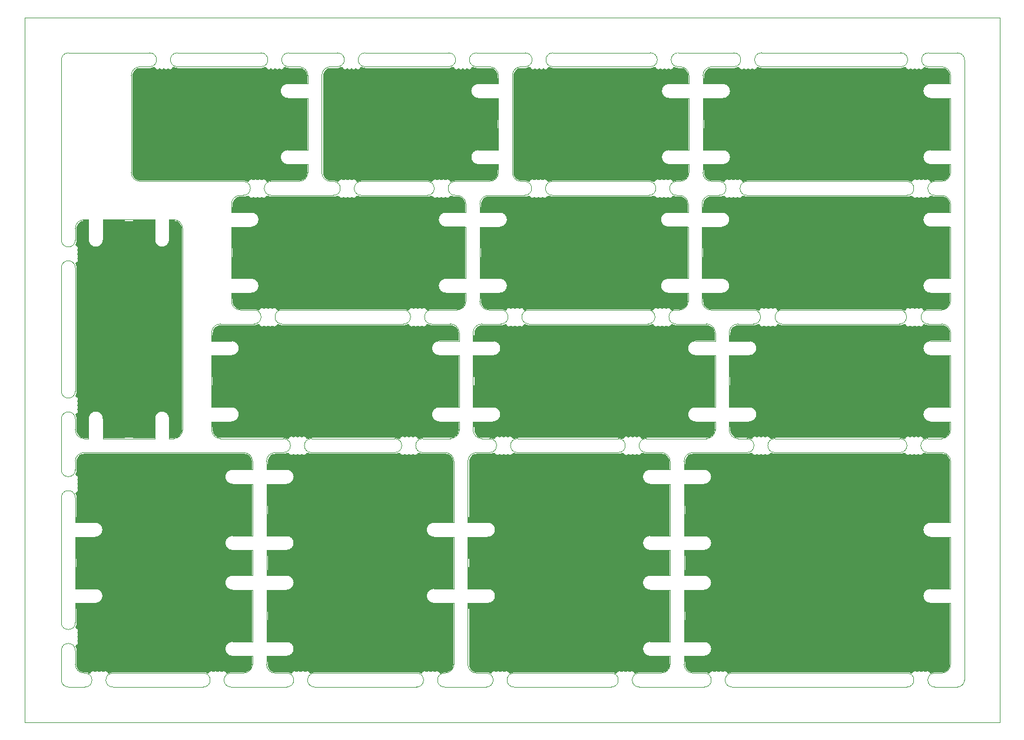
<source format=gbl>
G04 #@! TF.GenerationSoftware,KiCad,Pcbnew,(5.1.2)-2*
G04 #@! TF.CreationDate,2019-09-28T01:51:22-05:00*
G04 #@! TF.ProjectId,front_end,66726f6e-745f-4656-9e64-2e6b69636164,A*
G04 #@! TF.SameCoordinates,Original*
G04 #@! TF.FileFunction,Copper,L2,Bot*
G04 #@! TF.FilePolarity,Positive*
%FSLAX46Y46*%
G04 Gerber Fmt 4.6, Leading zero omitted, Abs format (unit mm)*
G04 Created by KiCad (PCBNEW (5.1.2)-2) date 2019-09-28 01:51:22*
%MOMM*%
%LPD*%
G04 APERTURE LIST*
%ADD10C,0.025400*%
%ADD11C,0.533400*%
%ADD12C,0.100000*%
%ADD13C,0.431800*%
%ADD14C,1.890000*%
%ADD15C,0.700000*%
%ADD16C,0.254000*%
G04 APERTURE END LIST*
D10*
X253967940Y-136955000D02*
X256648140Y-136955000D01*
X259614600Y-170705000D02*
G75*
G02X259614600Y-168705000I0J1000000D01*
G01*
X255614600Y-168705000D02*
G75*
G02X255614600Y-170705000I0J-1000000D01*
G01*
X252697940Y-154646100D02*
X252697940Y-151013900D01*
X252697940Y-138225000D02*
G75*
G02X253967940Y-136955000I1270000J0D01*
G01*
X253967940Y-168705000D02*
G75*
G02X252697940Y-167435000I0J1270000D01*
G01*
X252697940Y-166253900D02*
X252697940Y-167435000D01*
X252697940Y-139406100D02*
X252697940Y-138225000D01*
X253967940Y-168705000D02*
X255614600Y-168705000D01*
X165168100Y-104705420D02*
X165168100Y-106364200D01*
X163168100Y-106364200D02*
X163168100Y-80425000D01*
X165168100Y-132119300D02*
X165168100Y-133685000D01*
X163168100Y-132119300D02*
X163165380Y-139435000D01*
X165168100Y-106364200D02*
G75*
G02X163168100Y-106364200I-1000000J0D01*
G01*
X163168100Y-110364200D02*
G75*
G02X165168100Y-110364200I1000000J0D01*
G01*
X165168100Y-128119300D02*
G75*
G02X163168100Y-128119300I-1000000J0D01*
G01*
X163168100Y-132119300D02*
G75*
G02X165168100Y-132119300I1000000J0D01*
G01*
X164165380Y-170705000D02*
G75*
G02X163165380Y-169705000I0J1000000D01*
G01*
X293015720Y-169705000D02*
G75*
G02X292015720Y-170705000I-1000000J0D01*
G01*
X292015720Y-79425000D02*
G75*
G02X293015720Y-80425000I0J-1000000D01*
G01*
X163168100Y-80425000D02*
G75*
G02X164168100Y-79425000I1000000J0D01*
G01*
X178682000Y-103435420D02*
X179317000Y-103435420D01*
X179320000Y-134955000D02*
X178682000Y-134955000D01*
X179320000Y-103435420D02*
G75*
G02X180590000Y-104705420I0J-1270000D01*
G01*
X180590000Y-133685000D02*
G75*
G02X179320000Y-134955000I-1270000J0D01*
G01*
X180590000Y-133685000D02*
X180590000Y-104705420D01*
X166438100Y-134955000D02*
X167074200Y-134955000D01*
X165168100Y-128119300D02*
X165168100Y-110364200D01*
X167074200Y-103435420D02*
X166439200Y-103435420D01*
X165168100Y-104705420D02*
G75*
G02X166438100Y-103435420I1270000J0D01*
G01*
X166438100Y-134955000D02*
G75*
G02X165168100Y-133685000I0J1270000D01*
G01*
X284745720Y-97935000D02*
G75*
G02X284745720Y-99935000I0J-1000000D01*
G01*
X261745720Y-99935000D02*
G75*
G02X261745720Y-97935000I0J1000000D01*
G01*
X193340000Y-97935000D02*
X197340000Y-97935000D01*
X189340000Y-99935000D02*
X188880000Y-99935000D01*
X193340000Y-99935000D02*
G75*
G02X193340000Y-97935000I0J1000000D01*
G01*
X189340000Y-97935000D02*
G75*
G02X189340000Y-99935000I0J-1000000D01*
G01*
X166435380Y-168705000D02*
X166563320Y-168705000D01*
X165165380Y-165435000D02*
X165165380Y-167435000D01*
X165165380Y-138225000D02*
X165165380Y-139435000D01*
X288746040Y-170705000D02*
X292015720Y-170705000D01*
X288746040Y-168705000D02*
X289746040Y-168705000D01*
X249427600Y-168705000D02*
X246247180Y-168705000D01*
X246247180Y-170705000D02*
X255614600Y-170705000D01*
X228247180Y-170705000D02*
X242247180Y-170705000D01*
X218247180Y-168705000D02*
X218341140Y-168705000D01*
X222876980Y-168705000D02*
X224247180Y-168705000D01*
X218247180Y-170705000D02*
X224247180Y-170705000D01*
X199573320Y-170705000D02*
X214247180Y-170705000D01*
X193926660Y-168705000D02*
X195573320Y-168705000D01*
X187563320Y-168705000D02*
X189381740Y-168705000D01*
X187563320Y-170705000D02*
X195573320Y-170705000D01*
X170563320Y-170705000D02*
X183563320Y-170705000D01*
X164165380Y-170705000D02*
X166563320Y-170705000D01*
X163165380Y-165435000D02*
X163165380Y-169705000D01*
X163165380Y-143435000D02*
X163165380Y-161435000D01*
X165165380Y-139435000D02*
G75*
G02X163165380Y-139435000I-1000000J0D01*
G01*
X163165380Y-143435000D02*
G75*
G02X165165380Y-143435000I1000000J0D01*
G01*
X165165380Y-161435000D02*
G75*
G02X163165380Y-161435000I-1000000J0D01*
G01*
X163165380Y-165435000D02*
G75*
G02X165165380Y-165435000I1000000J0D01*
G01*
X166563320Y-168705000D02*
G75*
G02X166563320Y-170705000I0J-1000000D01*
G01*
X170563320Y-170705000D02*
G75*
G02X170563320Y-168705000I0J1000000D01*
G01*
X183563320Y-168705000D02*
G75*
G02X183563320Y-170705000I0J-1000000D01*
G01*
X187563320Y-170705000D02*
G75*
G02X187563320Y-168705000I0J1000000D01*
G01*
X195573320Y-168705000D02*
G75*
G02X195573320Y-170705000I0J-1000000D01*
G01*
X199573320Y-170705000D02*
G75*
G02X199573320Y-168705000I0J1000000D01*
G01*
X214247180Y-168705000D02*
G75*
G02X214247180Y-170705000I0J-1000000D01*
G01*
X218247180Y-170705000D02*
G75*
G02X218247180Y-168705000I0J1000000D01*
G01*
X224247180Y-168705000D02*
G75*
G02X224247180Y-170705000I0J-1000000D01*
G01*
X228247180Y-170705000D02*
G75*
G02X228247180Y-168705000I0J1000000D01*
G01*
X242247180Y-168705000D02*
G75*
G02X242247180Y-170705000I0J-1000000D01*
G01*
X246247180Y-170705000D02*
G75*
G02X246247180Y-168705000I0J1000000D01*
G01*
X284746040Y-168705000D02*
G75*
G02X284746040Y-170705000I0J-1000000D01*
G01*
X288746040Y-170705000D02*
G75*
G02X288746040Y-168705000I0J1000000D01*
G01*
X287848100Y-81425000D02*
X289745720Y-81425000D01*
X287848100Y-79425000D02*
X292015720Y-79425000D01*
X256680000Y-81425000D02*
X259848100Y-81425000D01*
X251848100Y-81425000D02*
X252140000Y-81425000D01*
X251848100Y-79425000D02*
X259848100Y-79425000D01*
X233848100Y-79425000D02*
X247848100Y-79425000D01*
X229280000Y-81425000D02*
X229848100Y-81425000D01*
X222848100Y-81425000D02*
X224740000Y-81425000D01*
X222848100Y-79425000D02*
X229848100Y-79425000D01*
X206848100Y-79425000D02*
X218848100Y-79425000D01*
X201880000Y-81425000D02*
X202848100Y-81425000D01*
X195848100Y-79425000D02*
X202848100Y-79425000D01*
X195848100Y-81425000D02*
X197340000Y-81425000D01*
X179848100Y-79425000D02*
X191848100Y-79425000D01*
X175848100Y-79425000D02*
X164168100Y-79425000D01*
X174480000Y-81425000D02*
X175848100Y-81425000D01*
X287848100Y-81425000D02*
G75*
G02X287848100Y-79425000I0J1000000D01*
G01*
X283848100Y-79425000D02*
G75*
G02X283848100Y-81425000I0J-1000000D01*
G01*
X263848100Y-81425000D02*
G75*
G02X263848100Y-79425000I0J1000000D01*
G01*
X259848100Y-79425000D02*
G75*
G02X259848100Y-81425000I0J-1000000D01*
G01*
X251848100Y-81425000D02*
G75*
G02X251848100Y-79425000I0J1000000D01*
G01*
X247848100Y-79425000D02*
G75*
G02X247848100Y-81425000I0J-1000000D01*
G01*
X233848100Y-81425000D02*
G75*
G02X233848100Y-79425000I0J1000000D01*
G01*
X229848100Y-79425000D02*
G75*
G02X229848100Y-81425000I0J-1000000D01*
G01*
X222848100Y-81425000D02*
G75*
G02X222848100Y-79425000I0J1000000D01*
G01*
X218848100Y-79425000D02*
G75*
G02X218848100Y-81425000I0J-1000000D01*
G01*
X206848100Y-81425000D02*
G75*
G02X206848100Y-79425000I0J1000000D01*
G01*
X202848100Y-79425000D02*
G75*
G02X202848100Y-81425000I0J-1000000D01*
G01*
X195848100Y-81425000D02*
G75*
G02X195848100Y-79425000I0J1000000D01*
G01*
X191848100Y-79425000D02*
G75*
G02X191848100Y-81425000I0J-1000000D01*
G01*
X179848100Y-81425000D02*
G75*
G02X179848100Y-79425000I0J1000000D01*
G01*
X175848100Y-79425000D02*
G75*
G02X175848100Y-81425000I0J-1000000D01*
G01*
X157863320Y-74345000D02*
X298095720Y-74345000D01*
X157863320Y-175785000D02*
X157863320Y-74345000D01*
X298095720Y-175785000D02*
X157863320Y-175785000D01*
X298095720Y-74345000D02*
X298095720Y-175785000D01*
X259614600Y-170705000D02*
X284746040Y-170705000D01*
X293015720Y-80425000D02*
X293015720Y-169705000D01*
X163168100Y-110364200D02*
X163168100Y-128119300D01*
X283848100Y-79425000D02*
X263848100Y-79425000D01*
X173210000Y-96665000D02*
X173210000Y-82695000D01*
X198610000Y-82695000D02*
X198610000Y-83876100D01*
X174480000Y-97935000D02*
G75*
G02X173210000Y-96665000I0J1270000D01*
G01*
X189340000Y-97935000D02*
X174480000Y-97935000D01*
X198610000Y-96665000D02*
G75*
G02X197340000Y-97935000I-1270000J0D01*
G01*
X173210000Y-82695000D02*
G75*
G02X174480000Y-81425000I1270000J0D01*
G01*
X179848100Y-81425000D02*
X191848100Y-81425000D01*
X198610000Y-95483900D02*
X198610000Y-96665000D01*
X197340000Y-81425000D02*
G75*
G02X198610000Y-82695000I0J-1270000D01*
G01*
X165165380Y-158633900D02*
X165165380Y-161435000D01*
X165165380Y-147026100D02*
X165165380Y-143435000D01*
X189381740Y-136955000D02*
G75*
G02X190651740Y-138225000I0J-1270000D01*
G01*
X166435380Y-168705000D02*
G75*
G02X165165380Y-167435000I0J1270000D01*
G01*
X183563320Y-168705000D02*
X170563320Y-168705000D01*
X190651740Y-167435000D02*
G75*
G02X189381740Y-168705000I-1270000J0D01*
G01*
X165165380Y-138225000D02*
G75*
G02X166435380Y-136955000I1270000J0D01*
G01*
X190651740Y-166253900D02*
X190651740Y-167435000D01*
X166435380Y-136955000D02*
X189381740Y-136955000D01*
X190651740Y-151013900D02*
X190651740Y-154646100D01*
X190651740Y-138225000D02*
X190651740Y-139406100D01*
X229280000Y-97935000D02*
X229780000Y-97935000D01*
X224603240Y-99935000D02*
X229780000Y-99935000D01*
X219780000Y-99935000D02*
X220063580Y-99935000D01*
X219780000Y-97935000D02*
X224740000Y-97935000D01*
X202280000Y-99935000D02*
X193340000Y-99935000D01*
X201880000Y-97935000D02*
X202280000Y-97935000D01*
X233780000Y-99935000D02*
G75*
G02X233780000Y-97935000I0J1000000D01*
G01*
X229780000Y-97935000D02*
G75*
G02X229780000Y-99935000I0J-1000000D01*
G01*
X219780000Y-99935000D02*
G75*
G02X219780000Y-97935000I0J1000000D01*
G01*
X215780000Y-97935000D02*
G75*
G02X215780000Y-99935000I0J-1000000D01*
G01*
X206280000Y-99935000D02*
G75*
G02X206280000Y-97935000I0J1000000D01*
G01*
X202280000Y-97935000D02*
G75*
G02X202280000Y-99935000I0J-1000000D01*
G01*
X226380000Y-118445000D02*
X223639140Y-118445000D01*
X224603240Y-116445000D02*
X226380000Y-116445000D01*
X186033900Y-118445000D02*
X190880000Y-118445000D01*
X188880000Y-116445000D02*
X190880000Y-116445000D01*
X219099620Y-118445000D02*
X216380000Y-118445000D01*
X216380000Y-116445000D02*
X220063580Y-116445000D01*
X230380000Y-118445000D02*
G75*
G02X230380000Y-116445000I0J1000000D01*
G01*
X226380000Y-116445000D02*
G75*
G02X226380000Y-118445000I0J-1000000D01*
G01*
X216380000Y-118445000D02*
G75*
G02X216380000Y-116445000I0J1000000D01*
G01*
X212380000Y-116445000D02*
G75*
G02X212380000Y-118445000I0J-1000000D01*
G01*
X194880000Y-118445000D02*
G75*
G02X194880000Y-116445000I0J1000000D01*
G01*
X190880000Y-116445000D02*
G75*
G02X190880000Y-118445000I0J-1000000D01*
G01*
X193926660Y-136955000D02*
X195105720Y-136955000D01*
X186033900Y-134955000D02*
X195105720Y-134955000D01*
X219099620Y-134955000D02*
X215105720Y-134955000D01*
X215105720Y-136955000D02*
X218341140Y-136955000D01*
X195105720Y-134955000D02*
G75*
G02X195105720Y-136955000I0J-1000000D01*
G01*
X199105720Y-136955000D02*
G75*
G02X199105720Y-134955000I0J1000000D01*
G01*
X211105720Y-134955000D02*
G75*
G02X211105720Y-136955000I0J-1000000D01*
G01*
X215105720Y-136955000D02*
G75*
G02X215105720Y-134955000I0J1000000D01*
G01*
X251520000Y-118445000D02*
X255920000Y-118445000D01*
X251520000Y-116445000D02*
X252020000Y-116445000D01*
X247520000Y-116445000D02*
G75*
G02X247520000Y-118445000I0J-1000000D01*
G01*
X251520000Y-118445000D02*
G75*
G02X251520000Y-116445000I0J1000000D01*
G01*
X251640000Y-99935000D02*
X252020000Y-99935000D01*
X251640000Y-97935000D02*
X252140000Y-97935000D01*
X247640000Y-97935000D02*
G75*
G02X247640000Y-99935000I0J-1000000D01*
G01*
X251640000Y-99935000D02*
G75*
G02X251640000Y-97935000I0J1000000D01*
G01*
X222879520Y-136955000D02*
X224746200Y-136955000D01*
X223623900Y-134955000D02*
X224746200Y-134955000D01*
X240246200Y-134955000D02*
X243246200Y-134955000D01*
X243246200Y-136955000D02*
X241747340Y-136955000D01*
X247246200Y-136955000D02*
X249427600Y-136955000D01*
X247246200Y-134955000D02*
X255920000Y-134955000D01*
X224746200Y-134955000D02*
G75*
G02X224746200Y-136955000I0J-1000000D01*
G01*
X228746200Y-136955000D02*
G75*
G02X228746200Y-134955000I0J1000000D01*
G01*
X243246200Y-134955000D02*
G75*
G02X243246200Y-136955000I0J-1000000D01*
G01*
X247246200Y-136955000D02*
G75*
G02X247246200Y-134955000I0J1000000D01*
G01*
X261746200Y-136955000D02*
X256648140Y-136955000D01*
X260460000Y-134955000D02*
X261746200Y-134955000D01*
X287746200Y-136955000D02*
X289746200Y-136955000D01*
X287746200Y-134955000D02*
X289746200Y-134955000D01*
X265746200Y-136955000D02*
G75*
G02X265746200Y-134955000I0J1000000D01*
G01*
X261746200Y-134955000D02*
G75*
G02X261746200Y-136955000I0J-1000000D01*
G01*
X283746200Y-134955000D02*
G75*
G02X283746200Y-136955000I0J-1000000D01*
G01*
X287746200Y-136955000D02*
G75*
G02X287746200Y-134955000I0J1000000D01*
G01*
X289745720Y-97935000D02*
X288746200Y-97935000D01*
X233848100Y-81425000D02*
X247848100Y-81425000D01*
X291016040Y-158633900D02*
X291016040Y-167435000D01*
X288746200Y-99935000D02*
G75*
G02X288746200Y-97935000I0J1000000D01*
G01*
X259190000Y-119715000D02*
G75*
G02X260460000Y-118445000I1270000J0D01*
G01*
X291016200Y-133685000D02*
G75*
G02X289746200Y-134955000I-1270000J0D01*
G01*
X257746200Y-97935000D02*
G75*
G02X257746200Y-99935000I0J-1000000D01*
G01*
X224603240Y-116445000D02*
G75*
G02X223333240Y-115175000I0J1270000D01*
G01*
X228010000Y-96665000D02*
X228010000Y-82695000D01*
X253290000Y-102386100D02*
X253290000Y-101205000D01*
X223333240Y-101205000D02*
G75*
G02X224603240Y-99935000I1270000J0D01*
G01*
X229280000Y-97935000D02*
G75*
G02X228010000Y-96665000I0J1270000D01*
G01*
X265746200Y-134955000D02*
X283746200Y-134955000D01*
X224740000Y-81425000D02*
G75*
G02X226010000Y-82695000I0J-1270000D01*
G01*
X247640000Y-97935000D02*
X233780000Y-97935000D01*
X259190000Y-132503900D02*
X259190000Y-133685000D01*
X289746200Y-118445000D02*
G75*
G02X291016200Y-119715000I0J-1270000D01*
G01*
X260460000Y-134955000D02*
G75*
G02X259190000Y-133685000I0J1270000D01*
G01*
X289746040Y-136955000D02*
G75*
G02X291016040Y-138225000I0J-1270000D01*
G01*
X265746200Y-136955000D02*
X283746200Y-136955000D01*
X288746200Y-99935000D02*
X289745720Y-99935000D01*
X256680000Y-97935000D02*
X257746200Y-97935000D01*
X184763900Y-119715000D02*
X184763900Y-120896100D01*
X253410000Y-96665000D02*
G75*
G02X252140000Y-97935000I-1270000J0D01*
G01*
X252140000Y-81425000D02*
G75*
G02X253410000Y-82695000I0J-1270000D01*
G01*
X253410000Y-83876100D02*
X253410000Y-82695000D01*
X200610000Y-82695000D02*
G75*
G02X201880000Y-81425000I1270000J0D01*
G01*
X253290000Y-115175000D02*
G75*
G02X252020000Y-116445000I-1270000J0D01*
G01*
X247640000Y-99935000D02*
X233780000Y-99935000D01*
X256560000Y-99935000D02*
X257746200Y-99935000D01*
X228010000Y-82695000D02*
G75*
G02X229280000Y-81425000I1270000J0D01*
G01*
X247520000Y-116445000D02*
X230380000Y-116445000D01*
X291016040Y-147026100D02*
X291016040Y-138225000D01*
X206848100Y-81425000D02*
X218848100Y-81425000D01*
X252020000Y-99935000D02*
G75*
G02X253290000Y-101205000I0J-1270000D01*
G01*
X259614600Y-168705000D02*
X284746040Y-168705000D01*
X257190000Y-133685000D02*
G75*
G02X255920000Y-134955000I-1270000J0D01*
G01*
X261745720Y-99935000D02*
X284745720Y-99935000D01*
X291011290Y-115175000D02*
G75*
G02X289741290Y-116445000I-1270000J0D01*
G01*
X256560000Y-116445000D02*
G75*
G02X255290000Y-115175000I0J1270000D01*
G01*
X283691290Y-116445000D02*
X266791290Y-116445000D01*
X256680000Y-97935000D02*
G75*
G02X255410000Y-96665000I0J1270000D01*
G01*
X289745720Y-81425000D02*
G75*
G02X291015720Y-82695000I0J-1270000D01*
G01*
X291015720Y-95476280D02*
X291015720Y-96665000D01*
X255410000Y-82695000D02*
G75*
G02X256680000Y-81425000I1270000J0D01*
G01*
X230380000Y-118445000D02*
X247520000Y-118445000D01*
X223623900Y-134955000D02*
G75*
G02X222369140Y-133700240I0J1254760D01*
G01*
X289741290Y-99935000D02*
G75*
G02X291011290Y-101205000I0J-1270000D01*
G01*
X194880000Y-118445000D02*
X212380000Y-118445000D01*
X257190000Y-119715000D02*
X257190000Y-120896100D01*
X222369140Y-119715000D02*
G75*
G02X223639140Y-118445000I1270000J0D01*
G01*
X255920000Y-118445000D02*
G75*
G02X257190000Y-119715000I0J-1270000D01*
G01*
X291015720Y-96665000D02*
G75*
G02X289745720Y-97935000I-1270000J0D01*
G01*
X219099620Y-118445000D02*
G75*
G02X220369620Y-119715000I0J-1270000D01*
G01*
X255290000Y-115175000D02*
X255290000Y-113993900D01*
X255290000Y-101205000D02*
G75*
G02X256560000Y-99935000I1270000J0D01*
G01*
X283848100Y-81425000D02*
X263848100Y-81425000D01*
X284745720Y-97935000D02*
X261745720Y-97935000D01*
X240246200Y-134955000D02*
X228746200Y-134955000D01*
X184763900Y-119715000D02*
G75*
G02X186033900Y-118445000I1270000J0D01*
G01*
X283691290Y-116445000D02*
G75*
G02X283691290Y-118445000I0J-1000000D01*
G01*
X266791290Y-118445000D02*
G75*
G02X266791290Y-116445000I0J1000000D01*
G01*
X287791290Y-118445000D02*
G75*
G02X287791290Y-116445000I0J1000000D01*
G01*
X262691290Y-116445000D02*
G75*
G02X262691290Y-118445000I0J-1000000D01*
G01*
X287791290Y-116445000D02*
X289741290Y-116445000D01*
X260460000Y-118445000D02*
X262691290Y-118445000D01*
X287791290Y-118445000D02*
X289741290Y-118445000D01*
X262691290Y-116445000D02*
X256560000Y-116445000D01*
X187610000Y-102386100D02*
X187610000Y-101205000D01*
X184763900Y-133685000D02*
X184763900Y-132503900D01*
X186033900Y-134955000D02*
G75*
G02X184763900Y-133685000I0J1270000D01*
G01*
X220063580Y-99935000D02*
G75*
G02X221333580Y-101205000I0J-1270000D01*
G01*
X221333580Y-115175000D02*
G75*
G02X220063580Y-116445000I-1270000J0D01*
G01*
X192656660Y-138225000D02*
G75*
G02X193926660Y-136955000I1270000J0D01*
G01*
X193926660Y-168705000D02*
G75*
G02X192656660Y-167435000I0J1270000D01*
G01*
X188880000Y-116445000D02*
G75*
G02X187610000Y-115175000I0J1270000D01*
G01*
X206280000Y-99935000D02*
X215780000Y-99935000D01*
X194880000Y-116445000D02*
X212380000Y-116445000D01*
X192656660Y-166253900D02*
X192656660Y-167435000D01*
X222876980Y-168705000D02*
G75*
G02X221606980Y-167435000I0J1270000D01*
G01*
X221609520Y-138225000D02*
G75*
G02X222879520Y-136955000I1270000J0D01*
G01*
X187610000Y-101205000D02*
G75*
G02X188880000Y-99935000I1270000J0D01*
G01*
X219611140Y-167435000D02*
G75*
G02X218341140Y-168705000I-1270000J0D01*
G01*
X250697600Y-167435000D02*
G75*
G02X249427600Y-168705000I-1270000J0D01*
G01*
X250697600Y-138225000D02*
X250697600Y-139406100D01*
X249427600Y-136955000D02*
G75*
G02X250697600Y-138225000I0J-1270000D01*
G01*
X211105720Y-134955000D02*
X199105720Y-134955000D01*
X218341140Y-136955000D02*
G75*
G02X219611140Y-138225000I0J-1270000D01*
G01*
X221606980Y-158633900D02*
X221606980Y-167435000D01*
X199573320Y-168705000D02*
X214247180Y-168705000D01*
X242247180Y-168705000D02*
X228247180Y-168705000D01*
X223333240Y-113993900D02*
X223333240Y-115175000D01*
X199105720Y-136955000D02*
X211105720Y-136955000D01*
X266791290Y-118445000D02*
X283691290Y-118445000D01*
X223333240Y-102386100D02*
X223333240Y-101205000D01*
X291016200Y-120896100D02*
X291016200Y-119715000D01*
X187610000Y-113993900D02*
X187610000Y-115175000D01*
X222369140Y-132503900D02*
X222369140Y-133700240D01*
X222369140Y-120896100D02*
X222369140Y-119715000D01*
X291011290Y-102385888D02*
X291011290Y-101205000D01*
X291011290Y-113993688D02*
X291011290Y-115175000D01*
X241747340Y-136955000D02*
X228746200Y-136955000D01*
X291015720Y-83868480D02*
X291015720Y-82695000D01*
X220369620Y-120896100D02*
X220369620Y-119715000D01*
X220369620Y-133685000D02*
G75*
G02X219099620Y-134955000I-1270000J0D01*
G01*
X291016200Y-132503900D02*
X291016200Y-133685000D01*
X220369620Y-132503900D02*
X220369620Y-133685000D01*
X221333580Y-102386100D02*
X221333580Y-101205000D01*
X221333580Y-113993900D02*
X221333580Y-115175000D01*
X291016040Y-167435000D02*
G75*
G02X289746040Y-168705000I-1270000J0D01*
G01*
X226010000Y-96665000D02*
G75*
G02X224740000Y-97935000I-1270000J0D01*
G01*
X255290000Y-102386100D02*
X255290000Y-101205000D01*
X201880000Y-97935000D02*
G75*
G02X200610000Y-96665000I0J1270000D01*
G01*
X192656660Y-139406100D02*
X192656660Y-138225000D01*
X250697600Y-166253900D02*
X250697600Y-167435000D01*
X215780000Y-97935000D02*
X206280000Y-97935000D01*
X255410000Y-96665000D02*
X255410000Y-95483900D01*
X219611140Y-158633900D02*
X219611140Y-167435000D01*
X253410000Y-95483900D02*
X253410000Y-96665000D01*
X200610000Y-96665000D02*
X200610000Y-82695000D01*
X259190000Y-120896100D02*
X259190000Y-119715000D01*
X257190000Y-132503900D02*
X257190000Y-133685000D01*
X226010000Y-95483900D02*
X226010000Y-96665000D01*
X253290000Y-113993900D02*
X253290000Y-115175000D01*
X221609520Y-147026100D02*
X221609520Y-138225000D01*
X219611140Y-138225000D02*
X219611140Y-147026100D01*
X255410000Y-83876100D02*
X255410000Y-82695000D01*
X192656660Y-154646100D02*
X192656660Y-151013900D01*
X250697600Y-151013900D02*
X250697600Y-154646100D01*
X226010000Y-82695000D02*
X226010000Y-83876100D01*
X222369140Y-122978900D02*
X222369140Y-130421100D01*
X222369140Y-132503900D02*
X225264740Y-132503900D01*
X225262922Y-130421102D02*
G75*
G02X225264740Y-132503900I1818J-1041398D01*
G01*
X222369140Y-130421100D02*
X225264740Y-130421100D01*
X222369140Y-122978900D02*
X225264740Y-122978900D01*
X225262922Y-120896102D02*
G75*
G02X225264740Y-122978900I1818J-1041398D01*
G01*
X222369140Y-120896100D02*
X225264740Y-120896100D01*
X250697600Y-164171100D02*
X250697600Y-156728900D01*
X250697600Y-154646100D02*
X247802000Y-154646100D01*
X247803818Y-156728898D02*
G75*
G02X247802000Y-154646100I-1818J1041398D01*
G01*
X250697600Y-156728900D02*
X247802000Y-156728900D01*
X250697600Y-164171100D02*
X247802000Y-164171100D01*
X247803818Y-166253898D02*
G75*
G02X247802000Y-164171100I-1818J1041398D01*
G01*
X250697600Y-166253900D02*
X247802000Y-166253900D01*
X250697600Y-148931100D02*
X250697600Y-141488900D01*
X250697600Y-139406100D02*
X247802000Y-139406100D01*
X247803818Y-141488898D02*
G75*
G02X247802000Y-139406100I-1818J1041398D01*
G01*
X250697600Y-141488900D02*
X247802000Y-141488900D01*
X250697600Y-148931100D02*
X247802000Y-148931100D01*
X247803818Y-151013898D02*
G75*
G02X247802000Y-148931100I-1818J1041398D01*
G01*
X250697600Y-151013900D02*
X247802000Y-151013900D01*
X252697940Y-156728900D02*
X252697940Y-164171100D01*
X252697940Y-166253900D02*
X255593540Y-166253900D01*
X255591722Y-164171102D02*
G75*
G02X255593540Y-166253900I1818J-1041398D01*
G01*
X252697940Y-164171100D02*
X255593540Y-164171100D01*
X252697940Y-156728900D02*
X255593540Y-156728900D01*
X255591722Y-154646102D02*
G75*
G02X255593540Y-156728900I1818J-1041398D01*
G01*
X252697940Y-154646100D02*
X255593540Y-154646100D01*
X252697940Y-141488900D02*
X252697940Y-148931100D01*
X252697940Y-151013900D02*
X255593540Y-151013900D01*
X255591722Y-148931102D02*
G75*
G02X255593540Y-151013900I1818J-1041398D01*
G01*
X252697940Y-148931100D02*
X255593540Y-148931100D01*
X252697940Y-141488900D02*
X255593540Y-141488900D01*
X255591722Y-139406102D02*
G75*
G02X255593540Y-141488900I1818J-1041398D01*
G01*
X252697940Y-139406100D02*
X255593540Y-139406100D01*
X255410000Y-85958900D02*
X255410000Y-93401100D01*
X255410000Y-95483900D02*
X258305600Y-95483900D01*
X258303782Y-93401102D02*
G75*
G02X258305600Y-95483900I1818J-1041398D01*
G01*
X255410000Y-93401100D02*
X258305600Y-93401100D01*
X255410000Y-85958900D02*
X258305600Y-85958900D01*
X258303782Y-83876102D02*
G75*
G02X258305600Y-85958900I1818J-1041398D01*
G01*
X255410000Y-83876100D02*
X258305600Y-83876100D01*
X169157000Y-134955000D02*
X176599200Y-134955000D01*
X178682000Y-134955000D02*
X178682000Y-132059400D01*
X176599202Y-132061218D02*
G75*
G02X178682000Y-132059400I1041398J1818D01*
G01*
X176599200Y-134955000D02*
X176599200Y-132059400D01*
X169157000Y-134955000D02*
X169157000Y-132059400D01*
X167074202Y-132061218D02*
G75*
G02X169157000Y-132059400I1041398J1818D01*
G01*
X167074200Y-134955000D02*
X167074200Y-132059400D01*
X176599200Y-103435420D02*
X169157000Y-103435420D01*
X167074200Y-103435420D02*
X167074200Y-106331020D01*
X169156998Y-106329202D02*
G75*
G02X167074200Y-106331020I-1041398J-1818D01*
G01*
X169157000Y-103435420D02*
X169157000Y-106331020D01*
X176599200Y-103435420D02*
X176599200Y-106331020D01*
X178681998Y-106329202D02*
G75*
G02X176599200Y-106331020I-1041398J-1818D01*
G01*
X178682000Y-103435420D02*
X178682000Y-106331020D01*
X219611140Y-156551100D02*
X219611140Y-149108900D01*
X219611140Y-147026100D02*
X216715540Y-147026100D01*
X216717358Y-149108898D02*
G75*
G02X216715540Y-147026100I-1818J1041398D01*
G01*
X219611140Y-149108900D02*
X216715540Y-149108900D01*
X219611140Y-156551100D02*
X216715540Y-156551100D01*
X216717358Y-158633898D02*
G75*
G02X216715540Y-156551100I-1818J1041398D01*
G01*
X219611140Y-158633900D02*
X216715540Y-158633900D01*
X190651740Y-148931100D02*
X190651740Y-141488900D01*
X190651740Y-139406100D02*
X187756140Y-139406100D01*
X187757958Y-141488898D02*
G75*
G02X187756140Y-139406100I-1818J1041398D01*
G01*
X190651740Y-141488900D02*
X187756140Y-141488900D01*
X190651740Y-148931100D02*
X187756140Y-148931100D01*
X187757958Y-151013898D02*
G75*
G02X187756140Y-148931100I-1818J1041398D01*
G01*
X190651740Y-151013900D02*
X187756140Y-151013900D01*
X190651740Y-164171100D02*
X190651740Y-156728900D01*
X190651740Y-154646100D02*
X187756140Y-154646100D01*
X187757958Y-156728898D02*
G75*
G02X187756140Y-154646100I-1818J1041398D01*
G01*
X190651740Y-156728900D02*
X187756140Y-156728900D01*
X190651740Y-164171100D02*
X187756140Y-164171100D01*
X187757958Y-166253898D02*
G75*
G02X187756140Y-164171100I-1818J1041398D01*
G01*
X190651740Y-166253900D02*
X187756140Y-166253900D01*
X198610000Y-93401100D02*
X198610000Y-85958900D01*
X198610000Y-83876100D02*
X195714400Y-83876100D01*
X195716218Y-85958898D02*
G75*
G02X195714400Y-83876100I-1818J1041398D01*
G01*
X198610000Y-85958900D02*
X195714400Y-85958900D01*
X198610000Y-93401100D02*
X195714400Y-93401100D01*
X195716218Y-95483898D02*
G75*
G02X195714400Y-93401100I-1818J1041398D01*
G01*
X198610000Y-95483900D02*
X195714400Y-95483900D01*
X165165380Y-149108900D02*
X165165380Y-156551100D01*
X165165380Y-158633900D02*
X168060980Y-158633900D01*
X168059162Y-156551102D02*
G75*
G02X168060980Y-158633900I1818J-1041398D01*
G01*
X165165380Y-156551100D02*
X168060980Y-156551100D01*
X165165380Y-149108900D02*
X168060980Y-149108900D01*
X168059162Y-147026102D02*
G75*
G02X168060980Y-149108900I1818J-1041398D01*
G01*
X165165380Y-147026100D02*
X168060980Y-147026100D01*
X226010000Y-93401100D02*
X226010000Y-85958900D01*
X226010000Y-83876100D02*
X223114400Y-83876100D01*
X223116218Y-85958898D02*
G75*
G02X223114400Y-83876100I-1818J1041398D01*
G01*
X226010000Y-85958900D02*
X223114400Y-85958900D01*
X226010000Y-93401100D02*
X223114400Y-93401100D01*
X223116218Y-95483898D02*
G75*
G02X223114400Y-93401100I-1818J1041398D01*
G01*
X226010000Y-95483900D02*
X223114400Y-95483900D01*
X291015720Y-93393480D02*
X291015720Y-85951280D01*
X291015720Y-83868480D02*
X288120120Y-83868480D01*
X288121938Y-85951278D02*
G75*
G02X288120120Y-83868480I-1818J1041398D01*
G01*
X291015720Y-85951280D02*
X288120120Y-85951280D01*
X291015720Y-93393480D02*
X288120120Y-93393480D01*
X288121938Y-95476278D02*
G75*
G02X288120120Y-93393480I-1818J1041398D01*
G01*
X291015720Y-95476280D02*
X288120120Y-95476280D01*
X291016200Y-130421100D02*
X291016200Y-122978900D01*
X291016200Y-120896100D02*
X288120600Y-120896100D01*
X288122418Y-122978898D02*
G75*
G02X288120600Y-120896100I-1818J1041398D01*
G01*
X291016200Y-122978900D02*
X288120600Y-122978900D01*
X291016200Y-130421100D02*
X288120600Y-130421100D01*
X288122418Y-132503898D02*
G75*
G02X288120600Y-130421100I-1818J1041398D01*
G01*
X291016200Y-132503900D02*
X288120600Y-132503900D01*
X259190000Y-122978900D02*
X259190000Y-130421100D01*
X259190000Y-132503900D02*
X262085600Y-132503900D01*
X262083782Y-130421102D02*
G75*
G02X262085600Y-132503900I1818J-1041398D01*
G01*
X259190000Y-130421100D02*
X262085600Y-130421100D01*
X259190000Y-122978900D02*
X262085600Y-122978900D01*
X262083782Y-120896102D02*
G75*
G02X262085600Y-122978900I1818J-1041398D01*
G01*
X259190000Y-120896100D02*
X262085600Y-120896100D01*
X253410000Y-93401100D02*
X253410000Y-85958900D01*
X253410000Y-83876100D02*
X250514400Y-83876100D01*
X250516218Y-85958898D02*
G75*
G02X250514400Y-83876100I-1818J1041398D01*
G01*
X253410000Y-85958900D02*
X250514400Y-85958900D01*
X253410000Y-93401100D02*
X250514400Y-93401100D01*
X250516218Y-95483898D02*
G75*
G02X250514400Y-93401100I-1818J1041398D01*
G01*
X253410000Y-95483900D02*
X250514400Y-95483900D01*
X223333240Y-104468900D02*
X223333240Y-111911100D01*
X223333240Y-113993900D02*
X226228840Y-113993900D01*
X226227022Y-111911102D02*
G75*
G02X226228840Y-113993900I1818J-1041398D01*
G01*
X223333240Y-111911100D02*
X226228840Y-111911100D01*
X223333240Y-104468900D02*
X226228840Y-104468900D01*
X226227022Y-102386102D02*
G75*
G02X226228840Y-104468900I1818J-1041398D01*
G01*
X223333240Y-102386100D02*
X226228840Y-102386100D01*
X253290000Y-111911100D02*
X253290000Y-104468900D01*
X253290000Y-102386100D02*
X250394400Y-102386100D01*
X250396218Y-104468898D02*
G75*
G02X250394400Y-102386100I-1818J1041398D01*
G01*
X253290000Y-104468900D02*
X250394400Y-104468900D01*
X253290000Y-111911100D02*
X250394400Y-111911100D01*
X250396218Y-113993898D02*
G75*
G02X250394400Y-111911100I-1818J1041398D01*
G01*
X253290000Y-113993900D02*
X250394400Y-113993900D01*
X291016040Y-156551100D02*
X291016040Y-149108900D01*
X291016040Y-147026100D02*
X288120440Y-147026100D01*
X288122258Y-149108898D02*
G75*
G02X288120440Y-147026100I-1818J1041398D01*
G01*
X291016040Y-149108900D02*
X288120440Y-149108900D01*
X291016040Y-156551100D02*
X288120440Y-156551100D01*
X288122258Y-158633898D02*
G75*
G02X288120440Y-156551100I-1818J1041398D01*
G01*
X291016040Y-158633900D02*
X288120440Y-158633900D01*
X184763900Y-122978900D02*
X184763900Y-130421100D01*
X184763900Y-132503900D02*
X187659500Y-132503900D01*
X187657682Y-130421102D02*
G75*
G02X187659500Y-132503900I1818J-1041398D01*
G01*
X184763900Y-130421100D02*
X187659500Y-130421100D01*
X184763900Y-122978900D02*
X187659500Y-122978900D01*
X187657682Y-120896102D02*
G75*
G02X187659500Y-122978900I1818J-1041398D01*
G01*
X184763900Y-120896100D02*
X187659500Y-120896100D01*
X257190000Y-130421100D02*
X257190000Y-122978900D01*
X257190000Y-120896100D02*
X254294400Y-120896100D01*
X254296218Y-122978898D02*
G75*
G02X254294400Y-120896100I-1818J1041398D01*
G01*
X257190000Y-122978900D02*
X254294400Y-122978900D01*
X257190000Y-130421100D02*
X254294400Y-130421100D01*
X254296218Y-132503898D02*
G75*
G02X254294400Y-130421100I-1818J1041398D01*
G01*
X257190000Y-132503900D02*
X254294400Y-132503900D01*
X221609520Y-149108900D02*
X221609520Y-156551100D01*
X221609520Y-158633900D02*
X224505120Y-158633900D01*
X224503302Y-156551102D02*
G75*
G02X224505120Y-158633900I1818J-1041398D01*
G01*
X221609520Y-156551100D02*
X224505120Y-156551100D01*
X221609520Y-149108900D02*
X224505120Y-149108900D01*
X224503302Y-147026102D02*
G75*
G02X224505120Y-149108900I1818J-1041398D01*
G01*
X221609520Y-147026100D02*
X224505120Y-147026100D01*
X192656660Y-156728900D02*
X192656660Y-164171100D01*
X192656660Y-166253900D02*
X195552260Y-166253900D01*
X195550442Y-164171102D02*
G75*
G02X195552260Y-166253900I1818J-1041398D01*
G01*
X192656660Y-164171100D02*
X195552260Y-164171100D01*
X192656660Y-156728900D02*
X195552260Y-156728900D01*
X195550442Y-154646102D02*
G75*
G02X195552260Y-156728900I1818J-1041398D01*
G01*
X192656660Y-154646100D02*
X195552260Y-154646100D01*
X221333580Y-111911100D02*
X221333580Y-104468900D01*
X221333580Y-102386100D02*
X218437980Y-102386100D01*
X218439798Y-104468898D02*
G75*
G02X218437980Y-102386100I-1818J1041398D01*
G01*
X221333580Y-104468900D02*
X218437980Y-104468900D01*
X221333580Y-111911100D02*
X218437980Y-111911100D01*
X218439798Y-113993898D02*
G75*
G02X218437980Y-111911100I-1818J1041398D01*
G01*
X221333580Y-113993900D02*
X218437980Y-113993900D01*
X187610000Y-104468900D02*
X187610000Y-111911100D01*
X187610000Y-113993900D02*
X190505600Y-113993900D01*
X190503782Y-111911102D02*
G75*
G02X190505600Y-113993900I1818J-1041398D01*
G01*
X187610000Y-111911100D02*
X190505600Y-111911100D01*
X187610000Y-104468900D02*
X190505600Y-104468900D01*
X190503782Y-102386102D02*
G75*
G02X190505600Y-104468900I1818J-1041398D01*
G01*
X187610000Y-102386100D02*
X190505600Y-102386100D01*
X291011290Y-111910888D02*
X291011290Y-104468688D01*
X291011290Y-102385888D02*
X288115690Y-102385888D01*
X288117508Y-104468686D02*
G75*
G02X288115690Y-102385888I-1818J1041398D01*
G01*
X291011290Y-104468688D02*
X288115690Y-104468688D01*
X291011290Y-111910888D02*
X288115690Y-111910888D01*
X288117508Y-113993686D02*
G75*
G02X288115690Y-111910888I-1818J1041398D01*
G01*
X291011290Y-113993688D02*
X288115690Y-113993688D01*
X255290000Y-104468900D02*
X255290000Y-111911100D01*
X255290000Y-113993900D02*
X258185600Y-113993900D01*
X258183782Y-111911102D02*
G75*
G02X258185600Y-113993900I1818J-1041398D01*
G01*
X255290000Y-111911100D02*
X258185600Y-111911100D01*
X255290000Y-104468900D02*
X258185600Y-104468900D01*
X258183782Y-102386102D02*
G75*
G02X258185600Y-104468900I1818J-1041398D01*
G01*
X255290000Y-102386100D02*
X258185600Y-102386100D01*
X220369620Y-130421100D02*
X220369620Y-122978900D01*
X220369620Y-120896100D02*
X217474020Y-120896100D01*
X217475838Y-122978898D02*
G75*
G02X217474020Y-120896100I-1818J1041398D01*
G01*
X220369620Y-122978900D02*
X217474020Y-122978900D01*
X220369620Y-130421100D02*
X217474020Y-130421100D01*
X217475838Y-132503898D02*
G75*
G02X217474020Y-130421100I-1818J1041398D01*
G01*
X220369620Y-132503900D02*
X217474020Y-132503900D01*
X192656660Y-141488900D02*
X192656660Y-148931100D01*
X192656660Y-151013900D02*
X195552260Y-151013900D01*
X195550442Y-148931102D02*
G75*
G02X195552260Y-151013900I1818J-1041398D01*
G01*
X192656660Y-148931100D02*
X195552260Y-148931100D01*
X192656660Y-141488900D02*
X195552260Y-141488900D01*
X195550442Y-139406102D02*
G75*
G02X195552260Y-141488900I1818J-1041398D01*
G01*
X192656660Y-139406100D02*
X195552260Y-139406100D01*
D11*
X226687140Y-132288000D03*
D12*
G36*
X222445740Y-133314100D02*
G01*
X222445740Y-132514100D01*
X225264740Y-132514100D01*
X225276380Y-132514054D01*
X225293830Y-132513742D01*
X225311273Y-132513137D01*
X225328703Y-132512240D01*
X225346115Y-132511051D01*
X225363505Y-132509570D01*
X225380868Y-132507798D01*
X225398199Y-132505736D01*
X225415493Y-132503383D01*
X225432745Y-132500741D01*
X225449950Y-132497810D01*
X225467104Y-132494591D01*
X225484201Y-132491085D01*
X225501237Y-132487294D01*
X225518208Y-132483217D01*
X225535107Y-132478856D01*
X225551931Y-132474213D01*
X225568675Y-132469289D01*
X225585335Y-132464085D01*
X225601904Y-132458602D01*
X225618380Y-132452842D01*
X225634756Y-132446808D01*
X225651029Y-132440499D01*
X225667194Y-132433919D01*
X225683247Y-132427069D01*
X225699182Y-132419951D01*
X225714996Y-132412566D01*
X225730685Y-132404918D01*
X225746242Y-132397008D01*
X225761665Y-132388839D01*
X225776949Y-132380412D01*
X225792090Y-132371730D01*
X225807083Y-132362796D01*
X225821924Y-132353611D01*
X225836609Y-132344180D01*
X225851134Y-132334503D01*
X225865495Y-132324585D01*
X225879687Y-132314427D01*
X225893708Y-132304033D01*
X225907552Y-132293405D01*
X225921216Y-132282547D01*
X225934697Y-132271462D01*
X225947989Y-132260152D01*
X225961091Y-132248621D01*
X225973997Y-132236872D01*
X225986705Y-132224908D01*
X225999210Y-132212733D01*
X226011510Y-132200350D01*
X226023600Y-132187763D01*
X226035478Y-132174976D01*
X226047139Y-132161990D01*
X226058582Y-132148812D01*
X226069802Y-132135443D01*
X226080796Y-132121888D01*
X226091562Y-132108151D01*
X226102096Y-132094236D01*
X226112396Y-132080145D01*
X226122458Y-132065885D01*
X226132279Y-132051457D01*
X226141858Y-132036867D01*
X226151190Y-132022119D01*
X226160274Y-132007216D01*
X226169107Y-131992164D01*
X226177687Y-131976965D01*
X226186011Y-131961625D01*
X226194076Y-131946147D01*
X226201881Y-131930536D01*
X226209423Y-131914797D01*
X226216701Y-131898934D01*
X226223712Y-131882950D01*
X226230453Y-131866852D01*
X226236925Y-131850643D01*
X226243123Y-131834328D01*
X226249048Y-131817911D01*
X226254696Y-131801397D01*
X226260067Y-131784791D01*
X226265159Y-131768097D01*
X226269970Y-131751320D01*
X226274500Y-131734465D01*
X226278746Y-131717537D01*
X226282709Y-131700539D01*
X226286386Y-131683478D01*
X226289776Y-131666357D01*
X226292879Y-131649182D01*
X226295694Y-131631958D01*
X226298220Y-131614688D01*
X226300456Y-131597379D01*
X226302402Y-131580035D01*
X226304057Y-131562660D01*
X226305420Y-131545261D01*
X226306492Y-131527841D01*
X226307271Y-131510405D01*
X226307759Y-131492959D01*
X226307954Y-131475507D01*
X226307856Y-131458054D01*
X226307466Y-131440605D01*
X226306784Y-131423165D01*
X226305809Y-131405739D01*
X226304543Y-131388332D01*
X226302985Y-131370949D01*
X226301136Y-131353594D01*
X226298997Y-131336273D01*
X226296567Y-131318989D01*
X226293849Y-131301749D01*
X226290842Y-131284557D01*
X226287547Y-131267418D01*
X226283965Y-131250336D01*
X226280098Y-131233317D01*
X226275946Y-131216365D01*
X226271510Y-131199485D01*
X226266793Y-131182682D01*
X226261794Y-131165960D01*
X226256516Y-131149324D01*
X226250960Y-131132779D01*
X226245127Y-131116329D01*
X226239020Y-131099980D01*
X226232639Y-131083735D01*
X226225987Y-131067599D01*
X226219066Y-131051577D01*
X226211877Y-131035673D01*
X226204422Y-131019892D01*
X226196705Y-131004238D01*
X226188726Y-130988716D01*
X226180488Y-130973329D01*
X226171993Y-130958083D01*
X226163244Y-130942981D01*
X226154243Y-130928028D01*
X226144993Y-130913227D01*
X226135497Y-130898584D01*
X226125756Y-130884102D01*
X226115774Y-130869786D01*
X226105553Y-130855638D01*
X226095097Y-130841664D01*
X226084408Y-130827867D01*
X226073489Y-130814251D01*
X226062344Y-130800820D01*
X226050975Y-130787578D01*
X226039386Y-130774528D01*
X226027580Y-130761674D01*
X226015560Y-130749019D01*
X226003330Y-130736568D01*
X225990893Y-130724324D01*
X225978252Y-130712289D01*
X225965411Y-130700469D01*
X225952375Y-130688865D01*
X225939145Y-130677481D01*
X225925727Y-130666320D01*
X225912124Y-130655386D01*
X225898339Y-130644681D01*
X225884377Y-130634209D01*
X225870241Y-130623972D01*
X225855936Y-130613974D01*
X225841465Y-130604216D01*
X225826833Y-130594703D01*
X225812043Y-130585436D01*
X225797100Y-130576418D01*
X225782008Y-130567652D01*
X225766772Y-130559140D01*
X225751394Y-130550884D01*
X225735881Y-130542887D01*
X225720236Y-130535152D01*
X225704463Y-130527679D01*
X225688568Y-130520472D01*
X225672554Y-130513533D01*
X225656426Y-130506862D01*
X225640188Y-130500463D01*
X225623845Y-130494337D01*
X225607402Y-130488486D01*
X225590864Y-130482911D01*
X225574234Y-130477614D01*
X225557518Y-130472596D01*
X225540720Y-130467859D01*
X225523845Y-130463404D01*
X225506897Y-130459233D01*
X225489883Y-130455346D01*
X225472805Y-130451745D01*
X225455670Y-130448430D01*
X225438481Y-130445403D01*
X225421244Y-130442665D01*
X225403964Y-130440216D01*
X225386645Y-130438057D01*
X225369292Y-130436188D01*
X225351910Y-130434610D01*
X225334505Y-130433324D01*
X225317080Y-130432330D01*
X225299641Y-130431627D01*
X225282193Y-130431217D01*
X225264740Y-130431100D01*
X222445740Y-130431100D01*
X222445740Y-127317100D01*
X223461740Y-127396100D01*
X223486740Y-128043100D01*
X223486740Y-128061100D01*
X223487740Y-128078100D01*
X223487740Y-128096100D01*
X223488740Y-128113100D01*
X223489740Y-128131100D01*
X223491740Y-128165100D01*
X223492740Y-128183100D01*
X223496740Y-128217100D01*
X223498740Y-128235100D01*
X223502740Y-128269100D01*
X223505740Y-128287100D01*
X223517740Y-128355100D01*
X223521740Y-128372100D01*
X223525740Y-128390100D01*
X223528740Y-128407100D01*
X223532740Y-128424100D01*
X223537740Y-128440100D01*
X223541740Y-128457100D01*
X223556740Y-128508100D01*
X223561740Y-128524100D01*
X223566740Y-128541100D01*
X223572740Y-128557100D01*
X223578740Y-128574100D01*
X223584740Y-128590100D01*
X223590740Y-128607100D01*
X223602740Y-128639100D01*
X223637740Y-128719100D01*
X223653740Y-128751100D01*
X223660740Y-128766100D01*
X223668740Y-128782100D01*
X223677740Y-128797100D01*
X223685740Y-128812100D01*
X223694740Y-128828100D01*
X223702740Y-128843100D01*
X223720740Y-128873100D01*
X223729740Y-128887100D01*
X223739740Y-128902100D01*
X223748740Y-128917100D01*
X223758740Y-128931100D01*
X223768740Y-128946100D01*
X223798740Y-128988100D01*
X223809740Y-129002100D01*
X223819740Y-129016100D01*
X223830740Y-129030100D01*
X223841740Y-129043100D01*
X223852740Y-129057100D01*
X223863740Y-129070100D01*
X223875740Y-129084100D01*
X223886740Y-129097100D01*
X223910740Y-129123100D01*
X223922740Y-129135100D01*
X223934740Y-129148100D01*
X223946740Y-129160100D01*
X223958740Y-129173100D01*
X223971740Y-129185100D01*
X223983740Y-129197100D01*
X224009740Y-129221100D01*
X224022740Y-129232100D01*
X224035740Y-129244100D01*
X224048740Y-129255100D01*
X224062740Y-129266100D01*
X224075740Y-129277100D01*
X224103740Y-129299100D01*
X224116740Y-129310100D01*
X224130740Y-129320100D01*
X224145740Y-129330100D01*
X224159740Y-129341100D01*
X224173740Y-129351100D01*
X224187740Y-129360100D01*
X224202740Y-129370100D01*
X224217740Y-129379100D01*
X224231740Y-129389100D01*
X224291740Y-129425100D01*
X224307740Y-129433100D01*
X224322740Y-129441100D01*
X224337740Y-129450100D01*
X224353740Y-129458100D01*
X224368740Y-129465100D01*
X224400740Y-129481100D01*
X224464740Y-129509100D01*
X224480740Y-129515100D01*
X224496740Y-129522100D01*
X224512740Y-129528100D01*
X224529740Y-129534100D01*
X224545740Y-129540100D01*
X224562740Y-129546100D01*
X224578740Y-129551100D01*
X224595740Y-129557100D01*
X224611740Y-129562100D01*
X224645740Y-129572100D01*
X224662740Y-129576100D01*
X224679740Y-129581100D01*
X224747740Y-129597100D01*
X224764740Y-129600100D01*
X224781740Y-129604100D01*
X224815740Y-129610100D01*
X224833740Y-129612100D01*
X224850740Y-129615100D01*
X224884740Y-129619100D01*
X224902740Y-129621100D01*
X224936740Y-129625100D01*
X224954740Y-129626100D01*
X224971740Y-129627100D01*
X224989740Y-129628100D01*
X225006740Y-129629100D01*
X225024740Y-129630100D01*
X225041740Y-129630100D01*
X225058740Y-129631100D01*
X227670740Y-129631100D01*
X227670740Y-133314100D01*
X222445740Y-133314100D01*
X222445740Y-133314100D01*
G37*
D11*
X226687140Y-121112000D03*
D12*
G36*
X225058740Y-123789100D02*
G01*
X225041740Y-123790100D01*
X225024740Y-123790100D01*
X225006740Y-123791100D01*
X224989740Y-123792100D01*
X224971740Y-123793100D01*
X224954740Y-123794100D01*
X224936740Y-123795100D01*
X224902740Y-123799100D01*
X224884740Y-123801100D01*
X224850740Y-123805100D01*
X224833740Y-123808100D01*
X224815740Y-123810100D01*
X224781740Y-123816100D01*
X224764740Y-123820100D01*
X224747740Y-123823100D01*
X224679740Y-123839100D01*
X224662740Y-123844100D01*
X224645740Y-123848100D01*
X224611740Y-123858100D01*
X224595740Y-123863100D01*
X224578740Y-123869100D01*
X224562740Y-123874100D01*
X224545740Y-123880100D01*
X224529740Y-123886100D01*
X224512740Y-123892100D01*
X224496740Y-123898100D01*
X224480740Y-123905100D01*
X224464740Y-123911100D01*
X224400740Y-123939100D01*
X224368740Y-123955100D01*
X224353740Y-123962100D01*
X224337740Y-123970100D01*
X224322740Y-123979100D01*
X224307740Y-123987100D01*
X224291740Y-123995100D01*
X224231740Y-124031100D01*
X224217740Y-124041100D01*
X224202740Y-124050100D01*
X224187740Y-124060100D01*
X224173740Y-124069100D01*
X224159740Y-124079100D01*
X224145740Y-124090100D01*
X224130740Y-124100100D01*
X224116740Y-124110100D01*
X224103740Y-124121100D01*
X224075740Y-124143100D01*
X224062740Y-124154100D01*
X224048740Y-124165100D01*
X224035740Y-124176100D01*
X224022740Y-124188100D01*
X224009740Y-124199100D01*
X223983740Y-124223100D01*
X223971740Y-124235100D01*
X223958740Y-124247100D01*
X223946740Y-124260100D01*
X223934740Y-124272100D01*
X223922740Y-124285100D01*
X223910740Y-124297100D01*
X223886740Y-124323100D01*
X223875740Y-124336100D01*
X223863740Y-124350100D01*
X223852740Y-124363100D01*
X223841740Y-124377100D01*
X223830740Y-124390100D01*
X223819740Y-124404100D01*
X223809740Y-124418100D01*
X223798740Y-124432100D01*
X223768740Y-124474100D01*
X223758740Y-124489100D01*
X223748740Y-124503100D01*
X223739740Y-124518100D01*
X223729740Y-124533100D01*
X223720740Y-124547100D01*
X223702740Y-124577100D01*
X223694740Y-124592100D01*
X223685740Y-124608100D01*
X223677740Y-124623100D01*
X223668740Y-124638100D01*
X223660740Y-124654100D01*
X223653740Y-124669100D01*
X223637740Y-124701100D01*
X223602740Y-124781100D01*
X223590740Y-124813100D01*
X223584740Y-124830100D01*
X223578740Y-124846100D01*
X223572740Y-124863100D01*
X223566740Y-124879100D01*
X223561740Y-124896100D01*
X223556740Y-124912100D01*
X223541740Y-124963100D01*
X223537740Y-124980100D01*
X223532740Y-124996100D01*
X223528740Y-125013100D01*
X223525740Y-125030100D01*
X223521740Y-125048100D01*
X223517740Y-125065100D01*
X223505740Y-125133100D01*
X223502740Y-125151100D01*
X223498740Y-125185100D01*
X223496740Y-125203100D01*
X223492740Y-125237100D01*
X223491740Y-125255100D01*
X223489740Y-125289100D01*
X223488740Y-125307100D01*
X223487740Y-125324100D01*
X223487740Y-125342100D01*
X223486740Y-125359100D01*
X223486740Y-125377100D01*
X223461740Y-126024100D01*
X222445740Y-126103100D01*
X222445740Y-122989100D01*
X225264740Y-122989100D01*
X225276380Y-122989054D01*
X225293830Y-122988742D01*
X225311273Y-122988137D01*
X225328703Y-122987240D01*
X225346115Y-122986051D01*
X225363505Y-122984570D01*
X225380868Y-122982798D01*
X225398199Y-122980736D01*
X225415493Y-122978383D01*
X225432745Y-122975741D01*
X225449950Y-122972810D01*
X225467104Y-122969591D01*
X225484201Y-122966085D01*
X225501237Y-122962294D01*
X225518208Y-122958217D01*
X225535107Y-122953856D01*
X225551931Y-122949213D01*
X225568675Y-122944289D01*
X225585335Y-122939085D01*
X225601904Y-122933602D01*
X225618380Y-122927842D01*
X225634756Y-122921808D01*
X225651029Y-122915499D01*
X225667194Y-122908919D01*
X225683247Y-122902069D01*
X225699182Y-122894951D01*
X225714996Y-122887566D01*
X225730685Y-122879918D01*
X225746242Y-122872008D01*
X225761665Y-122863839D01*
X225776949Y-122855412D01*
X225792090Y-122846730D01*
X225807083Y-122837796D01*
X225821924Y-122828611D01*
X225836609Y-122819180D01*
X225851134Y-122809503D01*
X225865495Y-122799585D01*
X225879687Y-122789427D01*
X225893708Y-122779033D01*
X225907552Y-122768405D01*
X225921216Y-122757547D01*
X225934697Y-122746462D01*
X225947989Y-122735152D01*
X225961091Y-122723621D01*
X225973997Y-122711872D01*
X225986705Y-122699908D01*
X225999210Y-122687733D01*
X226011510Y-122675350D01*
X226023600Y-122662763D01*
X226035478Y-122649976D01*
X226047139Y-122636990D01*
X226058582Y-122623812D01*
X226069802Y-122610443D01*
X226080796Y-122596888D01*
X226091562Y-122583151D01*
X226102096Y-122569236D01*
X226112396Y-122555145D01*
X226122458Y-122540885D01*
X226132279Y-122526457D01*
X226141858Y-122511867D01*
X226151190Y-122497119D01*
X226160274Y-122482216D01*
X226169107Y-122467164D01*
X226177687Y-122451965D01*
X226186011Y-122436625D01*
X226194076Y-122421147D01*
X226201881Y-122405536D01*
X226209423Y-122389797D01*
X226216701Y-122373934D01*
X226223712Y-122357950D01*
X226230453Y-122341852D01*
X226236925Y-122325643D01*
X226243123Y-122309328D01*
X226249048Y-122292911D01*
X226254696Y-122276397D01*
X226260067Y-122259791D01*
X226265159Y-122243097D01*
X226269970Y-122226320D01*
X226274500Y-122209465D01*
X226278746Y-122192537D01*
X226282709Y-122175539D01*
X226286386Y-122158478D01*
X226289776Y-122141357D01*
X226292879Y-122124182D01*
X226295694Y-122106958D01*
X226298220Y-122089688D01*
X226300456Y-122072379D01*
X226302402Y-122055035D01*
X226304057Y-122037660D01*
X226305420Y-122020261D01*
X226306492Y-122002841D01*
X226307271Y-121985405D01*
X226307759Y-121967959D01*
X226307954Y-121950507D01*
X226307856Y-121933054D01*
X226307466Y-121915605D01*
X226306784Y-121898165D01*
X226305809Y-121880739D01*
X226304543Y-121863332D01*
X226302985Y-121845949D01*
X226301136Y-121828594D01*
X226298997Y-121811273D01*
X226296567Y-121793989D01*
X226293849Y-121776749D01*
X226290842Y-121759557D01*
X226287547Y-121742418D01*
X226283965Y-121725336D01*
X226280098Y-121708317D01*
X226275946Y-121691365D01*
X226271510Y-121674485D01*
X226266793Y-121657682D01*
X226261794Y-121640960D01*
X226256516Y-121624324D01*
X226250960Y-121607779D01*
X226245127Y-121591329D01*
X226239020Y-121574980D01*
X226232639Y-121558735D01*
X226225987Y-121542599D01*
X226219066Y-121526577D01*
X226211877Y-121510673D01*
X226204422Y-121494892D01*
X226196705Y-121479238D01*
X226188726Y-121463716D01*
X226180488Y-121448329D01*
X226171993Y-121433083D01*
X226163244Y-121417981D01*
X226154243Y-121403028D01*
X226144993Y-121388227D01*
X226135497Y-121373584D01*
X226125756Y-121359102D01*
X226115774Y-121344786D01*
X226105553Y-121330638D01*
X226095097Y-121316664D01*
X226084408Y-121302867D01*
X226073489Y-121289251D01*
X226062344Y-121275820D01*
X226050975Y-121262578D01*
X226039386Y-121249528D01*
X226027580Y-121236674D01*
X226015560Y-121224019D01*
X226003330Y-121211568D01*
X225990893Y-121199324D01*
X225978252Y-121187289D01*
X225965411Y-121175469D01*
X225952375Y-121163865D01*
X225939145Y-121152481D01*
X225925727Y-121141320D01*
X225912124Y-121130386D01*
X225898339Y-121119681D01*
X225884377Y-121109209D01*
X225870241Y-121098972D01*
X225855936Y-121088974D01*
X225841465Y-121079216D01*
X225826833Y-121069703D01*
X225812043Y-121060436D01*
X225797100Y-121051418D01*
X225782008Y-121042652D01*
X225766772Y-121034140D01*
X225751394Y-121025884D01*
X225735881Y-121017887D01*
X225720236Y-121010152D01*
X225704463Y-121002679D01*
X225688568Y-120995472D01*
X225672554Y-120988533D01*
X225656426Y-120981862D01*
X225640188Y-120975463D01*
X225623845Y-120969337D01*
X225607402Y-120963486D01*
X225590864Y-120957911D01*
X225574234Y-120952614D01*
X225557518Y-120947596D01*
X225540720Y-120942859D01*
X225523845Y-120938404D01*
X225506897Y-120934233D01*
X225489883Y-120930346D01*
X225472805Y-120926745D01*
X225455670Y-120923430D01*
X225438481Y-120920403D01*
X225421244Y-120917665D01*
X225403964Y-120915216D01*
X225386645Y-120913057D01*
X225369292Y-120911188D01*
X225351910Y-120909610D01*
X225334505Y-120908324D01*
X225317080Y-120907330D01*
X225299641Y-120906627D01*
X225282193Y-120906217D01*
X225264740Y-120906100D01*
X222445740Y-120906100D01*
X222445740Y-120106100D01*
X227670740Y-120106100D01*
X227670740Y-123789100D01*
X225058740Y-123789100D01*
X225058740Y-123789100D01*
G37*
D13*
X222877140Y-120485890D03*
X223512140Y-120485890D03*
X224782140Y-120485890D03*
X224147140Y-120485890D03*
X225417140Y-120485890D03*
X226052140Y-120485890D03*
X226687140Y-120485890D03*
X222877140Y-132914110D03*
X223512140Y-132914110D03*
X224147140Y-132914110D03*
X224782140Y-132914110D03*
X225417140Y-132914110D03*
X226052140Y-132914110D03*
X226687140Y-132914110D03*
X226687140Y-130010890D03*
X226052140Y-130010890D03*
X225417140Y-130010890D03*
X224782140Y-130010890D03*
X224121740Y-129824200D03*
X223512140Y-129443200D03*
X222945720Y-128122400D03*
X223098120Y-128884400D03*
X222945720Y-125277600D03*
X223512140Y-123956800D03*
X226052140Y-123389110D03*
X225417140Y-123389110D03*
X224782140Y-123389110D03*
X223098120Y-124515600D03*
X224121740Y-123575800D03*
X226687140Y-123389110D03*
X227296740Y-132135600D03*
X227296740Y-130230600D03*
X227296740Y-131500600D03*
X227296740Y-130865600D03*
X227296740Y-132770600D03*
X227296740Y-122610600D03*
X227296740Y-120705600D03*
X227296740Y-121975600D03*
X227296740Y-121340600D03*
X227296740Y-123245600D03*
D11*
X246379600Y-154862000D03*
D12*
G36*
X250621000Y-153835900D02*
G01*
X250621000Y-154635900D01*
X247802000Y-154635900D01*
X247790360Y-154635946D01*
X247772910Y-154636258D01*
X247755467Y-154636863D01*
X247738037Y-154637760D01*
X247720625Y-154638949D01*
X247703235Y-154640430D01*
X247685872Y-154642202D01*
X247668541Y-154644264D01*
X247651247Y-154646617D01*
X247633995Y-154649259D01*
X247616790Y-154652190D01*
X247599636Y-154655409D01*
X247582539Y-154658915D01*
X247565503Y-154662706D01*
X247548532Y-154666783D01*
X247531633Y-154671144D01*
X247514809Y-154675787D01*
X247498065Y-154680711D01*
X247481405Y-154685915D01*
X247464836Y-154691398D01*
X247448360Y-154697158D01*
X247431984Y-154703192D01*
X247415711Y-154709501D01*
X247399546Y-154716081D01*
X247383493Y-154722931D01*
X247367558Y-154730049D01*
X247351744Y-154737434D01*
X247336055Y-154745082D01*
X247320498Y-154752992D01*
X247305075Y-154761161D01*
X247289791Y-154769588D01*
X247274650Y-154778270D01*
X247259657Y-154787204D01*
X247244816Y-154796389D01*
X247230131Y-154805820D01*
X247215606Y-154815497D01*
X247201245Y-154825415D01*
X247187053Y-154835573D01*
X247173032Y-154845967D01*
X247159188Y-154856595D01*
X247145524Y-154867453D01*
X247132043Y-154878538D01*
X247118751Y-154889848D01*
X247105649Y-154901379D01*
X247092743Y-154913128D01*
X247080035Y-154925092D01*
X247067530Y-154937267D01*
X247055230Y-154949650D01*
X247043140Y-154962237D01*
X247031262Y-154975024D01*
X247019601Y-154988010D01*
X247008158Y-155001188D01*
X246996938Y-155014557D01*
X246985944Y-155028112D01*
X246975178Y-155041849D01*
X246964644Y-155055764D01*
X246954344Y-155069855D01*
X246944282Y-155084115D01*
X246934461Y-155098543D01*
X246924882Y-155113133D01*
X246915550Y-155127881D01*
X246906466Y-155142784D01*
X246897633Y-155157836D01*
X246889053Y-155173035D01*
X246880729Y-155188375D01*
X246872664Y-155203853D01*
X246864859Y-155219464D01*
X246857317Y-155235203D01*
X246850039Y-155251066D01*
X246843028Y-155267050D01*
X246836287Y-155283148D01*
X246829815Y-155299357D01*
X246823617Y-155315672D01*
X246817692Y-155332089D01*
X246812044Y-155348603D01*
X246806673Y-155365209D01*
X246801581Y-155381903D01*
X246796770Y-155398680D01*
X246792240Y-155415535D01*
X246787994Y-155432463D01*
X246784031Y-155449461D01*
X246780354Y-155466522D01*
X246776964Y-155483643D01*
X246773861Y-155500818D01*
X246771046Y-155518042D01*
X246768520Y-155535312D01*
X246766284Y-155552621D01*
X246764338Y-155569965D01*
X246762683Y-155587340D01*
X246761320Y-155604739D01*
X246760248Y-155622159D01*
X246759469Y-155639595D01*
X246758981Y-155657041D01*
X246758786Y-155674493D01*
X246758884Y-155691946D01*
X246759274Y-155709395D01*
X246759956Y-155726835D01*
X246760931Y-155744261D01*
X246762197Y-155761668D01*
X246763755Y-155779051D01*
X246765604Y-155796406D01*
X246767743Y-155813727D01*
X246770173Y-155831011D01*
X246772891Y-155848251D01*
X246775898Y-155865443D01*
X246779193Y-155882582D01*
X246782775Y-155899664D01*
X246786642Y-155916683D01*
X246790794Y-155933635D01*
X246795230Y-155950515D01*
X246799947Y-155967318D01*
X246804946Y-155984040D01*
X246810224Y-156000676D01*
X246815780Y-156017221D01*
X246821613Y-156033671D01*
X246827720Y-156050020D01*
X246834101Y-156066265D01*
X246840753Y-156082401D01*
X246847674Y-156098423D01*
X246854863Y-156114327D01*
X246862318Y-156130108D01*
X246870035Y-156145762D01*
X246878014Y-156161284D01*
X246886252Y-156176671D01*
X246894747Y-156191917D01*
X246903496Y-156207019D01*
X246912497Y-156221972D01*
X246921747Y-156236773D01*
X246931243Y-156251416D01*
X246940984Y-156265898D01*
X246950966Y-156280214D01*
X246961187Y-156294362D01*
X246971643Y-156308336D01*
X246982332Y-156322133D01*
X246993251Y-156335749D01*
X247004396Y-156349180D01*
X247015765Y-156362422D01*
X247027354Y-156375472D01*
X247039160Y-156388326D01*
X247051180Y-156400981D01*
X247063410Y-156413432D01*
X247075847Y-156425676D01*
X247088488Y-156437711D01*
X247101329Y-156449531D01*
X247114365Y-156461135D01*
X247127595Y-156472519D01*
X247141013Y-156483680D01*
X247154616Y-156494614D01*
X247168401Y-156505319D01*
X247182363Y-156515791D01*
X247196499Y-156526028D01*
X247210804Y-156536026D01*
X247225275Y-156545784D01*
X247239907Y-156555297D01*
X247254697Y-156564564D01*
X247269640Y-156573582D01*
X247284732Y-156582348D01*
X247299968Y-156590860D01*
X247315346Y-156599116D01*
X247330859Y-156607113D01*
X247346504Y-156614848D01*
X247362277Y-156622321D01*
X247378172Y-156629528D01*
X247394186Y-156636467D01*
X247410314Y-156643138D01*
X247426552Y-156649537D01*
X247442895Y-156655663D01*
X247459338Y-156661514D01*
X247475876Y-156667089D01*
X247492506Y-156672386D01*
X247509222Y-156677404D01*
X247526020Y-156682141D01*
X247542895Y-156686596D01*
X247559843Y-156690767D01*
X247576857Y-156694654D01*
X247593935Y-156698255D01*
X247611070Y-156701570D01*
X247628259Y-156704597D01*
X247645496Y-156707335D01*
X247662776Y-156709784D01*
X247680095Y-156711943D01*
X247697448Y-156713812D01*
X247714830Y-156715390D01*
X247732235Y-156716676D01*
X247749660Y-156717670D01*
X247767099Y-156718373D01*
X247784547Y-156718783D01*
X247802000Y-156718900D01*
X250621000Y-156718900D01*
X250621000Y-159832900D01*
X249605000Y-159753900D01*
X249580000Y-159106900D01*
X249580000Y-159088900D01*
X249579000Y-159071900D01*
X249579000Y-159053900D01*
X249578000Y-159036900D01*
X249577000Y-159018900D01*
X249575000Y-158984900D01*
X249574000Y-158966900D01*
X249570000Y-158932900D01*
X249568000Y-158914900D01*
X249564000Y-158880900D01*
X249561000Y-158862900D01*
X249549000Y-158794900D01*
X249545000Y-158777900D01*
X249541000Y-158759900D01*
X249538000Y-158742900D01*
X249534000Y-158725900D01*
X249529000Y-158709900D01*
X249525000Y-158692900D01*
X249510000Y-158641900D01*
X249505000Y-158625900D01*
X249500000Y-158608900D01*
X249494000Y-158592900D01*
X249488000Y-158575900D01*
X249482000Y-158559900D01*
X249476000Y-158542900D01*
X249464000Y-158510900D01*
X249429000Y-158430900D01*
X249413000Y-158398900D01*
X249406000Y-158383900D01*
X249398000Y-158367900D01*
X249389000Y-158352900D01*
X249381000Y-158337900D01*
X249372000Y-158321900D01*
X249364000Y-158306900D01*
X249346000Y-158276900D01*
X249337000Y-158262900D01*
X249327000Y-158247900D01*
X249318000Y-158232900D01*
X249308000Y-158218900D01*
X249298000Y-158203900D01*
X249268000Y-158161900D01*
X249257000Y-158147900D01*
X249247000Y-158133900D01*
X249236000Y-158119900D01*
X249225000Y-158106900D01*
X249214000Y-158092900D01*
X249203000Y-158079900D01*
X249191000Y-158065900D01*
X249180000Y-158052900D01*
X249156000Y-158026900D01*
X249144000Y-158014900D01*
X249132000Y-158001900D01*
X249120000Y-157989900D01*
X249108000Y-157976900D01*
X249095000Y-157964900D01*
X249083000Y-157952900D01*
X249057000Y-157928900D01*
X249044000Y-157917900D01*
X249031000Y-157905900D01*
X249018000Y-157894900D01*
X249004000Y-157883900D01*
X248991000Y-157872900D01*
X248963000Y-157850900D01*
X248950000Y-157839900D01*
X248936000Y-157829900D01*
X248921000Y-157819900D01*
X248907000Y-157808900D01*
X248893000Y-157798900D01*
X248879000Y-157789900D01*
X248864000Y-157779900D01*
X248849000Y-157770900D01*
X248835000Y-157760900D01*
X248775000Y-157724900D01*
X248759000Y-157716900D01*
X248744000Y-157708900D01*
X248729000Y-157699900D01*
X248713000Y-157691900D01*
X248698000Y-157684900D01*
X248666000Y-157668900D01*
X248602000Y-157640900D01*
X248586000Y-157634900D01*
X248570000Y-157627900D01*
X248554000Y-157621900D01*
X248537000Y-157615900D01*
X248521000Y-157609900D01*
X248504000Y-157603900D01*
X248488000Y-157598900D01*
X248471000Y-157592900D01*
X248455000Y-157587900D01*
X248421000Y-157577900D01*
X248404000Y-157573900D01*
X248387000Y-157568900D01*
X248319000Y-157552900D01*
X248302000Y-157549900D01*
X248285000Y-157545900D01*
X248251000Y-157539900D01*
X248233000Y-157537900D01*
X248216000Y-157534900D01*
X248182000Y-157530900D01*
X248164000Y-157528900D01*
X248130000Y-157524900D01*
X248112000Y-157523900D01*
X248095000Y-157522900D01*
X248077000Y-157521900D01*
X248060000Y-157520900D01*
X248042000Y-157519900D01*
X248025000Y-157519900D01*
X248008000Y-157518900D01*
X245396000Y-157518900D01*
X245396000Y-153835900D01*
X250621000Y-153835900D01*
X250621000Y-153835900D01*
G37*
D11*
X246379600Y-166038000D03*
D12*
G36*
X248008000Y-163360900D02*
G01*
X248025000Y-163359900D01*
X248042000Y-163359900D01*
X248060000Y-163358900D01*
X248077000Y-163357900D01*
X248095000Y-163356900D01*
X248112000Y-163355900D01*
X248130000Y-163354900D01*
X248164000Y-163350900D01*
X248182000Y-163348900D01*
X248216000Y-163344900D01*
X248233000Y-163341900D01*
X248251000Y-163339900D01*
X248285000Y-163333900D01*
X248302000Y-163329900D01*
X248319000Y-163326900D01*
X248387000Y-163310900D01*
X248404000Y-163305900D01*
X248421000Y-163301900D01*
X248455000Y-163291900D01*
X248471000Y-163286900D01*
X248488000Y-163280900D01*
X248504000Y-163275900D01*
X248521000Y-163269900D01*
X248537000Y-163263900D01*
X248554000Y-163257900D01*
X248570000Y-163251900D01*
X248586000Y-163244900D01*
X248602000Y-163238900D01*
X248666000Y-163210900D01*
X248698000Y-163194900D01*
X248713000Y-163187900D01*
X248729000Y-163179900D01*
X248744000Y-163170900D01*
X248759000Y-163162900D01*
X248775000Y-163154900D01*
X248835000Y-163118900D01*
X248849000Y-163108900D01*
X248864000Y-163099900D01*
X248879000Y-163089900D01*
X248893000Y-163080900D01*
X248907000Y-163070900D01*
X248921000Y-163059900D01*
X248936000Y-163049900D01*
X248950000Y-163039900D01*
X248963000Y-163028900D01*
X248991000Y-163006900D01*
X249004000Y-162995900D01*
X249018000Y-162984900D01*
X249031000Y-162973900D01*
X249044000Y-162961900D01*
X249057000Y-162950900D01*
X249083000Y-162926900D01*
X249095000Y-162914900D01*
X249108000Y-162902900D01*
X249120000Y-162889900D01*
X249132000Y-162877900D01*
X249144000Y-162864900D01*
X249156000Y-162852900D01*
X249180000Y-162826900D01*
X249191000Y-162813900D01*
X249203000Y-162799900D01*
X249214000Y-162786900D01*
X249225000Y-162772900D01*
X249236000Y-162759900D01*
X249247000Y-162745900D01*
X249257000Y-162731900D01*
X249268000Y-162717900D01*
X249298000Y-162675900D01*
X249308000Y-162660900D01*
X249318000Y-162646900D01*
X249327000Y-162631900D01*
X249337000Y-162616900D01*
X249346000Y-162602900D01*
X249364000Y-162572900D01*
X249372000Y-162557900D01*
X249381000Y-162541900D01*
X249389000Y-162526900D01*
X249398000Y-162511900D01*
X249406000Y-162495900D01*
X249413000Y-162480900D01*
X249429000Y-162448900D01*
X249464000Y-162368900D01*
X249476000Y-162336900D01*
X249482000Y-162319900D01*
X249488000Y-162303900D01*
X249494000Y-162286900D01*
X249500000Y-162270900D01*
X249505000Y-162253900D01*
X249510000Y-162237900D01*
X249525000Y-162186900D01*
X249529000Y-162169900D01*
X249534000Y-162153900D01*
X249538000Y-162136900D01*
X249541000Y-162119900D01*
X249545000Y-162101900D01*
X249549000Y-162084900D01*
X249561000Y-162016900D01*
X249564000Y-161998900D01*
X249568000Y-161964900D01*
X249570000Y-161946900D01*
X249574000Y-161912900D01*
X249575000Y-161894900D01*
X249577000Y-161860900D01*
X249578000Y-161842900D01*
X249579000Y-161825900D01*
X249579000Y-161807900D01*
X249580000Y-161790900D01*
X249580000Y-161772900D01*
X249605000Y-161125900D01*
X250621000Y-161046900D01*
X250621000Y-164160900D01*
X247802000Y-164160900D01*
X247790360Y-164160946D01*
X247772910Y-164161258D01*
X247755467Y-164161863D01*
X247738037Y-164162760D01*
X247720625Y-164163949D01*
X247703235Y-164165430D01*
X247685872Y-164167202D01*
X247668541Y-164169264D01*
X247651247Y-164171617D01*
X247633995Y-164174259D01*
X247616790Y-164177190D01*
X247599636Y-164180409D01*
X247582539Y-164183915D01*
X247565503Y-164187706D01*
X247548532Y-164191783D01*
X247531633Y-164196144D01*
X247514809Y-164200787D01*
X247498065Y-164205711D01*
X247481405Y-164210915D01*
X247464836Y-164216398D01*
X247448360Y-164222158D01*
X247431984Y-164228192D01*
X247415711Y-164234501D01*
X247399546Y-164241081D01*
X247383493Y-164247931D01*
X247367558Y-164255049D01*
X247351744Y-164262434D01*
X247336055Y-164270082D01*
X247320498Y-164277992D01*
X247305075Y-164286161D01*
X247289791Y-164294588D01*
X247274650Y-164303270D01*
X247259657Y-164312204D01*
X247244816Y-164321389D01*
X247230131Y-164330820D01*
X247215606Y-164340497D01*
X247201245Y-164350415D01*
X247187053Y-164360573D01*
X247173032Y-164370967D01*
X247159188Y-164381595D01*
X247145524Y-164392453D01*
X247132043Y-164403538D01*
X247118751Y-164414848D01*
X247105649Y-164426379D01*
X247092743Y-164438128D01*
X247080035Y-164450092D01*
X247067530Y-164462267D01*
X247055230Y-164474650D01*
X247043140Y-164487237D01*
X247031262Y-164500024D01*
X247019601Y-164513010D01*
X247008158Y-164526188D01*
X246996938Y-164539557D01*
X246985944Y-164553112D01*
X246975178Y-164566849D01*
X246964644Y-164580764D01*
X246954344Y-164594855D01*
X246944282Y-164609115D01*
X246934461Y-164623543D01*
X246924882Y-164638133D01*
X246915550Y-164652881D01*
X246906466Y-164667784D01*
X246897633Y-164682836D01*
X246889053Y-164698035D01*
X246880729Y-164713375D01*
X246872664Y-164728853D01*
X246864859Y-164744464D01*
X246857317Y-164760203D01*
X246850039Y-164776066D01*
X246843028Y-164792050D01*
X246836287Y-164808148D01*
X246829815Y-164824357D01*
X246823617Y-164840672D01*
X246817692Y-164857089D01*
X246812044Y-164873603D01*
X246806673Y-164890209D01*
X246801581Y-164906903D01*
X246796770Y-164923680D01*
X246792240Y-164940535D01*
X246787994Y-164957463D01*
X246784031Y-164974461D01*
X246780354Y-164991522D01*
X246776964Y-165008643D01*
X246773861Y-165025818D01*
X246771046Y-165043042D01*
X246768520Y-165060312D01*
X246766284Y-165077621D01*
X246764338Y-165094965D01*
X246762683Y-165112340D01*
X246761320Y-165129739D01*
X246760248Y-165147159D01*
X246759469Y-165164595D01*
X246758981Y-165182041D01*
X246758786Y-165199493D01*
X246758884Y-165216946D01*
X246759274Y-165234395D01*
X246759956Y-165251835D01*
X246760931Y-165269261D01*
X246762197Y-165286668D01*
X246763755Y-165304051D01*
X246765604Y-165321406D01*
X246767743Y-165338727D01*
X246770173Y-165356011D01*
X246772891Y-165373251D01*
X246775898Y-165390443D01*
X246779193Y-165407582D01*
X246782775Y-165424664D01*
X246786642Y-165441683D01*
X246790794Y-165458635D01*
X246795230Y-165475515D01*
X246799947Y-165492318D01*
X246804946Y-165509040D01*
X246810224Y-165525676D01*
X246815780Y-165542221D01*
X246821613Y-165558671D01*
X246827720Y-165575020D01*
X246834101Y-165591265D01*
X246840753Y-165607401D01*
X246847674Y-165623423D01*
X246854863Y-165639327D01*
X246862318Y-165655108D01*
X246870035Y-165670762D01*
X246878014Y-165686284D01*
X246886252Y-165701671D01*
X246894747Y-165716917D01*
X246903496Y-165732019D01*
X246912497Y-165746972D01*
X246921747Y-165761773D01*
X246931243Y-165776416D01*
X246940984Y-165790898D01*
X246950966Y-165805214D01*
X246961187Y-165819362D01*
X246971643Y-165833336D01*
X246982332Y-165847133D01*
X246993251Y-165860749D01*
X247004396Y-165874180D01*
X247015765Y-165887422D01*
X247027354Y-165900472D01*
X247039160Y-165913326D01*
X247051180Y-165925981D01*
X247063410Y-165938432D01*
X247075847Y-165950676D01*
X247088488Y-165962711D01*
X247101329Y-165974531D01*
X247114365Y-165986135D01*
X247127595Y-165997519D01*
X247141013Y-166008680D01*
X247154616Y-166019614D01*
X247168401Y-166030319D01*
X247182363Y-166040791D01*
X247196499Y-166051028D01*
X247210804Y-166061026D01*
X247225275Y-166070784D01*
X247239907Y-166080297D01*
X247254697Y-166089564D01*
X247269640Y-166098582D01*
X247284732Y-166107348D01*
X247299968Y-166115860D01*
X247315346Y-166124116D01*
X247330859Y-166132113D01*
X247346504Y-166139848D01*
X247362277Y-166147321D01*
X247378172Y-166154528D01*
X247394186Y-166161467D01*
X247410314Y-166168138D01*
X247426552Y-166174537D01*
X247442895Y-166180663D01*
X247459338Y-166186514D01*
X247475876Y-166192089D01*
X247492506Y-166197386D01*
X247509222Y-166202404D01*
X247526020Y-166207141D01*
X247542895Y-166211596D01*
X247559843Y-166215767D01*
X247576857Y-166219654D01*
X247593935Y-166223255D01*
X247611070Y-166226570D01*
X247628259Y-166229597D01*
X247645496Y-166232335D01*
X247662776Y-166234784D01*
X247680095Y-166236943D01*
X247697448Y-166238812D01*
X247714830Y-166240390D01*
X247732235Y-166241676D01*
X247749660Y-166242670D01*
X247767099Y-166243373D01*
X247784547Y-166243783D01*
X247802000Y-166243900D01*
X250621000Y-166243900D01*
X250621000Y-167043900D01*
X245396000Y-167043900D01*
X245396000Y-163360900D01*
X248008000Y-163360900D01*
X248008000Y-163360900D01*
G37*
D13*
X250189600Y-166664110D03*
X249554600Y-166664110D03*
X248284600Y-166664110D03*
X248919600Y-166664110D03*
X247649600Y-166664110D03*
X247014600Y-166664110D03*
X246379600Y-166664110D03*
X250189600Y-154235890D03*
X249554600Y-154235890D03*
X248919600Y-154235890D03*
X248284600Y-154235890D03*
X247649600Y-154235890D03*
X247014600Y-154235890D03*
X246379600Y-154235890D03*
X246379600Y-157139110D03*
X247014600Y-157139110D03*
X247649600Y-157139110D03*
X248284600Y-157139110D03*
X248945000Y-157325800D03*
X249554600Y-157706800D03*
X250121020Y-159027600D03*
X249968620Y-158265600D03*
X250121020Y-161872400D03*
X249554600Y-163193200D03*
X247014600Y-163760890D03*
X247649600Y-163760890D03*
X248284600Y-163760890D03*
X249968620Y-162634400D03*
X248945000Y-163574200D03*
X246379600Y-163760890D03*
X245770000Y-155014400D03*
X245770000Y-156919400D03*
X245770000Y-155649400D03*
X245770000Y-156284400D03*
X245770000Y-154379400D03*
X245770000Y-164539400D03*
X245770000Y-166444400D03*
X245770000Y-165174400D03*
X245770000Y-165809400D03*
X245770000Y-163904400D03*
D11*
X246379600Y-139622000D03*
D12*
G36*
X250621000Y-138595900D02*
G01*
X250621000Y-139395900D01*
X247802000Y-139395900D01*
X247790360Y-139395946D01*
X247772910Y-139396258D01*
X247755467Y-139396863D01*
X247738037Y-139397760D01*
X247720625Y-139398949D01*
X247703235Y-139400430D01*
X247685872Y-139402202D01*
X247668541Y-139404264D01*
X247651247Y-139406617D01*
X247633995Y-139409259D01*
X247616790Y-139412190D01*
X247599636Y-139415409D01*
X247582539Y-139418915D01*
X247565503Y-139422706D01*
X247548532Y-139426783D01*
X247531633Y-139431144D01*
X247514809Y-139435787D01*
X247498065Y-139440711D01*
X247481405Y-139445915D01*
X247464836Y-139451398D01*
X247448360Y-139457158D01*
X247431984Y-139463192D01*
X247415711Y-139469501D01*
X247399546Y-139476081D01*
X247383493Y-139482931D01*
X247367558Y-139490049D01*
X247351744Y-139497434D01*
X247336055Y-139505082D01*
X247320498Y-139512992D01*
X247305075Y-139521161D01*
X247289791Y-139529588D01*
X247274650Y-139538270D01*
X247259657Y-139547204D01*
X247244816Y-139556389D01*
X247230131Y-139565820D01*
X247215606Y-139575497D01*
X247201245Y-139585415D01*
X247187053Y-139595573D01*
X247173032Y-139605967D01*
X247159188Y-139616595D01*
X247145524Y-139627453D01*
X247132043Y-139638538D01*
X247118751Y-139649848D01*
X247105649Y-139661379D01*
X247092743Y-139673128D01*
X247080035Y-139685092D01*
X247067530Y-139697267D01*
X247055230Y-139709650D01*
X247043140Y-139722237D01*
X247031262Y-139735024D01*
X247019601Y-139748010D01*
X247008158Y-139761188D01*
X246996938Y-139774557D01*
X246985944Y-139788112D01*
X246975178Y-139801849D01*
X246964644Y-139815764D01*
X246954344Y-139829855D01*
X246944282Y-139844115D01*
X246934461Y-139858543D01*
X246924882Y-139873133D01*
X246915550Y-139887881D01*
X246906466Y-139902784D01*
X246897633Y-139917836D01*
X246889053Y-139933035D01*
X246880729Y-139948375D01*
X246872664Y-139963853D01*
X246864859Y-139979464D01*
X246857317Y-139995203D01*
X246850039Y-140011066D01*
X246843028Y-140027050D01*
X246836287Y-140043148D01*
X246829815Y-140059357D01*
X246823617Y-140075672D01*
X246817692Y-140092089D01*
X246812044Y-140108603D01*
X246806673Y-140125209D01*
X246801581Y-140141903D01*
X246796770Y-140158680D01*
X246792240Y-140175535D01*
X246787994Y-140192463D01*
X246784031Y-140209461D01*
X246780354Y-140226522D01*
X246776964Y-140243643D01*
X246773861Y-140260818D01*
X246771046Y-140278042D01*
X246768520Y-140295312D01*
X246766284Y-140312621D01*
X246764338Y-140329965D01*
X246762683Y-140347340D01*
X246761320Y-140364739D01*
X246760248Y-140382159D01*
X246759469Y-140399595D01*
X246758981Y-140417041D01*
X246758786Y-140434493D01*
X246758884Y-140451946D01*
X246759274Y-140469395D01*
X246759956Y-140486835D01*
X246760931Y-140504261D01*
X246762197Y-140521668D01*
X246763755Y-140539051D01*
X246765604Y-140556406D01*
X246767743Y-140573727D01*
X246770173Y-140591011D01*
X246772891Y-140608251D01*
X246775898Y-140625443D01*
X246779193Y-140642582D01*
X246782775Y-140659664D01*
X246786642Y-140676683D01*
X246790794Y-140693635D01*
X246795230Y-140710515D01*
X246799947Y-140727318D01*
X246804946Y-140744040D01*
X246810224Y-140760676D01*
X246815780Y-140777221D01*
X246821613Y-140793671D01*
X246827720Y-140810020D01*
X246834101Y-140826265D01*
X246840753Y-140842401D01*
X246847674Y-140858423D01*
X246854863Y-140874327D01*
X246862318Y-140890108D01*
X246870035Y-140905762D01*
X246878014Y-140921284D01*
X246886252Y-140936671D01*
X246894747Y-140951917D01*
X246903496Y-140967019D01*
X246912497Y-140981972D01*
X246921747Y-140996773D01*
X246931243Y-141011416D01*
X246940984Y-141025898D01*
X246950966Y-141040214D01*
X246961187Y-141054362D01*
X246971643Y-141068336D01*
X246982332Y-141082133D01*
X246993251Y-141095749D01*
X247004396Y-141109180D01*
X247015765Y-141122422D01*
X247027354Y-141135472D01*
X247039160Y-141148326D01*
X247051180Y-141160981D01*
X247063410Y-141173432D01*
X247075847Y-141185676D01*
X247088488Y-141197711D01*
X247101329Y-141209531D01*
X247114365Y-141221135D01*
X247127595Y-141232519D01*
X247141013Y-141243680D01*
X247154616Y-141254614D01*
X247168401Y-141265319D01*
X247182363Y-141275791D01*
X247196499Y-141286028D01*
X247210804Y-141296026D01*
X247225275Y-141305784D01*
X247239907Y-141315297D01*
X247254697Y-141324564D01*
X247269640Y-141333582D01*
X247284732Y-141342348D01*
X247299968Y-141350860D01*
X247315346Y-141359116D01*
X247330859Y-141367113D01*
X247346504Y-141374848D01*
X247362277Y-141382321D01*
X247378172Y-141389528D01*
X247394186Y-141396467D01*
X247410314Y-141403138D01*
X247426552Y-141409537D01*
X247442895Y-141415663D01*
X247459338Y-141421514D01*
X247475876Y-141427089D01*
X247492506Y-141432386D01*
X247509222Y-141437404D01*
X247526020Y-141442141D01*
X247542895Y-141446596D01*
X247559843Y-141450767D01*
X247576857Y-141454654D01*
X247593935Y-141458255D01*
X247611070Y-141461570D01*
X247628259Y-141464597D01*
X247645496Y-141467335D01*
X247662776Y-141469784D01*
X247680095Y-141471943D01*
X247697448Y-141473812D01*
X247714830Y-141475390D01*
X247732235Y-141476676D01*
X247749660Y-141477670D01*
X247767099Y-141478373D01*
X247784547Y-141478783D01*
X247802000Y-141478900D01*
X250621000Y-141478900D01*
X250621000Y-144592900D01*
X249605000Y-144513900D01*
X249580000Y-143866900D01*
X249580000Y-143848900D01*
X249579000Y-143831900D01*
X249579000Y-143813900D01*
X249578000Y-143796900D01*
X249577000Y-143778900D01*
X249575000Y-143744900D01*
X249574000Y-143726900D01*
X249570000Y-143692900D01*
X249568000Y-143674900D01*
X249564000Y-143640900D01*
X249561000Y-143622900D01*
X249549000Y-143554900D01*
X249545000Y-143537900D01*
X249541000Y-143519900D01*
X249538000Y-143502900D01*
X249534000Y-143485900D01*
X249529000Y-143469900D01*
X249525000Y-143452900D01*
X249510000Y-143401900D01*
X249505000Y-143385900D01*
X249500000Y-143368900D01*
X249494000Y-143352900D01*
X249488000Y-143335900D01*
X249482000Y-143319900D01*
X249476000Y-143302900D01*
X249464000Y-143270900D01*
X249429000Y-143190900D01*
X249413000Y-143158900D01*
X249406000Y-143143900D01*
X249398000Y-143127900D01*
X249389000Y-143112900D01*
X249381000Y-143097900D01*
X249372000Y-143081900D01*
X249364000Y-143066900D01*
X249346000Y-143036900D01*
X249337000Y-143022900D01*
X249327000Y-143007900D01*
X249318000Y-142992900D01*
X249308000Y-142978900D01*
X249298000Y-142963900D01*
X249268000Y-142921900D01*
X249257000Y-142907900D01*
X249247000Y-142893900D01*
X249236000Y-142879900D01*
X249225000Y-142866900D01*
X249214000Y-142852900D01*
X249203000Y-142839900D01*
X249191000Y-142825900D01*
X249180000Y-142812900D01*
X249156000Y-142786900D01*
X249144000Y-142774900D01*
X249132000Y-142761900D01*
X249120000Y-142749900D01*
X249108000Y-142736900D01*
X249095000Y-142724900D01*
X249083000Y-142712900D01*
X249057000Y-142688900D01*
X249044000Y-142677900D01*
X249031000Y-142665900D01*
X249018000Y-142654900D01*
X249004000Y-142643900D01*
X248991000Y-142632900D01*
X248963000Y-142610900D01*
X248950000Y-142599900D01*
X248936000Y-142589900D01*
X248921000Y-142579900D01*
X248907000Y-142568900D01*
X248893000Y-142558900D01*
X248879000Y-142549900D01*
X248864000Y-142539900D01*
X248849000Y-142530900D01*
X248835000Y-142520900D01*
X248775000Y-142484900D01*
X248759000Y-142476900D01*
X248744000Y-142468900D01*
X248729000Y-142459900D01*
X248713000Y-142451900D01*
X248698000Y-142444900D01*
X248666000Y-142428900D01*
X248602000Y-142400900D01*
X248586000Y-142394900D01*
X248570000Y-142387900D01*
X248554000Y-142381900D01*
X248537000Y-142375900D01*
X248521000Y-142369900D01*
X248504000Y-142363900D01*
X248488000Y-142358900D01*
X248471000Y-142352900D01*
X248455000Y-142347900D01*
X248421000Y-142337900D01*
X248404000Y-142333900D01*
X248387000Y-142328900D01*
X248319000Y-142312900D01*
X248302000Y-142309900D01*
X248285000Y-142305900D01*
X248251000Y-142299900D01*
X248233000Y-142297900D01*
X248216000Y-142294900D01*
X248182000Y-142290900D01*
X248164000Y-142288900D01*
X248130000Y-142284900D01*
X248112000Y-142283900D01*
X248095000Y-142282900D01*
X248077000Y-142281900D01*
X248060000Y-142280900D01*
X248042000Y-142279900D01*
X248025000Y-142279900D01*
X248008000Y-142278900D01*
X245396000Y-142278900D01*
X245396000Y-138595900D01*
X250621000Y-138595900D01*
X250621000Y-138595900D01*
G37*
D11*
X246379600Y-150798000D03*
D12*
G36*
X248008000Y-148120900D02*
G01*
X248025000Y-148119900D01*
X248042000Y-148119900D01*
X248060000Y-148118900D01*
X248077000Y-148117900D01*
X248095000Y-148116900D01*
X248112000Y-148115900D01*
X248130000Y-148114900D01*
X248164000Y-148110900D01*
X248182000Y-148108900D01*
X248216000Y-148104900D01*
X248233000Y-148101900D01*
X248251000Y-148099900D01*
X248285000Y-148093900D01*
X248302000Y-148089900D01*
X248319000Y-148086900D01*
X248387000Y-148070900D01*
X248404000Y-148065900D01*
X248421000Y-148061900D01*
X248455000Y-148051900D01*
X248471000Y-148046900D01*
X248488000Y-148040900D01*
X248504000Y-148035900D01*
X248521000Y-148029900D01*
X248537000Y-148023900D01*
X248554000Y-148017900D01*
X248570000Y-148011900D01*
X248586000Y-148004900D01*
X248602000Y-147998900D01*
X248666000Y-147970900D01*
X248698000Y-147954900D01*
X248713000Y-147947900D01*
X248729000Y-147939900D01*
X248744000Y-147930900D01*
X248759000Y-147922900D01*
X248775000Y-147914900D01*
X248835000Y-147878900D01*
X248849000Y-147868900D01*
X248864000Y-147859900D01*
X248879000Y-147849900D01*
X248893000Y-147840900D01*
X248907000Y-147830900D01*
X248921000Y-147819900D01*
X248936000Y-147809900D01*
X248950000Y-147799900D01*
X248963000Y-147788900D01*
X248991000Y-147766900D01*
X249004000Y-147755900D01*
X249018000Y-147744900D01*
X249031000Y-147733900D01*
X249044000Y-147721900D01*
X249057000Y-147710900D01*
X249083000Y-147686900D01*
X249095000Y-147674900D01*
X249108000Y-147662900D01*
X249120000Y-147649900D01*
X249132000Y-147637900D01*
X249144000Y-147624900D01*
X249156000Y-147612900D01*
X249180000Y-147586900D01*
X249191000Y-147573900D01*
X249203000Y-147559900D01*
X249214000Y-147546900D01*
X249225000Y-147532900D01*
X249236000Y-147519900D01*
X249247000Y-147505900D01*
X249257000Y-147491900D01*
X249268000Y-147477900D01*
X249298000Y-147435900D01*
X249308000Y-147420900D01*
X249318000Y-147406900D01*
X249327000Y-147391900D01*
X249337000Y-147376900D01*
X249346000Y-147362900D01*
X249364000Y-147332900D01*
X249372000Y-147317900D01*
X249381000Y-147301900D01*
X249389000Y-147286900D01*
X249398000Y-147271900D01*
X249406000Y-147255900D01*
X249413000Y-147240900D01*
X249429000Y-147208900D01*
X249464000Y-147128900D01*
X249476000Y-147096900D01*
X249482000Y-147079900D01*
X249488000Y-147063900D01*
X249494000Y-147046900D01*
X249500000Y-147030900D01*
X249505000Y-147013900D01*
X249510000Y-146997900D01*
X249525000Y-146946900D01*
X249529000Y-146929900D01*
X249534000Y-146913900D01*
X249538000Y-146896900D01*
X249541000Y-146879900D01*
X249545000Y-146861900D01*
X249549000Y-146844900D01*
X249561000Y-146776900D01*
X249564000Y-146758900D01*
X249568000Y-146724900D01*
X249570000Y-146706900D01*
X249574000Y-146672900D01*
X249575000Y-146654900D01*
X249577000Y-146620900D01*
X249578000Y-146602900D01*
X249579000Y-146585900D01*
X249579000Y-146567900D01*
X249580000Y-146550900D01*
X249580000Y-146532900D01*
X249605000Y-145885900D01*
X250621000Y-145806900D01*
X250621000Y-148920900D01*
X247802000Y-148920900D01*
X247790360Y-148920946D01*
X247772910Y-148921258D01*
X247755467Y-148921863D01*
X247738037Y-148922760D01*
X247720625Y-148923949D01*
X247703235Y-148925430D01*
X247685872Y-148927202D01*
X247668541Y-148929264D01*
X247651247Y-148931617D01*
X247633995Y-148934259D01*
X247616790Y-148937190D01*
X247599636Y-148940409D01*
X247582539Y-148943915D01*
X247565503Y-148947706D01*
X247548532Y-148951783D01*
X247531633Y-148956144D01*
X247514809Y-148960787D01*
X247498065Y-148965711D01*
X247481405Y-148970915D01*
X247464836Y-148976398D01*
X247448360Y-148982158D01*
X247431984Y-148988192D01*
X247415711Y-148994501D01*
X247399546Y-149001081D01*
X247383493Y-149007931D01*
X247367558Y-149015049D01*
X247351744Y-149022434D01*
X247336055Y-149030082D01*
X247320498Y-149037992D01*
X247305075Y-149046161D01*
X247289791Y-149054588D01*
X247274650Y-149063270D01*
X247259657Y-149072204D01*
X247244816Y-149081389D01*
X247230131Y-149090820D01*
X247215606Y-149100497D01*
X247201245Y-149110415D01*
X247187053Y-149120573D01*
X247173032Y-149130967D01*
X247159188Y-149141595D01*
X247145524Y-149152453D01*
X247132043Y-149163538D01*
X247118751Y-149174848D01*
X247105649Y-149186379D01*
X247092743Y-149198128D01*
X247080035Y-149210092D01*
X247067530Y-149222267D01*
X247055230Y-149234650D01*
X247043140Y-149247237D01*
X247031262Y-149260024D01*
X247019601Y-149273010D01*
X247008158Y-149286188D01*
X246996938Y-149299557D01*
X246985944Y-149313112D01*
X246975178Y-149326849D01*
X246964644Y-149340764D01*
X246954344Y-149354855D01*
X246944282Y-149369115D01*
X246934461Y-149383543D01*
X246924882Y-149398133D01*
X246915550Y-149412881D01*
X246906466Y-149427784D01*
X246897633Y-149442836D01*
X246889053Y-149458035D01*
X246880729Y-149473375D01*
X246872664Y-149488853D01*
X246864859Y-149504464D01*
X246857317Y-149520203D01*
X246850039Y-149536066D01*
X246843028Y-149552050D01*
X246836287Y-149568148D01*
X246829815Y-149584357D01*
X246823617Y-149600672D01*
X246817692Y-149617089D01*
X246812044Y-149633603D01*
X246806673Y-149650209D01*
X246801581Y-149666903D01*
X246796770Y-149683680D01*
X246792240Y-149700535D01*
X246787994Y-149717463D01*
X246784031Y-149734461D01*
X246780354Y-149751522D01*
X246776964Y-149768643D01*
X246773861Y-149785818D01*
X246771046Y-149803042D01*
X246768520Y-149820312D01*
X246766284Y-149837621D01*
X246764338Y-149854965D01*
X246762683Y-149872340D01*
X246761320Y-149889739D01*
X246760248Y-149907159D01*
X246759469Y-149924595D01*
X246758981Y-149942041D01*
X246758786Y-149959493D01*
X246758884Y-149976946D01*
X246759274Y-149994395D01*
X246759956Y-150011835D01*
X246760931Y-150029261D01*
X246762197Y-150046668D01*
X246763755Y-150064051D01*
X246765604Y-150081406D01*
X246767743Y-150098727D01*
X246770173Y-150116011D01*
X246772891Y-150133251D01*
X246775898Y-150150443D01*
X246779193Y-150167582D01*
X246782775Y-150184664D01*
X246786642Y-150201683D01*
X246790794Y-150218635D01*
X246795230Y-150235515D01*
X246799947Y-150252318D01*
X246804946Y-150269040D01*
X246810224Y-150285676D01*
X246815780Y-150302221D01*
X246821613Y-150318671D01*
X246827720Y-150335020D01*
X246834101Y-150351265D01*
X246840753Y-150367401D01*
X246847674Y-150383423D01*
X246854863Y-150399327D01*
X246862318Y-150415108D01*
X246870035Y-150430762D01*
X246878014Y-150446284D01*
X246886252Y-150461671D01*
X246894747Y-150476917D01*
X246903496Y-150492019D01*
X246912497Y-150506972D01*
X246921747Y-150521773D01*
X246931243Y-150536416D01*
X246940984Y-150550898D01*
X246950966Y-150565214D01*
X246961187Y-150579362D01*
X246971643Y-150593336D01*
X246982332Y-150607133D01*
X246993251Y-150620749D01*
X247004396Y-150634180D01*
X247015765Y-150647422D01*
X247027354Y-150660472D01*
X247039160Y-150673326D01*
X247051180Y-150685981D01*
X247063410Y-150698432D01*
X247075847Y-150710676D01*
X247088488Y-150722711D01*
X247101329Y-150734531D01*
X247114365Y-150746135D01*
X247127595Y-150757519D01*
X247141013Y-150768680D01*
X247154616Y-150779614D01*
X247168401Y-150790319D01*
X247182363Y-150800791D01*
X247196499Y-150811028D01*
X247210804Y-150821026D01*
X247225275Y-150830784D01*
X247239907Y-150840297D01*
X247254697Y-150849564D01*
X247269640Y-150858582D01*
X247284732Y-150867348D01*
X247299968Y-150875860D01*
X247315346Y-150884116D01*
X247330859Y-150892113D01*
X247346504Y-150899848D01*
X247362277Y-150907321D01*
X247378172Y-150914528D01*
X247394186Y-150921467D01*
X247410314Y-150928138D01*
X247426552Y-150934537D01*
X247442895Y-150940663D01*
X247459338Y-150946514D01*
X247475876Y-150952089D01*
X247492506Y-150957386D01*
X247509222Y-150962404D01*
X247526020Y-150967141D01*
X247542895Y-150971596D01*
X247559843Y-150975767D01*
X247576857Y-150979654D01*
X247593935Y-150983255D01*
X247611070Y-150986570D01*
X247628259Y-150989597D01*
X247645496Y-150992335D01*
X247662776Y-150994784D01*
X247680095Y-150996943D01*
X247697448Y-150998812D01*
X247714830Y-151000390D01*
X247732235Y-151001676D01*
X247749660Y-151002670D01*
X247767099Y-151003373D01*
X247784547Y-151003783D01*
X247802000Y-151003900D01*
X250621000Y-151003900D01*
X250621000Y-151803900D01*
X245396000Y-151803900D01*
X245396000Y-148120900D01*
X248008000Y-148120900D01*
X248008000Y-148120900D01*
G37*
D13*
X250189600Y-151424110D03*
X249554600Y-151424110D03*
X248284600Y-151424110D03*
X248919600Y-151424110D03*
X247649600Y-151424110D03*
X247014600Y-151424110D03*
X246379600Y-151424110D03*
X250189600Y-138995890D03*
X249554600Y-138995890D03*
X248919600Y-138995890D03*
X248284600Y-138995890D03*
X247649600Y-138995890D03*
X247014600Y-138995890D03*
X246379600Y-138995890D03*
X246379600Y-141899110D03*
X247014600Y-141899110D03*
X247649600Y-141899110D03*
X248284600Y-141899110D03*
X248945000Y-142085800D03*
X249554600Y-142466800D03*
X250121020Y-143787600D03*
X249968620Y-143025600D03*
X250121020Y-146632400D03*
X249554600Y-147953200D03*
X247014600Y-148520890D03*
X247649600Y-148520890D03*
X248284600Y-148520890D03*
X249968620Y-147394400D03*
X248945000Y-148334200D03*
X246379600Y-148520890D03*
X245770000Y-139774400D03*
X245770000Y-141679400D03*
X245770000Y-140409400D03*
X245770000Y-141044400D03*
X245770000Y-139139400D03*
X245770000Y-149299400D03*
X245770000Y-151204400D03*
X245770000Y-149934400D03*
X245770000Y-150569400D03*
X245770000Y-148664400D03*
D11*
X257015940Y-166038000D03*
D12*
G36*
X252774540Y-167064100D02*
G01*
X252774540Y-166264100D01*
X255593540Y-166264100D01*
X255605180Y-166264054D01*
X255622630Y-166263742D01*
X255640073Y-166263137D01*
X255657503Y-166262240D01*
X255674915Y-166261051D01*
X255692305Y-166259570D01*
X255709668Y-166257798D01*
X255726999Y-166255736D01*
X255744293Y-166253383D01*
X255761545Y-166250741D01*
X255778750Y-166247810D01*
X255795904Y-166244591D01*
X255813001Y-166241085D01*
X255830037Y-166237294D01*
X255847008Y-166233217D01*
X255863907Y-166228856D01*
X255880731Y-166224213D01*
X255897475Y-166219289D01*
X255914135Y-166214085D01*
X255930704Y-166208602D01*
X255947180Y-166202842D01*
X255963556Y-166196808D01*
X255979829Y-166190499D01*
X255995994Y-166183919D01*
X256012047Y-166177069D01*
X256027982Y-166169951D01*
X256043796Y-166162566D01*
X256059485Y-166154918D01*
X256075042Y-166147008D01*
X256090465Y-166138839D01*
X256105749Y-166130412D01*
X256120890Y-166121730D01*
X256135883Y-166112796D01*
X256150724Y-166103611D01*
X256165409Y-166094180D01*
X256179934Y-166084503D01*
X256194295Y-166074585D01*
X256208487Y-166064427D01*
X256222508Y-166054033D01*
X256236352Y-166043405D01*
X256250016Y-166032547D01*
X256263497Y-166021462D01*
X256276789Y-166010152D01*
X256289891Y-165998621D01*
X256302797Y-165986872D01*
X256315505Y-165974908D01*
X256328010Y-165962733D01*
X256340310Y-165950350D01*
X256352400Y-165937763D01*
X256364278Y-165924976D01*
X256375939Y-165911990D01*
X256387382Y-165898812D01*
X256398602Y-165885443D01*
X256409596Y-165871888D01*
X256420362Y-165858151D01*
X256430896Y-165844236D01*
X256441196Y-165830145D01*
X256451258Y-165815885D01*
X256461079Y-165801457D01*
X256470658Y-165786867D01*
X256479990Y-165772119D01*
X256489074Y-165757216D01*
X256497907Y-165742164D01*
X256506487Y-165726965D01*
X256514811Y-165711625D01*
X256522876Y-165696147D01*
X256530681Y-165680536D01*
X256538223Y-165664797D01*
X256545501Y-165648934D01*
X256552512Y-165632950D01*
X256559253Y-165616852D01*
X256565725Y-165600643D01*
X256571923Y-165584328D01*
X256577848Y-165567911D01*
X256583496Y-165551397D01*
X256588867Y-165534791D01*
X256593959Y-165518097D01*
X256598770Y-165501320D01*
X256603300Y-165484465D01*
X256607546Y-165467537D01*
X256611509Y-165450539D01*
X256615186Y-165433478D01*
X256618576Y-165416357D01*
X256621679Y-165399182D01*
X256624494Y-165381958D01*
X256627020Y-165364688D01*
X256629256Y-165347379D01*
X256631202Y-165330035D01*
X256632857Y-165312660D01*
X256634220Y-165295261D01*
X256635292Y-165277841D01*
X256636071Y-165260405D01*
X256636559Y-165242959D01*
X256636754Y-165225507D01*
X256636656Y-165208054D01*
X256636266Y-165190605D01*
X256635584Y-165173165D01*
X256634609Y-165155739D01*
X256633343Y-165138332D01*
X256631785Y-165120949D01*
X256629936Y-165103594D01*
X256627797Y-165086273D01*
X256625367Y-165068989D01*
X256622649Y-165051749D01*
X256619642Y-165034557D01*
X256616347Y-165017418D01*
X256612765Y-165000336D01*
X256608898Y-164983317D01*
X256604746Y-164966365D01*
X256600310Y-164949485D01*
X256595593Y-164932682D01*
X256590594Y-164915960D01*
X256585316Y-164899324D01*
X256579760Y-164882779D01*
X256573927Y-164866329D01*
X256567820Y-164849980D01*
X256561439Y-164833735D01*
X256554787Y-164817599D01*
X256547866Y-164801577D01*
X256540677Y-164785673D01*
X256533222Y-164769892D01*
X256525505Y-164754238D01*
X256517526Y-164738716D01*
X256509288Y-164723329D01*
X256500793Y-164708083D01*
X256492044Y-164692981D01*
X256483043Y-164678028D01*
X256473793Y-164663227D01*
X256464297Y-164648584D01*
X256454556Y-164634102D01*
X256444574Y-164619786D01*
X256434353Y-164605638D01*
X256423897Y-164591664D01*
X256413208Y-164577867D01*
X256402289Y-164564251D01*
X256391144Y-164550820D01*
X256379775Y-164537578D01*
X256368186Y-164524528D01*
X256356380Y-164511674D01*
X256344360Y-164499019D01*
X256332130Y-164486568D01*
X256319693Y-164474324D01*
X256307052Y-164462289D01*
X256294211Y-164450469D01*
X256281175Y-164438865D01*
X256267945Y-164427481D01*
X256254527Y-164416320D01*
X256240924Y-164405386D01*
X256227139Y-164394681D01*
X256213177Y-164384209D01*
X256199041Y-164373972D01*
X256184736Y-164363974D01*
X256170265Y-164354216D01*
X256155633Y-164344703D01*
X256140843Y-164335436D01*
X256125900Y-164326418D01*
X256110808Y-164317652D01*
X256095572Y-164309140D01*
X256080194Y-164300884D01*
X256064681Y-164292887D01*
X256049036Y-164285152D01*
X256033263Y-164277679D01*
X256017368Y-164270472D01*
X256001354Y-164263533D01*
X255985226Y-164256862D01*
X255968988Y-164250463D01*
X255952645Y-164244337D01*
X255936202Y-164238486D01*
X255919664Y-164232911D01*
X255903034Y-164227614D01*
X255886318Y-164222596D01*
X255869520Y-164217859D01*
X255852645Y-164213404D01*
X255835697Y-164209233D01*
X255818683Y-164205346D01*
X255801605Y-164201745D01*
X255784470Y-164198430D01*
X255767281Y-164195403D01*
X255750044Y-164192665D01*
X255732764Y-164190216D01*
X255715445Y-164188057D01*
X255698092Y-164186188D01*
X255680710Y-164184610D01*
X255663305Y-164183324D01*
X255645880Y-164182330D01*
X255628441Y-164181627D01*
X255610993Y-164181217D01*
X255593540Y-164181100D01*
X252774540Y-164181100D01*
X252774540Y-161067100D01*
X253790540Y-161146100D01*
X253815540Y-161793100D01*
X253815540Y-161811100D01*
X253816540Y-161828100D01*
X253816540Y-161846100D01*
X253817540Y-161863100D01*
X253818540Y-161881100D01*
X253820540Y-161915100D01*
X253821540Y-161933100D01*
X253825540Y-161967100D01*
X253827540Y-161985100D01*
X253831540Y-162019100D01*
X253834540Y-162037100D01*
X253846540Y-162105100D01*
X253850540Y-162122100D01*
X253854540Y-162140100D01*
X253857540Y-162157100D01*
X253861540Y-162174100D01*
X253866540Y-162190100D01*
X253870540Y-162207100D01*
X253885540Y-162258100D01*
X253890540Y-162274100D01*
X253895540Y-162291100D01*
X253901540Y-162307100D01*
X253907540Y-162324100D01*
X253913540Y-162340100D01*
X253919540Y-162357100D01*
X253931540Y-162389100D01*
X253966540Y-162469100D01*
X253982540Y-162501100D01*
X253989540Y-162516100D01*
X253997540Y-162532100D01*
X254006540Y-162547100D01*
X254014540Y-162562100D01*
X254023540Y-162578100D01*
X254031540Y-162593100D01*
X254049540Y-162623100D01*
X254058540Y-162637100D01*
X254068540Y-162652100D01*
X254077540Y-162667100D01*
X254087540Y-162681100D01*
X254097540Y-162696100D01*
X254127540Y-162738100D01*
X254138540Y-162752100D01*
X254148540Y-162766100D01*
X254159540Y-162780100D01*
X254170540Y-162793100D01*
X254181540Y-162807100D01*
X254192540Y-162820100D01*
X254204540Y-162834100D01*
X254215540Y-162847100D01*
X254239540Y-162873100D01*
X254251540Y-162885100D01*
X254263540Y-162898100D01*
X254275540Y-162910100D01*
X254287540Y-162923100D01*
X254300540Y-162935100D01*
X254312540Y-162947100D01*
X254338540Y-162971100D01*
X254351540Y-162982100D01*
X254364540Y-162994100D01*
X254377540Y-163005100D01*
X254391540Y-163016100D01*
X254404540Y-163027100D01*
X254432540Y-163049100D01*
X254445540Y-163060100D01*
X254459540Y-163070100D01*
X254474540Y-163080100D01*
X254488540Y-163091100D01*
X254502540Y-163101100D01*
X254516540Y-163110100D01*
X254531540Y-163120100D01*
X254546540Y-163129100D01*
X254560540Y-163139100D01*
X254620540Y-163175100D01*
X254636540Y-163183100D01*
X254651540Y-163191100D01*
X254666540Y-163200100D01*
X254682540Y-163208100D01*
X254697540Y-163215100D01*
X254729540Y-163231100D01*
X254793540Y-163259100D01*
X254809540Y-163265100D01*
X254825540Y-163272100D01*
X254841540Y-163278100D01*
X254858540Y-163284100D01*
X254874540Y-163290100D01*
X254891540Y-163296100D01*
X254907540Y-163301100D01*
X254924540Y-163307100D01*
X254940540Y-163312100D01*
X254974540Y-163322100D01*
X254991540Y-163326100D01*
X255008540Y-163331100D01*
X255076540Y-163347100D01*
X255093540Y-163350100D01*
X255110540Y-163354100D01*
X255144540Y-163360100D01*
X255162540Y-163362100D01*
X255179540Y-163365100D01*
X255213540Y-163369100D01*
X255231540Y-163371100D01*
X255265540Y-163375100D01*
X255283540Y-163376100D01*
X255300540Y-163377100D01*
X255318540Y-163378100D01*
X255335540Y-163379100D01*
X255353540Y-163380100D01*
X255370540Y-163380100D01*
X255387540Y-163381100D01*
X257999540Y-163381100D01*
X257999540Y-167064100D01*
X252774540Y-167064100D01*
X252774540Y-167064100D01*
G37*
D11*
X257015940Y-154862000D03*
D12*
G36*
X255387540Y-157539100D02*
G01*
X255370540Y-157540100D01*
X255353540Y-157540100D01*
X255335540Y-157541100D01*
X255318540Y-157542100D01*
X255300540Y-157543100D01*
X255283540Y-157544100D01*
X255265540Y-157545100D01*
X255231540Y-157549100D01*
X255213540Y-157551100D01*
X255179540Y-157555100D01*
X255162540Y-157558100D01*
X255144540Y-157560100D01*
X255110540Y-157566100D01*
X255093540Y-157570100D01*
X255076540Y-157573100D01*
X255008540Y-157589100D01*
X254991540Y-157594100D01*
X254974540Y-157598100D01*
X254940540Y-157608100D01*
X254924540Y-157613100D01*
X254907540Y-157619100D01*
X254891540Y-157624100D01*
X254874540Y-157630100D01*
X254858540Y-157636100D01*
X254841540Y-157642100D01*
X254825540Y-157648100D01*
X254809540Y-157655100D01*
X254793540Y-157661100D01*
X254729540Y-157689100D01*
X254697540Y-157705100D01*
X254682540Y-157712100D01*
X254666540Y-157720100D01*
X254651540Y-157729100D01*
X254636540Y-157737100D01*
X254620540Y-157745100D01*
X254560540Y-157781100D01*
X254546540Y-157791100D01*
X254531540Y-157800100D01*
X254516540Y-157810100D01*
X254502540Y-157819100D01*
X254488540Y-157829100D01*
X254474540Y-157840100D01*
X254459540Y-157850100D01*
X254445540Y-157860100D01*
X254432540Y-157871100D01*
X254404540Y-157893100D01*
X254391540Y-157904100D01*
X254377540Y-157915100D01*
X254364540Y-157926100D01*
X254351540Y-157938100D01*
X254338540Y-157949100D01*
X254312540Y-157973100D01*
X254300540Y-157985100D01*
X254287540Y-157997100D01*
X254275540Y-158010100D01*
X254263540Y-158022100D01*
X254251540Y-158035100D01*
X254239540Y-158047100D01*
X254215540Y-158073100D01*
X254204540Y-158086100D01*
X254192540Y-158100100D01*
X254181540Y-158113100D01*
X254170540Y-158127100D01*
X254159540Y-158140100D01*
X254148540Y-158154100D01*
X254138540Y-158168100D01*
X254127540Y-158182100D01*
X254097540Y-158224100D01*
X254087540Y-158239100D01*
X254077540Y-158253100D01*
X254068540Y-158268100D01*
X254058540Y-158283100D01*
X254049540Y-158297100D01*
X254031540Y-158327100D01*
X254023540Y-158342100D01*
X254014540Y-158358100D01*
X254006540Y-158373100D01*
X253997540Y-158388100D01*
X253989540Y-158404100D01*
X253982540Y-158419100D01*
X253966540Y-158451100D01*
X253931540Y-158531100D01*
X253919540Y-158563100D01*
X253913540Y-158580100D01*
X253907540Y-158596100D01*
X253901540Y-158613100D01*
X253895540Y-158629100D01*
X253890540Y-158646100D01*
X253885540Y-158662100D01*
X253870540Y-158713100D01*
X253866540Y-158730100D01*
X253861540Y-158746100D01*
X253857540Y-158763100D01*
X253854540Y-158780100D01*
X253850540Y-158798100D01*
X253846540Y-158815100D01*
X253834540Y-158883100D01*
X253831540Y-158901100D01*
X253827540Y-158935100D01*
X253825540Y-158953100D01*
X253821540Y-158987100D01*
X253820540Y-159005100D01*
X253818540Y-159039100D01*
X253817540Y-159057100D01*
X253816540Y-159074100D01*
X253816540Y-159092100D01*
X253815540Y-159109100D01*
X253815540Y-159127100D01*
X253790540Y-159774100D01*
X252774540Y-159853100D01*
X252774540Y-156739100D01*
X255593540Y-156739100D01*
X255605180Y-156739054D01*
X255622630Y-156738742D01*
X255640073Y-156738137D01*
X255657503Y-156737240D01*
X255674915Y-156736051D01*
X255692305Y-156734570D01*
X255709668Y-156732798D01*
X255726999Y-156730736D01*
X255744293Y-156728383D01*
X255761545Y-156725741D01*
X255778750Y-156722810D01*
X255795904Y-156719591D01*
X255813001Y-156716085D01*
X255830037Y-156712294D01*
X255847008Y-156708217D01*
X255863907Y-156703856D01*
X255880731Y-156699213D01*
X255897475Y-156694289D01*
X255914135Y-156689085D01*
X255930704Y-156683602D01*
X255947180Y-156677842D01*
X255963556Y-156671808D01*
X255979829Y-156665499D01*
X255995994Y-156658919D01*
X256012047Y-156652069D01*
X256027982Y-156644951D01*
X256043796Y-156637566D01*
X256059485Y-156629918D01*
X256075042Y-156622008D01*
X256090465Y-156613839D01*
X256105749Y-156605412D01*
X256120890Y-156596730D01*
X256135883Y-156587796D01*
X256150724Y-156578611D01*
X256165409Y-156569180D01*
X256179934Y-156559503D01*
X256194295Y-156549585D01*
X256208487Y-156539427D01*
X256222508Y-156529033D01*
X256236352Y-156518405D01*
X256250016Y-156507547D01*
X256263497Y-156496462D01*
X256276789Y-156485152D01*
X256289891Y-156473621D01*
X256302797Y-156461872D01*
X256315505Y-156449908D01*
X256328010Y-156437733D01*
X256340310Y-156425350D01*
X256352400Y-156412763D01*
X256364278Y-156399976D01*
X256375939Y-156386990D01*
X256387382Y-156373812D01*
X256398602Y-156360443D01*
X256409596Y-156346888D01*
X256420362Y-156333151D01*
X256430896Y-156319236D01*
X256441196Y-156305145D01*
X256451258Y-156290885D01*
X256461079Y-156276457D01*
X256470658Y-156261867D01*
X256479990Y-156247119D01*
X256489074Y-156232216D01*
X256497907Y-156217164D01*
X256506487Y-156201965D01*
X256514811Y-156186625D01*
X256522876Y-156171147D01*
X256530681Y-156155536D01*
X256538223Y-156139797D01*
X256545501Y-156123934D01*
X256552512Y-156107950D01*
X256559253Y-156091852D01*
X256565725Y-156075643D01*
X256571923Y-156059328D01*
X256577848Y-156042911D01*
X256583496Y-156026397D01*
X256588867Y-156009791D01*
X256593959Y-155993097D01*
X256598770Y-155976320D01*
X256603300Y-155959465D01*
X256607546Y-155942537D01*
X256611509Y-155925539D01*
X256615186Y-155908478D01*
X256618576Y-155891357D01*
X256621679Y-155874182D01*
X256624494Y-155856958D01*
X256627020Y-155839688D01*
X256629256Y-155822379D01*
X256631202Y-155805035D01*
X256632857Y-155787660D01*
X256634220Y-155770261D01*
X256635292Y-155752841D01*
X256636071Y-155735405D01*
X256636559Y-155717959D01*
X256636754Y-155700507D01*
X256636656Y-155683054D01*
X256636266Y-155665605D01*
X256635584Y-155648165D01*
X256634609Y-155630739D01*
X256633343Y-155613332D01*
X256631785Y-155595949D01*
X256629936Y-155578594D01*
X256627797Y-155561273D01*
X256625367Y-155543989D01*
X256622649Y-155526749D01*
X256619642Y-155509557D01*
X256616347Y-155492418D01*
X256612765Y-155475336D01*
X256608898Y-155458317D01*
X256604746Y-155441365D01*
X256600310Y-155424485D01*
X256595593Y-155407682D01*
X256590594Y-155390960D01*
X256585316Y-155374324D01*
X256579760Y-155357779D01*
X256573927Y-155341329D01*
X256567820Y-155324980D01*
X256561439Y-155308735D01*
X256554787Y-155292599D01*
X256547866Y-155276577D01*
X256540677Y-155260673D01*
X256533222Y-155244892D01*
X256525505Y-155229238D01*
X256517526Y-155213716D01*
X256509288Y-155198329D01*
X256500793Y-155183083D01*
X256492044Y-155167981D01*
X256483043Y-155153028D01*
X256473793Y-155138227D01*
X256464297Y-155123584D01*
X256454556Y-155109102D01*
X256444574Y-155094786D01*
X256434353Y-155080638D01*
X256423897Y-155066664D01*
X256413208Y-155052867D01*
X256402289Y-155039251D01*
X256391144Y-155025820D01*
X256379775Y-155012578D01*
X256368186Y-154999528D01*
X256356380Y-154986674D01*
X256344360Y-154974019D01*
X256332130Y-154961568D01*
X256319693Y-154949324D01*
X256307052Y-154937289D01*
X256294211Y-154925469D01*
X256281175Y-154913865D01*
X256267945Y-154902481D01*
X256254527Y-154891320D01*
X256240924Y-154880386D01*
X256227139Y-154869681D01*
X256213177Y-154859209D01*
X256199041Y-154848972D01*
X256184736Y-154838974D01*
X256170265Y-154829216D01*
X256155633Y-154819703D01*
X256140843Y-154810436D01*
X256125900Y-154801418D01*
X256110808Y-154792652D01*
X256095572Y-154784140D01*
X256080194Y-154775884D01*
X256064681Y-154767887D01*
X256049036Y-154760152D01*
X256033263Y-154752679D01*
X256017368Y-154745472D01*
X256001354Y-154738533D01*
X255985226Y-154731862D01*
X255968988Y-154725463D01*
X255952645Y-154719337D01*
X255936202Y-154713486D01*
X255919664Y-154707911D01*
X255903034Y-154702614D01*
X255886318Y-154697596D01*
X255869520Y-154692859D01*
X255852645Y-154688404D01*
X255835697Y-154684233D01*
X255818683Y-154680346D01*
X255801605Y-154676745D01*
X255784470Y-154673430D01*
X255767281Y-154670403D01*
X255750044Y-154667665D01*
X255732764Y-154665216D01*
X255715445Y-154663057D01*
X255698092Y-154661188D01*
X255680710Y-154659610D01*
X255663305Y-154658324D01*
X255645880Y-154657330D01*
X255628441Y-154656627D01*
X255610993Y-154656217D01*
X255593540Y-154656100D01*
X252774540Y-154656100D01*
X252774540Y-153856100D01*
X257999540Y-153856100D01*
X257999540Y-157539100D01*
X255387540Y-157539100D01*
X255387540Y-157539100D01*
G37*
D13*
X253205940Y-154235890D03*
X253840940Y-154235890D03*
X255110940Y-154235890D03*
X254475940Y-154235890D03*
X255745940Y-154235890D03*
X256380940Y-154235890D03*
X257015940Y-154235890D03*
X253205940Y-166664110D03*
X253840940Y-166664110D03*
X254475940Y-166664110D03*
X255110940Y-166664110D03*
X255745940Y-166664110D03*
X256380940Y-166664110D03*
X257015940Y-166664110D03*
X257015940Y-163760890D03*
X256380940Y-163760890D03*
X255745940Y-163760890D03*
X255110940Y-163760890D03*
X254450540Y-163574200D03*
X253840940Y-163193200D03*
X253274520Y-161872400D03*
X253426920Y-162634400D03*
X253274520Y-159027600D03*
X253840940Y-157706800D03*
X256380940Y-157139110D03*
X255745940Y-157139110D03*
X255110940Y-157139110D03*
X253426920Y-158265600D03*
X254450540Y-157325800D03*
X257015940Y-157139110D03*
X257625540Y-165885600D03*
X257625540Y-163980600D03*
X257625540Y-165250600D03*
X257625540Y-164615600D03*
X257625540Y-166520600D03*
X257625540Y-156360600D03*
X257625540Y-154455600D03*
X257625540Y-155725600D03*
X257625540Y-155090600D03*
X257625540Y-156995600D03*
D11*
X257015940Y-150798000D03*
D12*
G36*
X252774540Y-151824100D02*
G01*
X252774540Y-151024100D01*
X255593540Y-151024100D01*
X255605180Y-151024054D01*
X255622630Y-151023742D01*
X255640073Y-151023137D01*
X255657503Y-151022240D01*
X255674915Y-151021051D01*
X255692305Y-151019570D01*
X255709668Y-151017798D01*
X255726999Y-151015736D01*
X255744293Y-151013383D01*
X255761545Y-151010741D01*
X255778750Y-151007810D01*
X255795904Y-151004591D01*
X255813001Y-151001085D01*
X255830037Y-150997294D01*
X255847008Y-150993217D01*
X255863907Y-150988856D01*
X255880731Y-150984213D01*
X255897475Y-150979289D01*
X255914135Y-150974085D01*
X255930704Y-150968602D01*
X255947180Y-150962842D01*
X255963556Y-150956808D01*
X255979829Y-150950499D01*
X255995994Y-150943919D01*
X256012047Y-150937069D01*
X256027982Y-150929951D01*
X256043796Y-150922566D01*
X256059485Y-150914918D01*
X256075042Y-150907008D01*
X256090465Y-150898839D01*
X256105749Y-150890412D01*
X256120890Y-150881730D01*
X256135883Y-150872796D01*
X256150724Y-150863611D01*
X256165409Y-150854180D01*
X256179934Y-150844503D01*
X256194295Y-150834585D01*
X256208487Y-150824427D01*
X256222508Y-150814033D01*
X256236352Y-150803405D01*
X256250016Y-150792547D01*
X256263497Y-150781462D01*
X256276789Y-150770152D01*
X256289891Y-150758621D01*
X256302797Y-150746872D01*
X256315505Y-150734908D01*
X256328010Y-150722733D01*
X256340310Y-150710350D01*
X256352400Y-150697763D01*
X256364278Y-150684976D01*
X256375939Y-150671990D01*
X256387382Y-150658812D01*
X256398602Y-150645443D01*
X256409596Y-150631888D01*
X256420362Y-150618151D01*
X256430896Y-150604236D01*
X256441196Y-150590145D01*
X256451258Y-150575885D01*
X256461079Y-150561457D01*
X256470658Y-150546867D01*
X256479990Y-150532119D01*
X256489074Y-150517216D01*
X256497907Y-150502164D01*
X256506487Y-150486965D01*
X256514811Y-150471625D01*
X256522876Y-150456147D01*
X256530681Y-150440536D01*
X256538223Y-150424797D01*
X256545501Y-150408934D01*
X256552512Y-150392950D01*
X256559253Y-150376852D01*
X256565725Y-150360643D01*
X256571923Y-150344328D01*
X256577848Y-150327911D01*
X256583496Y-150311397D01*
X256588867Y-150294791D01*
X256593959Y-150278097D01*
X256598770Y-150261320D01*
X256603300Y-150244465D01*
X256607546Y-150227537D01*
X256611509Y-150210539D01*
X256615186Y-150193478D01*
X256618576Y-150176357D01*
X256621679Y-150159182D01*
X256624494Y-150141958D01*
X256627020Y-150124688D01*
X256629256Y-150107379D01*
X256631202Y-150090035D01*
X256632857Y-150072660D01*
X256634220Y-150055261D01*
X256635292Y-150037841D01*
X256636071Y-150020405D01*
X256636559Y-150002959D01*
X256636754Y-149985507D01*
X256636656Y-149968054D01*
X256636266Y-149950605D01*
X256635584Y-149933165D01*
X256634609Y-149915739D01*
X256633343Y-149898332D01*
X256631785Y-149880949D01*
X256629936Y-149863594D01*
X256627797Y-149846273D01*
X256625367Y-149828989D01*
X256622649Y-149811749D01*
X256619642Y-149794557D01*
X256616347Y-149777418D01*
X256612765Y-149760336D01*
X256608898Y-149743317D01*
X256604746Y-149726365D01*
X256600310Y-149709485D01*
X256595593Y-149692682D01*
X256590594Y-149675960D01*
X256585316Y-149659324D01*
X256579760Y-149642779D01*
X256573927Y-149626329D01*
X256567820Y-149609980D01*
X256561439Y-149593735D01*
X256554787Y-149577599D01*
X256547866Y-149561577D01*
X256540677Y-149545673D01*
X256533222Y-149529892D01*
X256525505Y-149514238D01*
X256517526Y-149498716D01*
X256509288Y-149483329D01*
X256500793Y-149468083D01*
X256492044Y-149452981D01*
X256483043Y-149438028D01*
X256473793Y-149423227D01*
X256464297Y-149408584D01*
X256454556Y-149394102D01*
X256444574Y-149379786D01*
X256434353Y-149365638D01*
X256423897Y-149351664D01*
X256413208Y-149337867D01*
X256402289Y-149324251D01*
X256391144Y-149310820D01*
X256379775Y-149297578D01*
X256368186Y-149284528D01*
X256356380Y-149271674D01*
X256344360Y-149259019D01*
X256332130Y-149246568D01*
X256319693Y-149234324D01*
X256307052Y-149222289D01*
X256294211Y-149210469D01*
X256281175Y-149198865D01*
X256267945Y-149187481D01*
X256254527Y-149176320D01*
X256240924Y-149165386D01*
X256227139Y-149154681D01*
X256213177Y-149144209D01*
X256199041Y-149133972D01*
X256184736Y-149123974D01*
X256170265Y-149114216D01*
X256155633Y-149104703D01*
X256140843Y-149095436D01*
X256125900Y-149086418D01*
X256110808Y-149077652D01*
X256095572Y-149069140D01*
X256080194Y-149060884D01*
X256064681Y-149052887D01*
X256049036Y-149045152D01*
X256033263Y-149037679D01*
X256017368Y-149030472D01*
X256001354Y-149023533D01*
X255985226Y-149016862D01*
X255968988Y-149010463D01*
X255952645Y-149004337D01*
X255936202Y-148998486D01*
X255919664Y-148992911D01*
X255903034Y-148987614D01*
X255886318Y-148982596D01*
X255869520Y-148977859D01*
X255852645Y-148973404D01*
X255835697Y-148969233D01*
X255818683Y-148965346D01*
X255801605Y-148961745D01*
X255784470Y-148958430D01*
X255767281Y-148955403D01*
X255750044Y-148952665D01*
X255732764Y-148950216D01*
X255715445Y-148948057D01*
X255698092Y-148946188D01*
X255680710Y-148944610D01*
X255663305Y-148943324D01*
X255645880Y-148942330D01*
X255628441Y-148941627D01*
X255610993Y-148941217D01*
X255593540Y-148941100D01*
X252774540Y-148941100D01*
X252774540Y-145827100D01*
X253790540Y-145906100D01*
X253815540Y-146553100D01*
X253815540Y-146571100D01*
X253816540Y-146588100D01*
X253816540Y-146606100D01*
X253817540Y-146623100D01*
X253818540Y-146641100D01*
X253820540Y-146675100D01*
X253821540Y-146693100D01*
X253825540Y-146727100D01*
X253827540Y-146745100D01*
X253831540Y-146779100D01*
X253834540Y-146797100D01*
X253846540Y-146865100D01*
X253850540Y-146882100D01*
X253854540Y-146900100D01*
X253857540Y-146917100D01*
X253861540Y-146934100D01*
X253866540Y-146950100D01*
X253870540Y-146967100D01*
X253885540Y-147018100D01*
X253890540Y-147034100D01*
X253895540Y-147051100D01*
X253901540Y-147067100D01*
X253907540Y-147084100D01*
X253913540Y-147100100D01*
X253919540Y-147117100D01*
X253931540Y-147149100D01*
X253966540Y-147229100D01*
X253982540Y-147261100D01*
X253989540Y-147276100D01*
X253997540Y-147292100D01*
X254006540Y-147307100D01*
X254014540Y-147322100D01*
X254023540Y-147338100D01*
X254031540Y-147353100D01*
X254049540Y-147383100D01*
X254058540Y-147397100D01*
X254068540Y-147412100D01*
X254077540Y-147427100D01*
X254087540Y-147441100D01*
X254097540Y-147456100D01*
X254127540Y-147498100D01*
X254138540Y-147512100D01*
X254148540Y-147526100D01*
X254159540Y-147540100D01*
X254170540Y-147553100D01*
X254181540Y-147567100D01*
X254192540Y-147580100D01*
X254204540Y-147594100D01*
X254215540Y-147607100D01*
X254239540Y-147633100D01*
X254251540Y-147645100D01*
X254263540Y-147658100D01*
X254275540Y-147670100D01*
X254287540Y-147683100D01*
X254300540Y-147695100D01*
X254312540Y-147707100D01*
X254338540Y-147731100D01*
X254351540Y-147742100D01*
X254364540Y-147754100D01*
X254377540Y-147765100D01*
X254391540Y-147776100D01*
X254404540Y-147787100D01*
X254432540Y-147809100D01*
X254445540Y-147820100D01*
X254459540Y-147830100D01*
X254474540Y-147840100D01*
X254488540Y-147851100D01*
X254502540Y-147861100D01*
X254516540Y-147870100D01*
X254531540Y-147880100D01*
X254546540Y-147889100D01*
X254560540Y-147899100D01*
X254620540Y-147935100D01*
X254636540Y-147943100D01*
X254651540Y-147951100D01*
X254666540Y-147960100D01*
X254682540Y-147968100D01*
X254697540Y-147975100D01*
X254729540Y-147991100D01*
X254793540Y-148019100D01*
X254809540Y-148025100D01*
X254825540Y-148032100D01*
X254841540Y-148038100D01*
X254858540Y-148044100D01*
X254874540Y-148050100D01*
X254891540Y-148056100D01*
X254907540Y-148061100D01*
X254924540Y-148067100D01*
X254940540Y-148072100D01*
X254974540Y-148082100D01*
X254991540Y-148086100D01*
X255008540Y-148091100D01*
X255076540Y-148107100D01*
X255093540Y-148110100D01*
X255110540Y-148114100D01*
X255144540Y-148120100D01*
X255162540Y-148122100D01*
X255179540Y-148125100D01*
X255213540Y-148129100D01*
X255231540Y-148131100D01*
X255265540Y-148135100D01*
X255283540Y-148136100D01*
X255300540Y-148137100D01*
X255318540Y-148138100D01*
X255335540Y-148139100D01*
X255353540Y-148140100D01*
X255370540Y-148140100D01*
X255387540Y-148141100D01*
X257999540Y-148141100D01*
X257999540Y-151824100D01*
X252774540Y-151824100D01*
X252774540Y-151824100D01*
G37*
D11*
X257015940Y-139622000D03*
D12*
G36*
X255387540Y-142299100D02*
G01*
X255370540Y-142300100D01*
X255353540Y-142300100D01*
X255335540Y-142301100D01*
X255318540Y-142302100D01*
X255300540Y-142303100D01*
X255283540Y-142304100D01*
X255265540Y-142305100D01*
X255231540Y-142309100D01*
X255213540Y-142311100D01*
X255179540Y-142315100D01*
X255162540Y-142318100D01*
X255144540Y-142320100D01*
X255110540Y-142326100D01*
X255093540Y-142330100D01*
X255076540Y-142333100D01*
X255008540Y-142349100D01*
X254991540Y-142354100D01*
X254974540Y-142358100D01*
X254940540Y-142368100D01*
X254924540Y-142373100D01*
X254907540Y-142379100D01*
X254891540Y-142384100D01*
X254874540Y-142390100D01*
X254858540Y-142396100D01*
X254841540Y-142402100D01*
X254825540Y-142408100D01*
X254809540Y-142415100D01*
X254793540Y-142421100D01*
X254729540Y-142449100D01*
X254697540Y-142465100D01*
X254682540Y-142472100D01*
X254666540Y-142480100D01*
X254651540Y-142489100D01*
X254636540Y-142497100D01*
X254620540Y-142505100D01*
X254560540Y-142541100D01*
X254546540Y-142551100D01*
X254531540Y-142560100D01*
X254516540Y-142570100D01*
X254502540Y-142579100D01*
X254488540Y-142589100D01*
X254474540Y-142600100D01*
X254459540Y-142610100D01*
X254445540Y-142620100D01*
X254432540Y-142631100D01*
X254404540Y-142653100D01*
X254391540Y-142664100D01*
X254377540Y-142675100D01*
X254364540Y-142686100D01*
X254351540Y-142698100D01*
X254338540Y-142709100D01*
X254312540Y-142733100D01*
X254300540Y-142745100D01*
X254287540Y-142757100D01*
X254275540Y-142770100D01*
X254263540Y-142782100D01*
X254251540Y-142795100D01*
X254239540Y-142807100D01*
X254215540Y-142833100D01*
X254204540Y-142846100D01*
X254192540Y-142860100D01*
X254181540Y-142873100D01*
X254170540Y-142887100D01*
X254159540Y-142900100D01*
X254148540Y-142914100D01*
X254138540Y-142928100D01*
X254127540Y-142942100D01*
X254097540Y-142984100D01*
X254087540Y-142999100D01*
X254077540Y-143013100D01*
X254068540Y-143028100D01*
X254058540Y-143043100D01*
X254049540Y-143057100D01*
X254031540Y-143087100D01*
X254023540Y-143102100D01*
X254014540Y-143118100D01*
X254006540Y-143133100D01*
X253997540Y-143148100D01*
X253989540Y-143164100D01*
X253982540Y-143179100D01*
X253966540Y-143211100D01*
X253931540Y-143291100D01*
X253919540Y-143323100D01*
X253913540Y-143340100D01*
X253907540Y-143356100D01*
X253901540Y-143373100D01*
X253895540Y-143389100D01*
X253890540Y-143406100D01*
X253885540Y-143422100D01*
X253870540Y-143473100D01*
X253866540Y-143490100D01*
X253861540Y-143506100D01*
X253857540Y-143523100D01*
X253854540Y-143540100D01*
X253850540Y-143558100D01*
X253846540Y-143575100D01*
X253834540Y-143643100D01*
X253831540Y-143661100D01*
X253827540Y-143695100D01*
X253825540Y-143713100D01*
X253821540Y-143747100D01*
X253820540Y-143765100D01*
X253818540Y-143799100D01*
X253817540Y-143817100D01*
X253816540Y-143834100D01*
X253816540Y-143852100D01*
X253815540Y-143869100D01*
X253815540Y-143887100D01*
X253790540Y-144534100D01*
X252774540Y-144613100D01*
X252774540Y-141499100D01*
X255593540Y-141499100D01*
X255605180Y-141499054D01*
X255622630Y-141498742D01*
X255640073Y-141498137D01*
X255657503Y-141497240D01*
X255674915Y-141496051D01*
X255692305Y-141494570D01*
X255709668Y-141492798D01*
X255726999Y-141490736D01*
X255744293Y-141488383D01*
X255761545Y-141485741D01*
X255778750Y-141482810D01*
X255795904Y-141479591D01*
X255813001Y-141476085D01*
X255830037Y-141472294D01*
X255847008Y-141468217D01*
X255863907Y-141463856D01*
X255880731Y-141459213D01*
X255897475Y-141454289D01*
X255914135Y-141449085D01*
X255930704Y-141443602D01*
X255947180Y-141437842D01*
X255963556Y-141431808D01*
X255979829Y-141425499D01*
X255995994Y-141418919D01*
X256012047Y-141412069D01*
X256027982Y-141404951D01*
X256043796Y-141397566D01*
X256059485Y-141389918D01*
X256075042Y-141382008D01*
X256090465Y-141373839D01*
X256105749Y-141365412D01*
X256120890Y-141356730D01*
X256135883Y-141347796D01*
X256150724Y-141338611D01*
X256165409Y-141329180D01*
X256179934Y-141319503D01*
X256194295Y-141309585D01*
X256208487Y-141299427D01*
X256222508Y-141289033D01*
X256236352Y-141278405D01*
X256250016Y-141267547D01*
X256263497Y-141256462D01*
X256276789Y-141245152D01*
X256289891Y-141233621D01*
X256302797Y-141221872D01*
X256315505Y-141209908D01*
X256328010Y-141197733D01*
X256340310Y-141185350D01*
X256352400Y-141172763D01*
X256364278Y-141159976D01*
X256375939Y-141146990D01*
X256387382Y-141133812D01*
X256398602Y-141120443D01*
X256409596Y-141106888D01*
X256420362Y-141093151D01*
X256430896Y-141079236D01*
X256441196Y-141065145D01*
X256451258Y-141050885D01*
X256461079Y-141036457D01*
X256470658Y-141021867D01*
X256479990Y-141007119D01*
X256489074Y-140992216D01*
X256497907Y-140977164D01*
X256506487Y-140961965D01*
X256514811Y-140946625D01*
X256522876Y-140931147D01*
X256530681Y-140915536D01*
X256538223Y-140899797D01*
X256545501Y-140883934D01*
X256552512Y-140867950D01*
X256559253Y-140851852D01*
X256565725Y-140835643D01*
X256571923Y-140819328D01*
X256577848Y-140802911D01*
X256583496Y-140786397D01*
X256588867Y-140769791D01*
X256593959Y-140753097D01*
X256598770Y-140736320D01*
X256603300Y-140719465D01*
X256607546Y-140702537D01*
X256611509Y-140685539D01*
X256615186Y-140668478D01*
X256618576Y-140651357D01*
X256621679Y-140634182D01*
X256624494Y-140616958D01*
X256627020Y-140599688D01*
X256629256Y-140582379D01*
X256631202Y-140565035D01*
X256632857Y-140547660D01*
X256634220Y-140530261D01*
X256635292Y-140512841D01*
X256636071Y-140495405D01*
X256636559Y-140477959D01*
X256636754Y-140460507D01*
X256636656Y-140443054D01*
X256636266Y-140425605D01*
X256635584Y-140408165D01*
X256634609Y-140390739D01*
X256633343Y-140373332D01*
X256631785Y-140355949D01*
X256629936Y-140338594D01*
X256627797Y-140321273D01*
X256625367Y-140303989D01*
X256622649Y-140286749D01*
X256619642Y-140269557D01*
X256616347Y-140252418D01*
X256612765Y-140235336D01*
X256608898Y-140218317D01*
X256604746Y-140201365D01*
X256600310Y-140184485D01*
X256595593Y-140167682D01*
X256590594Y-140150960D01*
X256585316Y-140134324D01*
X256579760Y-140117779D01*
X256573927Y-140101329D01*
X256567820Y-140084980D01*
X256561439Y-140068735D01*
X256554787Y-140052599D01*
X256547866Y-140036577D01*
X256540677Y-140020673D01*
X256533222Y-140004892D01*
X256525505Y-139989238D01*
X256517526Y-139973716D01*
X256509288Y-139958329D01*
X256500793Y-139943083D01*
X256492044Y-139927981D01*
X256483043Y-139913028D01*
X256473793Y-139898227D01*
X256464297Y-139883584D01*
X256454556Y-139869102D01*
X256444574Y-139854786D01*
X256434353Y-139840638D01*
X256423897Y-139826664D01*
X256413208Y-139812867D01*
X256402289Y-139799251D01*
X256391144Y-139785820D01*
X256379775Y-139772578D01*
X256368186Y-139759528D01*
X256356380Y-139746674D01*
X256344360Y-139734019D01*
X256332130Y-139721568D01*
X256319693Y-139709324D01*
X256307052Y-139697289D01*
X256294211Y-139685469D01*
X256281175Y-139673865D01*
X256267945Y-139662481D01*
X256254527Y-139651320D01*
X256240924Y-139640386D01*
X256227139Y-139629681D01*
X256213177Y-139619209D01*
X256199041Y-139608972D01*
X256184736Y-139598974D01*
X256170265Y-139589216D01*
X256155633Y-139579703D01*
X256140843Y-139570436D01*
X256125900Y-139561418D01*
X256110808Y-139552652D01*
X256095572Y-139544140D01*
X256080194Y-139535884D01*
X256064681Y-139527887D01*
X256049036Y-139520152D01*
X256033263Y-139512679D01*
X256017368Y-139505472D01*
X256001354Y-139498533D01*
X255985226Y-139491862D01*
X255968988Y-139485463D01*
X255952645Y-139479337D01*
X255936202Y-139473486D01*
X255919664Y-139467911D01*
X255903034Y-139462614D01*
X255886318Y-139457596D01*
X255869520Y-139452859D01*
X255852645Y-139448404D01*
X255835697Y-139444233D01*
X255818683Y-139440346D01*
X255801605Y-139436745D01*
X255784470Y-139433430D01*
X255767281Y-139430403D01*
X255750044Y-139427665D01*
X255732764Y-139425216D01*
X255715445Y-139423057D01*
X255698092Y-139421188D01*
X255680710Y-139419610D01*
X255663305Y-139418324D01*
X255645880Y-139417330D01*
X255628441Y-139416627D01*
X255610993Y-139416217D01*
X255593540Y-139416100D01*
X252774540Y-139416100D01*
X252774540Y-138616100D01*
X257999540Y-138616100D01*
X257999540Y-142299100D01*
X255387540Y-142299100D01*
X255387540Y-142299100D01*
G37*
D13*
X253205940Y-138995890D03*
X253840940Y-138995890D03*
X255110940Y-138995890D03*
X254475940Y-138995890D03*
X255745940Y-138995890D03*
X256380940Y-138995890D03*
X257015940Y-138995890D03*
X253205940Y-151424110D03*
X253840940Y-151424110D03*
X254475940Y-151424110D03*
X255110940Y-151424110D03*
X255745940Y-151424110D03*
X256380940Y-151424110D03*
X257015940Y-151424110D03*
X257015940Y-148520890D03*
X256380940Y-148520890D03*
X255745940Y-148520890D03*
X255110940Y-148520890D03*
X254450540Y-148334200D03*
X253840940Y-147953200D03*
X253274520Y-146632400D03*
X253426920Y-147394400D03*
X253274520Y-143787600D03*
X253840940Y-142466800D03*
X256380940Y-141899110D03*
X255745940Y-141899110D03*
X255110940Y-141899110D03*
X253426920Y-143025600D03*
X254450540Y-142085800D03*
X257015940Y-141899110D03*
X257625540Y-150645600D03*
X257625540Y-148740600D03*
X257625540Y-150010600D03*
X257625540Y-149375600D03*
X257625540Y-151280600D03*
X257625540Y-141120600D03*
X257625540Y-139215600D03*
X257625540Y-140485600D03*
X257625540Y-139850600D03*
X257625540Y-141755600D03*
D11*
X259728000Y-95268000D03*
D12*
G36*
X255486600Y-96294100D02*
G01*
X255486600Y-95494100D01*
X258305600Y-95494100D01*
X258317240Y-95494054D01*
X258334690Y-95493742D01*
X258352133Y-95493137D01*
X258369563Y-95492240D01*
X258386975Y-95491051D01*
X258404365Y-95489570D01*
X258421728Y-95487798D01*
X258439059Y-95485736D01*
X258456353Y-95483383D01*
X258473605Y-95480741D01*
X258490810Y-95477810D01*
X258507964Y-95474591D01*
X258525061Y-95471085D01*
X258542097Y-95467294D01*
X258559068Y-95463217D01*
X258575967Y-95458856D01*
X258592791Y-95454213D01*
X258609535Y-95449289D01*
X258626195Y-95444085D01*
X258642764Y-95438602D01*
X258659240Y-95432842D01*
X258675616Y-95426808D01*
X258691889Y-95420499D01*
X258708054Y-95413919D01*
X258724107Y-95407069D01*
X258740042Y-95399951D01*
X258755856Y-95392566D01*
X258771545Y-95384918D01*
X258787102Y-95377008D01*
X258802525Y-95368839D01*
X258817809Y-95360412D01*
X258832950Y-95351730D01*
X258847943Y-95342796D01*
X258862784Y-95333611D01*
X258877469Y-95324180D01*
X258891994Y-95314503D01*
X258906355Y-95304585D01*
X258920547Y-95294427D01*
X258934568Y-95284033D01*
X258948412Y-95273405D01*
X258962076Y-95262547D01*
X258975557Y-95251462D01*
X258988849Y-95240152D01*
X259001951Y-95228621D01*
X259014857Y-95216872D01*
X259027565Y-95204908D01*
X259040070Y-95192733D01*
X259052370Y-95180350D01*
X259064460Y-95167763D01*
X259076338Y-95154976D01*
X259087999Y-95141990D01*
X259099442Y-95128812D01*
X259110662Y-95115443D01*
X259121656Y-95101888D01*
X259132422Y-95088151D01*
X259142956Y-95074236D01*
X259153256Y-95060145D01*
X259163318Y-95045885D01*
X259173139Y-95031457D01*
X259182718Y-95016867D01*
X259192050Y-95002119D01*
X259201134Y-94987216D01*
X259209967Y-94972164D01*
X259218547Y-94956965D01*
X259226871Y-94941625D01*
X259234936Y-94926147D01*
X259242741Y-94910536D01*
X259250283Y-94894797D01*
X259257561Y-94878934D01*
X259264572Y-94862950D01*
X259271313Y-94846852D01*
X259277785Y-94830643D01*
X259283983Y-94814328D01*
X259289908Y-94797911D01*
X259295556Y-94781397D01*
X259300927Y-94764791D01*
X259306019Y-94748097D01*
X259310830Y-94731320D01*
X259315360Y-94714465D01*
X259319606Y-94697537D01*
X259323569Y-94680539D01*
X259327246Y-94663478D01*
X259330636Y-94646357D01*
X259333739Y-94629182D01*
X259336554Y-94611958D01*
X259339080Y-94594688D01*
X259341316Y-94577379D01*
X259343262Y-94560035D01*
X259344917Y-94542660D01*
X259346280Y-94525261D01*
X259347352Y-94507841D01*
X259348131Y-94490405D01*
X259348619Y-94472959D01*
X259348814Y-94455507D01*
X259348716Y-94438054D01*
X259348326Y-94420605D01*
X259347644Y-94403165D01*
X259346669Y-94385739D01*
X259345403Y-94368332D01*
X259343845Y-94350949D01*
X259341996Y-94333594D01*
X259339857Y-94316273D01*
X259337427Y-94298989D01*
X259334709Y-94281749D01*
X259331702Y-94264557D01*
X259328407Y-94247418D01*
X259324825Y-94230336D01*
X259320958Y-94213317D01*
X259316806Y-94196365D01*
X259312370Y-94179485D01*
X259307653Y-94162682D01*
X259302654Y-94145960D01*
X259297376Y-94129324D01*
X259291820Y-94112779D01*
X259285987Y-94096329D01*
X259279880Y-94079980D01*
X259273499Y-94063735D01*
X259266847Y-94047599D01*
X259259926Y-94031577D01*
X259252737Y-94015673D01*
X259245282Y-93999892D01*
X259237565Y-93984238D01*
X259229586Y-93968716D01*
X259221348Y-93953329D01*
X259212853Y-93938083D01*
X259204104Y-93922981D01*
X259195103Y-93908028D01*
X259185853Y-93893227D01*
X259176357Y-93878584D01*
X259166616Y-93864102D01*
X259156634Y-93849786D01*
X259146413Y-93835638D01*
X259135957Y-93821664D01*
X259125268Y-93807867D01*
X259114349Y-93794251D01*
X259103204Y-93780820D01*
X259091835Y-93767578D01*
X259080246Y-93754528D01*
X259068440Y-93741674D01*
X259056420Y-93729019D01*
X259044190Y-93716568D01*
X259031753Y-93704324D01*
X259019112Y-93692289D01*
X259006271Y-93680469D01*
X258993235Y-93668865D01*
X258980005Y-93657481D01*
X258966587Y-93646320D01*
X258952984Y-93635386D01*
X258939199Y-93624681D01*
X258925237Y-93614209D01*
X258911101Y-93603972D01*
X258896796Y-93593974D01*
X258882325Y-93584216D01*
X258867693Y-93574703D01*
X258852903Y-93565436D01*
X258837960Y-93556418D01*
X258822868Y-93547652D01*
X258807632Y-93539140D01*
X258792254Y-93530884D01*
X258776741Y-93522887D01*
X258761096Y-93515152D01*
X258745323Y-93507679D01*
X258729428Y-93500472D01*
X258713414Y-93493533D01*
X258697286Y-93486862D01*
X258681048Y-93480463D01*
X258664705Y-93474337D01*
X258648262Y-93468486D01*
X258631724Y-93462911D01*
X258615094Y-93457614D01*
X258598378Y-93452596D01*
X258581580Y-93447859D01*
X258564705Y-93443404D01*
X258547757Y-93439233D01*
X258530743Y-93435346D01*
X258513665Y-93431745D01*
X258496530Y-93428430D01*
X258479341Y-93425403D01*
X258462104Y-93422665D01*
X258444824Y-93420216D01*
X258427505Y-93418057D01*
X258410152Y-93416188D01*
X258392770Y-93414610D01*
X258375365Y-93413324D01*
X258357940Y-93412330D01*
X258340501Y-93411627D01*
X258323053Y-93411217D01*
X258305600Y-93411100D01*
X255486600Y-93411100D01*
X255486600Y-90297100D01*
X256502600Y-90376100D01*
X256527600Y-91023100D01*
X256527600Y-91041100D01*
X256528600Y-91058100D01*
X256528600Y-91076100D01*
X256529600Y-91093100D01*
X256530600Y-91111100D01*
X256532600Y-91145100D01*
X256533600Y-91163100D01*
X256537600Y-91197100D01*
X256539600Y-91215100D01*
X256543600Y-91249100D01*
X256546600Y-91267100D01*
X256558600Y-91335100D01*
X256562600Y-91352100D01*
X256566600Y-91370100D01*
X256569600Y-91387100D01*
X256573600Y-91404100D01*
X256578600Y-91420100D01*
X256582600Y-91437100D01*
X256597600Y-91488100D01*
X256602600Y-91504100D01*
X256607600Y-91521100D01*
X256613600Y-91537100D01*
X256619600Y-91554100D01*
X256625600Y-91570100D01*
X256631600Y-91587100D01*
X256643600Y-91619100D01*
X256678600Y-91699100D01*
X256694600Y-91731100D01*
X256701600Y-91746100D01*
X256709600Y-91762100D01*
X256718600Y-91777100D01*
X256726600Y-91792100D01*
X256735600Y-91808100D01*
X256743600Y-91823100D01*
X256761600Y-91853100D01*
X256770600Y-91867100D01*
X256780600Y-91882100D01*
X256789600Y-91897100D01*
X256799600Y-91911100D01*
X256809600Y-91926100D01*
X256839600Y-91968100D01*
X256850600Y-91982100D01*
X256860600Y-91996100D01*
X256871600Y-92010100D01*
X256882600Y-92023100D01*
X256893600Y-92037100D01*
X256904600Y-92050100D01*
X256916600Y-92064100D01*
X256927600Y-92077100D01*
X256951600Y-92103100D01*
X256963600Y-92115100D01*
X256975600Y-92128100D01*
X256987600Y-92140100D01*
X256999600Y-92153100D01*
X257012600Y-92165100D01*
X257024600Y-92177100D01*
X257050600Y-92201100D01*
X257063600Y-92212100D01*
X257076600Y-92224100D01*
X257089600Y-92235100D01*
X257103600Y-92246100D01*
X257116600Y-92257100D01*
X257144600Y-92279100D01*
X257157600Y-92290100D01*
X257171600Y-92300100D01*
X257186600Y-92310100D01*
X257200600Y-92321100D01*
X257214600Y-92331100D01*
X257228600Y-92340100D01*
X257243600Y-92350100D01*
X257258600Y-92359100D01*
X257272600Y-92369100D01*
X257332600Y-92405100D01*
X257348600Y-92413100D01*
X257363600Y-92421100D01*
X257378600Y-92430100D01*
X257394600Y-92438100D01*
X257409600Y-92445100D01*
X257441600Y-92461100D01*
X257505600Y-92489100D01*
X257521600Y-92495100D01*
X257537600Y-92502100D01*
X257553600Y-92508100D01*
X257570600Y-92514100D01*
X257586600Y-92520100D01*
X257603600Y-92526100D01*
X257619600Y-92531100D01*
X257636600Y-92537100D01*
X257652600Y-92542100D01*
X257686600Y-92552100D01*
X257703600Y-92556100D01*
X257720600Y-92561100D01*
X257788600Y-92577100D01*
X257805600Y-92580100D01*
X257822600Y-92584100D01*
X257856600Y-92590100D01*
X257874600Y-92592100D01*
X257891600Y-92595100D01*
X257925600Y-92599100D01*
X257943600Y-92601100D01*
X257977600Y-92605100D01*
X257995600Y-92606100D01*
X258012600Y-92607100D01*
X258030600Y-92608100D01*
X258047600Y-92609100D01*
X258065600Y-92610100D01*
X258082600Y-92610100D01*
X258099600Y-92611100D01*
X260711600Y-92611100D01*
X260711600Y-96294100D01*
X255486600Y-96294100D01*
X255486600Y-96294100D01*
G37*
D11*
X259728000Y-84092000D03*
D12*
G36*
X258099600Y-86769100D02*
G01*
X258082600Y-86770100D01*
X258065600Y-86770100D01*
X258047600Y-86771100D01*
X258030600Y-86772100D01*
X258012600Y-86773100D01*
X257995600Y-86774100D01*
X257977600Y-86775100D01*
X257943600Y-86779100D01*
X257925600Y-86781100D01*
X257891600Y-86785100D01*
X257874600Y-86788100D01*
X257856600Y-86790100D01*
X257822600Y-86796100D01*
X257805600Y-86800100D01*
X257788600Y-86803100D01*
X257720600Y-86819100D01*
X257703600Y-86824100D01*
X257686600Y-86828100D01*
X257652600Y-86838100D01*
X257636600Y-86843100D01*
X257619600Y-86849100D01*
X257603600Y-86854100D01*
X257586600Y-86860100D01*
X257570600Y-86866100D01*
X257553600Y-86872100D01*
X257537600Y-86878100D01*
X257521600Y-86885100D01*
X257505600Y-86891100D01*
X257441600Y-86919100D01*
X257409600Y-86935100D01*
X257394600Y-86942100D01*
X257378600Y-86950100D01*
X257363600Y-86959100D01*
X257348600Y-86967100D01*
X257332600Y-86975100D01*
X257272600Y-87011100D01*
X257258600Y-87021100D01*
X257243600Y-87030100D01*
X257228600Y-87040100D01*
X257214600Y-87049100D01*
X257200600Y-87059100D01*
X257186600Y-87070100D01*
X257171600Y-87080100D01*
X257157600Y-87090100D01*
X257144600Y-87101100D01*
X257116600Y-87123100D01*
X257103600Y-87134100D01*
X257089600Y-87145100D01*
X257076600Y-87156100D01*
X257063600Y-87168100D01*
X257050600Y-87179100D01*
X257024600Y-87203100D01*
X257012600Y-87215100D01*
X256999600Y-87227100D01*
X256987600Y-87240100D01*
X256975600Y-87252100D01*
X256963600Y-87265100D01*
X256951600Y-87277100D01*
X256927600Y-87303100D01*
X256916600Y-87316100D01*
X256904600Y-87330100D01*
X256893600Y-87343100D01*
X256882600Y-87357100D01*
X256871600Y-87370100D01*
X256860600Y-87384100D01*
X256850600Y-87398100D01*
X256839600Y-87412100D01*
X256809600Y-87454100D01*
X256799600Y-87469100D01*
X256789600Y-87483100D01*
X256780600Y-87498100D01*
X256770600Y-87513100D01*
X256761600Y-87527100D01*
X256743600Y-87557100D01*
X256735600Y-87572100D01*
X256726600Y-87588100D01*
X256718600Y-87603100D01*
X256709600Y-87618100D01*
X256701600Y-87634100D01*
X256694600Y-87649100D01*
X256678600Y-87681100D01*
X256643600Y-87761100D01*
X256631600Y-87793100D01*
X256625600Y-87810100D01*
X256619600Y-87826100D01*
X256613600Y-87843100D01*
X256607600Y-87859100D01*
X256602600Y-87876100D01*
X256597600Y-87892100D01*
X256582600Y-87943100D01*
X256578600Y-87960100D01*
X256573600Y-87976100D01*
X256569600Y-87993100D01*
X256566600Y-88010100D01*
X256562600Y-88028100D01*
X256558600Y-88045100D01*
X256546600Y-88113100D01*
X256543600Y-88131100D01*
X256539600Y-88165100D01*
X256537600Y-88183100D01*
X256533600Y-88217100D01*
X256532600Y-88235100D01*
X256530600Y-88269100D01*
X256529600Y-88287100D01*
X256528600Y-88304100D01*
X256528600Y-88322100D01*
X256527600Y-88339100D01*
X256527600Y-88357100D01*
X256502600Y-89004100D01*
X255486600Y-89083100D01*
X255486600Y-85969100D01*
X258305600Y-85969100D01*
X258317240Y-85969054D01*
X258334690Y-85968742D01*
X258352133Y-85968137D01*
X258369563Y-85967240D01*
X258386975Y-85966051D01*
X258404365Y-85964570D01*
X258421728Y-85962798D01*
X258439059Y-85960736D01*
X258456353Y-85958383D01*
X258473605Y-85955741D01*
X258490810Y-85952810D01*
X258507964Y-85949591D01*
X258525061Y-85946085D01*
X258542097Y-85942294D01*
X258559068Y-85938217D01*
X258575967Y-85933856D01*
X258592791Y-85929213D01*
X258609535Y-85924289D01*
X258626195Y-85919085D01*
X258642764Y-85913602D01*
X258659240Y-85907842D01*
X258675616Y-85901808D01*
X258691889Y-85895499D01*
X258708054Y-85888919D01*
X258724107Y-85882069D01*
X258740042Y-85874951D01*
X258755856Y-85867566D01*
X258771545Y-85859918D01*
X258787102Y-85852008D01*
X258802525Y-85843839D01*
X258817809Y-85835412D01*
X258832950Y-85826730D01*
X258847943Y-85817796D01*
X258862784Y-85808611D01*
X258877469Y-85799180D01*
X258891994Y-85789503D01*
X258906355Y-85779585D01*
X258920547Y-85769427D01*
X258934568Y-85759033D01*
X258948412Y-85748405D01*
X258962076Y-85737547D01*
X258975557Y-85726462D01*
X258988849Y-85715152D01*
X259001951Y-85703621D01*
X259014857Y-85691872D01*
X259027565Y-85679908D01*
X259040070Y-85667733D01*
X259052370Y-85655350D01*
X259064460Y-85642763D01*
X259076338Y-85629976D01*
X259087999Y-85616990D01*
X259099442Y-85603812D01*
X259110662Y-85590443D01*
X259121656Y-85576888D01*
X259132422Y-85563151D01*
X259142956Y-85549236D01*
X259153256Y-85535145D01*
X259163318Y-85520885D01*
X259173139Y-85506457D01*
X259182718Y-85491867D01*
X259192050Y-85477119D01*
X259201134Y-85462216D01*
X259209967Y-85447164D01*
X259218547Y-85431965D01*
X259226871Y-85416625D01*
X259234936Y-85401147D01*
X259242741Y-85385536D01*
X259250283Y-85369797D01*
X259257561Y-85353934D01*
X259264572Y-85337950D01*
X259271313Y-85321852D01*
X259277785Y-85305643D01*
X259283983Y-85289328D01*
X259289908Y-85272911D01*
X259295556Y-85256397D01*
X259300927Y-85239791D01*
X259306019Y-85223097D01*
X259310830Y-85206320D01*
X259315360Y-85189465D01*
X259319606Y-85172537D01*
X259323569Y-85155539D01*
X259327246Y-85138478D01*
X259330636Y-85121357D01*
X259333739Y-85104182D01*
X259336554Y-85086958D01*
X259339080Y-85069688D01*
X259341316Y-85052379D01*
X259343262Y-85035035D01*
X259344917Y-85017660D01*
X259346280Y-85000261D01*
X259347352Y-84982841D01*
X259348131Y-84965405D01*
X259348619Y-84947959D01*
X259348814Y-84930507D01*
X259348716Y-84913054D01*
X259348326Y-84895605D01*
X259347644Y-84878165D01*
X259346669Y-84860739D01*
X259345403Y-84843332D01*
X259343845Y-84825949D01*
X259341996Y-84808594D01*
X259339857Y-84791273D01*
X259337427Y-84773989D01*
X259334709Y-84756749D01*
X259331702Y-84739557D01*
X259328407Y-84722418D01*
X259324825Y-84705336D01*
X259320958Y-84688317D01*
X259316806Y-84671365D01*
X259312370Y-84654485D01*
X259307653Y-84637682D01*
X259302654Y-84620960D01*
X259297376Y-84604324D01*
X259291820Y-84587779D01*
X259285987Y-84571329D01*
X259279880Y-84554980D01*
X259273499Y-84538735D01*
X259266847Y-84522599D01*
X259259926Y-84506577D01*
X259252737Y-84490673D01*
X259245282Y-84474892D01*
X259237565Y-84459238D01*
X259229586Y-84443716D01*
X259221348Y-84428329D01*
X259212853Y-84413083D01*
X259204104Y-84397981D01*
X259195103Y-84383028D01*
X259185853Y-84368227D01*
X259176357Y-84353584D01*
X259166616Y-84339102D01*
X259156634Y-84324786D01*
X259146413Y-84310638D01*
X259135957Y-84296664D01*
X259125268Y-84282867D01*
X259114349Y-84269251D01*
X259103204Y-84255820D01*
X259091835Y-84242578D01*
X259080246Y-84229528D01*
X259068440Y-84216674D01*
X259056420Y-84204019D01*
X259044190Y-84191568D01*
X259031753Y-84179324D01*
X259019112Y-84167289D01*
X259006271Y-84155469D01*
X258993235Y-84143865D01*
X258980005Y-84132481D01*
X258966587Y-84121320D01*
X258952984Y-84110386D01*
X258939199Y-84099681D01*
X258925237Y-84089209D01*
X258911101Y-84078972D01*
X258896796Y-84068974D01*
X258882325Y-84059216D01*
X258867693Y-84049703D01*
X258852903Y-84040436D01*
X258837960Y-84031418D01*
X258822868Y-84022652D01*
X258807632Y-84014140D01*
X258792254Y-84005884D01*
X258776741Y-83997887D01*
X258761096Y-83990152D01*
X258745323Y-83982679D01*
X258729428Y-83975472D01*
X258713414Y-83968533D01*
X258697286Y-83961862D01*
X258681048Y-83955463D01*
X258664705Y-83949337D01*
X258648262Y-83943486D01*
X258631724Y-83937911D01*
X258615094Y-83932614D01*
X258598378Y-83927596D01*
X258581580Y-83922859D01*
X258564705Y-83918404D01*
X258547757Y-83914233D01*
X258530743Y-83910346D01*
X258513665Y-83906745D01*
X258496530Y-83903430D01*
X258479341Y-83900403D01*
X258462104Y-83897665D01*
X258444824Y-83895216D01*
X258427505Y-83893057D01*
X258410152Y-83891188D01*
X258392770Y-83889610D01*
X258375365Y-83888324D01*
X258357940Y-83887330D01*
X258340501Y-83886627D01*
X258323053Y-83886217D01*
X258305600Y-83886100D01*
X255486600Y-83886100D01*
X255486600Y-83086100D01*
X260711600Y-83086100D01*
X260711600Y-86769100D01*
X258099600Y-86769100D01*
X258099600Y-86769100D01*
G37*
D13*
X255918000Y-83465890D03*
X256553000Y-83465890D03*
X257823000Y-83465890D03*
X257188000Y-83465890D03*
X258458000Y-83465890D03*
X259093000Y-83465890D03*
X259728000Y-83465890D03*
X255918000Y-95894110D03*
X256553000Y-95894110D03*
X257188000Y-95894110D03*
X257823000Y-95894110D03*
X258458000Y-95894110D03*
X259093000Y-95894110D03*
X259728000Y-95894110D03*
X259728000Y-92990890D03*
X259093000Y-92990890D03*
X258458000Y-92990890D03*
X257823000Y-92990890D03*
X257162600Y-92804200D03*
X256553000Y-92423200D03*
X255986580Y-91102400D03*
X256138980Y-91864400D03*
X255986580Y-88257600D03*
X256553000Y-86936800D03*
X259093000Y-86369110D03*
X258458000Y-86369110D03*
X257823000Y-86369110D03*
X256138980Y-87495600D03*
X257162600Y-86555800D03*
X259728000Y-86369110D03*
X260337600Y-95115600D03*
X260337600Y-93210600D03*
X260337600Y-94480600D03*
X260337600Y-93845600D03*
X260337600Y-95750600D03*
X260337600Y-85590600D03*
X260337600Y-83685600D03*
X260337600Y-84955600D03*
X260337600Y-84320600D03*
X260337600Y-86225600D03*
D11*
X178466100Y-130637000D03*
D12*
G36*
X179492200Y-134878400D02*
G01*
X178692200Y-134878400D01*
X178692200Y-132059400D01*
X178692154Y-132047760D01*
X178691842Y-132030310D01*
X178691237Y-132012867D01*
X178690340Y-131995437D01*
X178689151Y-131978025D01*
X178687670Y-131960635D01*
X178685898Y-131943272D01*
X178683836Y-131925941D01*
X178681483Y-131908647D01*
X178678841Y-131891395D01*
X178675910Y-131874190D01*
X178672691Y-131857036D01*
X178669185Y-131839939D01*
X178665394Y-131822903D01*
X178661317Y-131805932D01*
X178656956Y-131789033D01*
X178652313Y-131772209D01*
X178647389Y-131755465D01*
X178642185Y-131738805D01*
X178636702Y-131722236D01*
X178630942Y-131705760D01*
X178624908Y-131689384D01*
X178618599Y-131673111D01*
X178612019Y-131656946D01*
X178605169Y-131640893D01*
X178598051Y-131624958D01*
X178590666Y-131609144D01*
X178583018Y-131593455D01*
X178575108Y-131577898D01*
X178566939Y-131562475D01*
X178558512Y-131547191D01*
X178549830Y-131532050D01*
X178540896Y-131517057D01*
X178531711Y-131502216D01*
X178522280Y-131487531D01*
X178512603Y-131473006D01*
X178502685Y-131458645D01*
X178492527Y-131444453D01*
X178482133Y-131430432D01*
X178471505Y-131416588D01*
X178460647Y-131402924D01*
X178449562Y-131389443D01*
X178438252Y-131376151D01*
X178426721Y-131363049D01*
X178414972Y-131350143D01*
X178403008Y-131337435D01*
X178390833Y-131324930D01*
X178378450Y-131312630D01*
X178365863Y-131300540D01*
X178353076Y-131288662D01*
X178340090Y-131277001D01*
X178326912Y-131265558D01*
X178313543Y-131254338D01*
X178299988Y-131243344D01*
X178286251Y-131232578D01*
X178272336Y-131222044D01*
X178258245Y-131211744D01*
X178243985Y-131201682D01*
X178229557Y-131191861D01*
X178214967Y-131182282D01*
X178200219Y-131172950D01*
X178185316Y-131163866D01*
X178170264Y-131155033D01*
X178155065Y-131146453D01*
X178139725Y-131138129D01*
X178124247Y-131130064D01*
X178108636Y-131122259D01*
X178092897Y-131114717D01*
X178077034Y-131107439D01*
X178061050Y-131100428D01*
X178044952Y-131093687D01*
X178028743Y-131087215D01*
X178012428Y-131081017D01*
X177996011Y-131075092D01*
X177979497Y-131069444D01*
X177962891Y-131064073D01*
X177946197Y-131058981D01*
X177929420Y-131054170D01*
X177912565Y-131049640D01*
X177895637Y-131045394D01*
X177878639Y-131041431D01*
X177861578Y-131037754D01*
X177844457Y-131034364D01*
X177827282Y-131031261D01*
X177810058Y-131028446D01*
X177792788Y-131025920D01*
X177775479Y-131023684D01*
X177758135Y-131021738D01*
X177740760Y-131020083D01*
X177723361Y-131018720D01*
X177705941Y-131017648D01*
X177688505Y-131016869D01*
X177671059Y-131016381D01*
X177653607Y-131016186D01*
X177636154Y-131016284D01*
X177618705Y-131016674D01*
X177601265Y-131017356D01*
X177583839Y-131018331D01*
X177566432Y-131019597D01*
X177549049Y-131021155D01*
X177531694Y-131023004D01*
X177514373Y-131025143D01*
X177497089Y-131027573D01*
X177479849Y-131030291D01*
X177462657Y-131033298D01*
X177445518Y-131036593D01*
X177428436Y-131040175D01*
X177411417Y-131044042D01*
X177394465Y-131048194D01*
X177377585Y-131052630D01*
X177360782Y-131057347D01*
X177344060Y-131062346D01*
X177327424Y-131067624D01*
X177310879Y-131073180D01*
X177294429Y-131079013D01*
X177278080Y-131085120D01*
X177261835Y-131091501D01*
X177245699Y-131098153D01*
X177229677Y-131105074D01*
X177213773Y-131112263D01*
X177197992Y-131119718D01*
X177182338Y-131127435D01*
X177166816Y-131135414D01*
X177151429Y-131143652D01*
X177136183Y-131152147D01*
X177121081Y-131160896D01*
X177106128Y-131169897D01*
X177091327Y-131179147D01*
X177076684Y-131188643D01*
X177062202Y-131198384D01*
X177047886Y-131208366D01*
X177033738Y-131218587D01*
X177019764Y-131229043D01*
X177005967Y-131239732D01*
X176992351Y-131250651D01*
X176978920Y-131261796D01*
X176965678Y-131273165D01*
X176952628Y-131284754D01*
X176939774Y-131296560D01*
X176927119Y-131308580D01*
X176914668Y-131320810D01*
X176902424Y-131333247D01*
X176890389Y-131345888D01*
X176878569Y-131358729D01*
X176866965Y-131371765D01*
X176855581Y-131384995D01*
X176844420Y-131398413D01*
X176833486Y-131412016D01*
X176822781Y-131425801D01*
X176812309Y-131439763D01*
X176802072Y-131453899D01*
X176792074Y-131468204D01*
X176782316Y-131482675D01*
X176772803Y-131497307D01*
X176763536Y-131512097D01*
X176754518Y-131527040D01*
X176745752Y-131542132D01*
X176737240Y-131557368D01*
X176728984Y-131572746D01*
X176720987Y-131588259D01*
X176713252Y-131603904D01*
X176705779Y-131619677D01*
X176698572Y-131635572D01*
X176691633Y-131651586D01*
X176684962Y-131667714D01*
X176678563Y-131683952D01*
X176672437Y-131700295D01*
X176666586Y-131716738D01*
X176661011Y-131733276D01*
X176655714Y-131749906D01*
X176650696Y-131766622D01*
X176645959Y-131783420D01*
X176641504Y-131800295D01*
X176637333Y-131817243D01*
X176633446Y-131834257D01*
X176629845Y-131851335D01*
X176626530Y-131868470D01*
X176623503Y-131885659D01*
X176620765Y-131902896D01*
X176618316Y-131920176D01*
X176616157Y-131937495D01*
X176614288Y-131954848D01*
X176612710Y-131972230D01*
X176611424Y-131989635D01*
X176610430Y-132007060D01*
X176609727Y-132024499D01*
X176609317Y-132041947D01*
X176609200Y-132059400D01*
X176609200Y-134878400D01*
X173495200Y-134878400D01*
X173574200Y-133862400D01*
X174221200Y-133837400D01*
X174239200Y-133837400D01*
X174256200Y-133836400D01*
X174274200Y-133836400D01*
X174291200Y-133835400D01*
X174309200Y-133834400D01*
X174343200Y-133832400D01*
X174361200Y-133831400D01*
X174395200Y-133827400D01*
X174413200Y-133825400D01*
X174447200Y-133821400D01*
X174465200Y-133818400D01*
X174533200Y-133806400D01*
X174550200Y-133802400D01*
X174568200Y-133798400D01*
X174585200Y-133795400D01*
X174602200Y-133791400D01*
X174618200Y-133786400D01*
X174635200Y-133782400D01*
X174686200Y-133767400D01*
X174702200Y-133762400D01*
X174719200Y-133757400D01*
X174735200Y-133751400D01*
X174752200Y-133745400D01*
X174768200Y-133739400D01*
X174785200Y-133733400D01*
X174817200Y-133721400D01*
X174897200Y-133686400D01*
X174929200Y-133670400D01*
X174944200Y-133663400D01*
X174960200Y-133655400D01*
X174975200Y-133646400D01*
X174990200Y-133638400D01*
X175006200Y-133629400D01*
X175021200Y-133621400D01*
X175051200Y-133603400D01*
X175065200Y-133594400D01*
X175080200Y-133584400D01*
X175095200Y-133575400D01*
X175109200Y-133565400D01*
X175124200Y-133555400D01*
X175166200Y-133525400D01*
X175180200Y-133514400D01*
X175194200Y-133504400D01*
X175208200Y-133493400D01*
X175221200Y-133482400D01*
X175235200Y-133471400D01*
X175248200Y-133460400D01*
X175262200Y-133448400D01*
X175275200Y-133437400D01*
X175301200Y-133413400D01*
X175313200Y-133401400D01*
X175326200Y-133389400D01*
X175338200Y-133377400D01*
X175351200Y-133365400D01*
X175363200Y-133352400D01*
X175375200Y-133340400D01*
X175399200Y-133314400D01*
X175410200Y-133301400D01*
X175422200Y-133288400D01*
X175433200Y-133275400D01*
X175444200Y-133261400D01*
X175455200Y-133248400D01*
X175477200Y-133220400D01*
X175488200Y-133207400D01*
X175498200Y-133193400D01*
X175508200Y-133178400D01*
X175519200Y-133164400D01*
X175529200Y-133150400D01*
X175538200Y-133136400D01*
X175548200Y-133121400D01*
X175557200Y-133106400D01*
X175567200Y-133092400D01*
X175603200Y-133032400D01*
X175611200Y-133016400D01*
X175619200Y-133001400D01*
X175628200Y-132986400D01*
X175636200Y-132970400D01*
X175643200Y-132955400D01*
X175659200Y-132923400D01*
X175687200Y-132859400D01*
X175693200Y-132843400D01*
X175700200Y-132827400D01*
X175706200Y-132811400D01*
X175712200Y-132794400D01*
X175718200Y-132778400D01*
X175724200Y-132761400D01*
X175729200Y-132745400D01*
X175735200Y-132728400D01*
X175740200Y-132712400D01*
X175750200Y-132678400D01*
X175754200Y-132661400D01*
X175759200Y-132644400D01*
X175775200Y-132576400D01*
X175778200Y-132559400D01*
X175782200Y-132542400D01*
X175788200Y-132508400D01*
X175790200Y-132490400D01*
X175793200Y-132473400D01*
X175797200Y-132439400D01*
X175799200Y-132421400D01*
X175803200Y-132387400D01*
X175804200Y-132369400D01*
X175805200Y-132352400D01*
X175806200Y-132334400D01*
X175807200Y-132317400D01*
X175808200Y-132299400D01*
X175808200Y-132282400D01*
X175809200Y-132265400D01*
X175809200Y-129653400D01*
X179492200Y-129653400D01*
X179492200Y-134878400D01*
X179492200Y-134878400D01*
G37*
D11*
X167290100Y-130637000D03*
D12*
G36*
X169967200Y-132265400D02*
G01*
X169968200Y-132282400D01*
X169968200Y-132299400D01*
X169969200Y-132317400D01*
X169970200Y-132334400D01*
X169971200Y-132352400D01*
X169972200Y-132369400D01*
X169973200Y-132387400D01*
X169977200Y-132421400D01*
X169979200Y-132439400D01*
X169983200Y-132473400D01*
X169986200Y-132490400D01*
X169988200Y-132508400D01*
X169994200Y-132542400D01*
X169998200Y-132559400D01*
X170001200Y-132576400D01*
X170017200Y-132644400D01*
X170022200Y-132661400D01*
X170026200Y-132678400D01*
X170036200Y-132712400D01*
X170041200Y-132728400D01*
X170047200Y-132745400D01*
X170052200Y-132761400D01*
X170058200Y-132778400D01*
X170064200Y-132794400D01*
X170070200Y-132811400D01*
X170076200Y-132827400D01*
X170083200Y-132843400D01*
X170089200Y-132859400D01*
X170117200Y-132923400D01*
X170133200Y-132955400D01*
X170140200Y-132970400D01*
X170148200Y-132986400D01*
X170157200Y-133001400D01*
X170165200Y-133016400D01*
X170173200Y-133032400D01*
X170209200Y-133092400D01*
X170219200Y-133106400D01*
X170228200Y-133121400D01*
X170238200Y-133136400D01*
X170247200Y-133150400D01*
X170257200Y-133164400D01*
X170268200Y-133178400D01*
X170278200Y-133193400D01*
X170288200Y-133207400D01*
X170299200Y-133220400D01*
X170321200Y-133248400D01*
X170332200Y-133261400D01*
X170343200Y-133275400D01*
X170354200Y-133288400D01*
X170366200Y-133301400D01*
X170377200Y-133314400D01*
X170401200Y-133340400D01*
X170413200Y-133352400D01*
X170425200Y-133365400D01*
X170438200Y-133377400D01*
X170450200Y-133389400D01*
X170463200Y-133401400D01*
X170475200Y-133413400D01*
X170501200Y-133437400D01*
X170514200Y-133448400D01*
X170528200Y-133460400D01*
X170541200Y-133471400D01*
X170555200Y-133482400D01*
X170568200Y-133493400D01*
X170582200Y-133504400D01*
X170596200Y-133514400D01*
X170610200Y-133525400D01*
X170652200Y-133555400D01*
X170667200Y-133565400D01*
X170681200Y-133575400D01*
X170696200Y-133584400D01*
X170711200Y-133594400D01*
X170725200Y-133603400D01*
X170755200Y-133621400D01*
X170770200Y-133629400D01*
X170786200Y-133638400D01*
X170801200Y-133646400D01*
X170816200Y-133655400D01*
X170832200Y-133663400D01*
X170847200Y-133670400D01*
X170879200Y-133686400D01*
X170959200Y-133721400D01*
X170991200Y-133733400D01*
X171008200Y-133739400D01*
X171024200Y-133745400D01*
X171041200Y-133751400D01*
X171057200Y-133757400D01*
X171074200Y-133762400D01*
X171090200Y-133767400D01*
X171141200Y-133782400D01*
X171158200Y-133786400D01*
X171174200Y-133791400D01*
X171191200Y-133795400D01*
X171208200Y-133798400D01*
X171226200Y-133802400D01*
X171243200Y-133806400D01*
X171311200Y-133818400D01*
X171329200Y-133821400D01*
X171363200Y-133825400D01*
X171381200Y-133827400D01*
X171415200Y-133831400D01*
X171433200Y-133832400D01*
X171467200Y-133834400D01*
X171485200Y-133835400D01*
X171502200Y-133836400D01*
X171520200Y-133836400D01*
X171537200Y-133837400D01*
X171555200Y-133837400D01*
X172202200Y-133862400D01*
X172281200Y-134878400D01*
X169167200Y-134878400D01*
X169167200Y-132059400D01*
X169167154Y-132047760D01*
X169166842Y-132030310D01*
X169166237Y-132012867D01*
X169165340Y-131995437D01*
X169164151Y-131978025D01*
X169162670Y-131960635D01*
X169160898Y-131943272D01*
X169158836Y-131925941D01*
X169156483Y-131908647D01*
X169153841Y-131891395D01*
X169150910Y-131874190D01*
X169147691Y-131857036D01*
X169144185Y-131839939D01*
X169140394Y-131822903D01*
X169136317Y-131805932D01*
X169131956Y-131789033D01*
X169127313Y-131772209D01*
X169122389Y-131755465D01*
X169117185Y-131738805D01*
X169111702Y-131722236D01*
X169105942Y-131705760D01*
X169099908Y-131689384D01*
X169093599Y-131673111D01*
X169087019Y-131656946D01*
X169080169Y-131640893D01*
X169073051Y-131624958D01*
X169065666Y-131609144D01*
X169058018Y-131593455D01*
X169050108Y-131577898D01*
X169041939Y-131562475D01*
X169033512Y-131547191D01*
X169024830Y-131532050D01*
X169015896Y-131517057D01*
X169006711Y-131502216D01*
X168997280Y-131487531D01*
X168987603Y-131473006D01*
X168977685Y-131458645D01*
X168967527Y-131444453D01*
X168957133Y-131430432D01*
X168946505Y-131416588D01*
X168935647Y-131402924D01*
X168924562Y-131389443D01*
X168913252Y-131376151D01*
X168901721Y-131363049D01*
X168889972Y-131350143D01*
X168878008Y-131337435D01*
X168865833Y-131324930D01*
X168853450Y-131312630D01*
X168840863Y-131300540D01*
X168828076Y-131288662D01*
X168815090Y-131277001D01*
X168801912Y-131265558D01*
X168788543Y-131254338D01*
X168774988Y-131243344D01*
X168761251Y-131232578D01*
X168747336Y-131222044D01*
X168733245Y-131211744D01*
X168718985Y-131201682D01*
X168704557Y-131191861D01*
X168689967Y-131182282D01*
X168675219Y-131172950D01*
X168660316Y-131163866D01*
X168645264Y-131155033D01*
X168630065Y-131146453D01*
X168614725Y-131138129D01*
X168599247Y-131130064D01*
X168583636Y-131122259D01*
X168567897Y-131114717D01*
X168552034Y-131107439D01*
X168536050Y-131100428D01*
X168519952Y-131093687D01*
X168503743Y-131087215D01*
X168487428Y-131081017D01*
X168471011Y-131075092D01*
X168454497Y-131069444D01*
X168437891Y-131064073D01*
X168421197Y-131058981D01*
X168404420Y-131054170D01*
X168387565Y-131049640D01*
X168370637Y-131045394D01*
X168353639Y-131041431D01*
X168336578Y-131037754D01*
X168319457Y-131034364D01*
X168302282Y-131031261D01*
X168285058Y-131028446D01*
X168267788Y-131025920D01*
X168250479Y-131023684D01*
X168233135Y-131021738D01*
X168215760Y-131020083D01*
X168198361Y-131018720D01*
X168180941Y-131017648D01*
X168163505Y-131016869D01*
X168146059Y-131016381D01*
X168128607Y-131016186D01*
X168111154Y-131016284D01*
X168093705Y-131016674D01*
X168076265Y-131017356D01*
X168058839Y-131018331D01*
X168041432Y-131019597D01*
X168024049Y-131021155D01*
X168006694Y-131023004D01*
X167989373Y-131025143D01*
X167972089Y-131027573D01*
X167954849Y-131030291D01*
X167937657Y-131033298D01*
X167920518Y-131036593D01*
X167903436Y-131040175D01*
X167886417Y-131044042D01*
X167869465Y-131048194D01*
X167852585Y-131052630D01*
X167835782Y-131057347D01*
X167819060Y-131062346D01*
X167802424Y-131067624D01*
X167785879Y-131073180D01*
X167769429Y-131079013D01*
X167753080Y-131085120D01*
X167736835Y-131091501D01*
X167720699Y-131098153D01*
X167704677Y-131105074D01*
X167688773Y-131112263D01*
X167672992Y-131119718D01*
X167657338Y-131127435D01*
X167641816Y-131135414D01*
X167626429Y-131143652D01*
X167611183Y-131152147D01*
X167596081Y-131160896D01*
X167581128Y-131169897D01*
X167566327Y-131179147D01*
X167551684Y-131188643D01*
X167537202Y-131198384D01*
X167522886Y-131208366D01*
X167508738Y-131218587D01*
X167494764Y-131229043D01*
X167480967Y-131239732D01*
X167467351Y-131250651D01*
X167453920Y-131261796D01*
X167440678Y-131273165D01*
X167427628Y-131284754D01*
X167414774Y-131296560D01*
X167402119Y-131308580D01*
X167389668Y-131320810D01*
X167377424Y-131333247D01*
X167365389Y-131345888D01*
X167353569Y-131358729D01*
X167341965Y-131371765D01*
X167330581Y-131384995D01*
X167319420Y-131398413D01*
X167308486Y-131412016D01*
X167297781Y-131425801D01*
X167287309Y-131439763D01*
X167277072Y-131453899D01*
X167267074Y-131468204D01*
X167257316Y-131482675D01*
X167247803Y-131497307D01*
X167238536Y-131512097D01*
X167229518Y-131527040D01*
X167220752Y-131542132D01*
X167212240Y-131557368D01*
X167203984Y-131572746D01*
X167195987Y-131588259D01*
X167188252Y-131603904D01*
X167180779Y-131619677D01*
X167173572Y-131635572D01*
X167166633Y-131651586D01*
X167159962Y-131667714D01*
X167153563Y-131683952D01*
X167147437Y-131700295D01*
X167141586Y-131716738D01*
X167136011Y-131733276D01*
X167130714Y-131749906D01*
X167125696Y-131766622D01*
X167120959Y-131783420D01*
X167116504Y-131800295D01*
X167112333Y-131817243D01*
X167108446Y-131834257D01*
X167104845Y-131851335D01*
X167101530Y-131868470D01*
X167098503Y-131885659D01*
X167095765Y-131902896D01*
X167093316Y-131920176D01*
X167091157Y-131937495D01*
X167089288Y-131954848D01*
X167087710Y-131972230D01*
X167086424Y-131989635D01*
X167085430Y-132007060D01*
X167084727Y-132024499D01*
X167084317Y-132041947D01*
X167084200Y-132059400D01*
X167084200Y-134878400D01*
X166284200Y-134878400D01*
X166284200Y-129653400D01*
X169967200Y-129653400D01*
X169967200Y-132265400D01*
X169967200Y-132265400D01*
G37*
D13*
X166663990Y-134447000D03*
X166663990Y-133812000D03*
X166663990Y-132542000D03*
X166663990Y-133177000D03*
X166663990Y-131907000D03*
X166663990Y-131272000D03*
X166663990Y-130637000D03*
X179092210Y-134447000D03*
X179092210Y-133812000D03*
X179092210Y-133177000D03*
X179092210Y-132542000D03*
X179092210Y-131907000D03*
X179092210Y-131272000D03*
X179092210Y-130637000D03*
X176188990Y-130637000D03*
X176188990Y-131272000D03*
X176188990Y-131907000D03*
X176188990Y-132542000D03*
X176002300Y-133202400D03*
X175621300Y-133812000D03*
X174300500Y-134378420D03*
X175062500Y-134226020D03*
X171455700Y-134378420D03*
X170134900Y-133812000D03*
X169567210Y-131272000D03*
X169567210Y-131907000D03*
X169567210Y-132542000D03*
X170693700Y-134226020D03*
X169753900Y-133202400D03*
X169567210Y-130637000D03*
X178313700Y-130027400D03*
X176408700Y-130027400D03*
X177678700Y-130027400D03*
X177043700Y-130027400D03*
X178948700Y-130027400D03*
X168788700Y-130027400D03*
X166883700Y-130027400D03*
X168153700Y-130027400D03*
X167518700Y-130027400D03*
X169423700Y-130027400D03*
D11*
X167290100Y-107753420D03*
D12*
G36*
X166264000Y-103512020D02*
G01*
X167064000Y-103512020D01*
X167064000Y-106331020D01*
X167064046Y-106342660D01*
X167064358Y-106360110D01*
X167064963Y-106377553D01*
X167065860Y-106394983D01*
X167067049Y-106412395D01*
X167068530Y-106429785D01*
X167070302Y-106447148D01*
X167072364Y-106464479D01*
X167074717Y-106481773D01*
X167077359Y-106499025D01*
X167080290Y-106516230D01*
X167083509Y-106533384D01*
X167087015Y-106550481D01*
X167090806Y-106567517D01*
X167094883Y-106584488D01*
X167099244Y-106601387D01*
X167103887Y-106618211D01*
X167108811Y-106634955D01*
X167114015Y-106651615D01*
X167119498Y-106668184D01*
X167125258Y-106684660D01*
X167131292Y-106701036D01*
X167137601Y-106717309D01*
X167144181Y-106733474D01*
X167151031Y-106749527D01*
X167158149Y-106765462D01*
X167165534Y-106781276D01*
X167173182Y-106796965D01*
X167181092Y-106812522D01*
X167189261Y-106827945D01*
X167197688Y-106843229D01*
X167206370Y-106858370D01*
X167215304Y-106873363D01*
X167224489Y-106888204D01*
X167233920Y-106902889D01*
X167243597Y-106917414D01*
X167253515Y-106931775D01*
X167263673Y-106945967D01*
X167274067Y-106959988D01*
X167284695Y-106973832D01*
X167295553Y-106987496D01*
X167306638Y-107000977D01*
X167317948Y-107014269D01*
X167329479Y-107027371D01*
X167341228Y-107040277D01*
X167353192Y-107052985D01*
X167365367Y-107065490D01*
X167377750Y-107077790D01*
X167390337Y-107089880D01*
X167403124Y-107101758D01*
X167416110Y-107113419D01*
X167429288Y-107124862D01*
X167442657Y-107136082D01*
X167456212Y-107147076D01*
X167469949Y-107157842D01*
X167483864Y-107168376D01*
X167497955Y-107178676D01*
X167512215Y-107188738D01*
X167526643Y-107198559D01*
X167541233Y-107208138D01*
X167555981Y-107217470D01*
X167570884Y-107226554D01*
X167585936Y-107235387D01*
X167601135Y-107243967D01*
X167616475Y-107252291D01*
X167631953Y-107260356D01*
X167647564Y-107268161D01*
X167663303Y-107275703D01*
X167679166Y-107282981D01*
X167695150Y-107289992D01*
X167711248Y-107296733D01*
X167727457Y-107303205D01*
X167743772Y-107309403D01*
X167760189Y-107315328D01*
X167776703Y-107320976D01*
X167793309Y-107326347D01*
X167810003Y-107331439D01*
X167826780Y-107336250D01*
X167843635Y-107340780D01*
X167860563Y-107345026D01*
X167877561Y-107348989D01*
X167894622Y-107352666D01*
X167911743Y-107356056D01*
X167928918Y-107359159D01*
X167946142Y-107361974D01*
X167963412Y-107364500D01*
X167980721Y-107366736D01*
X167998065Y-107368682D01*
X168015440Y-107370337D01*
X168032839Y-107371700D01*
X168050259Y-107372772D01*
X168067695Y-107373551D01*
X168085141Y-107374039D01*
X168102593Y-107374234D01*
X168120046Y-107374136D01*
X168137495Y-107373746D01*
X168154935Y-107373064D01*
X168172361Y-107372089D01*
X168189768Y-107370823D01*
X168207151Y-107369265D01*
X168224506Y-107367416D01*
X168241827Y-107365277D01*
X168259111Y-107362847D01*
X168276351Y-107360129D01*
X168293543Y-107357122D01*
X168310682Y-107353827D01*
X168327764Y-107350245D01*
X168344783Y-107346378D01*
X168361735Y-107342226D01*
X168378615Y-107337790D01*
X168395418Y-107333073D01*
X168412140Y-107328074D01*
X168428776Y-107322796D01*
X168445321Y-107317240D01*
X168461771Y-107311407D01*
X168478120Y-107305300D01*
X168494365Y-107298919D01*
X168510501Y-107292267D01*
X168526523Y-107285346D01*
X168542427Y-107278157D01*
X168558208Y-107270702D01*
X168573862Y-107262985D01*
X168589384Y-107255006D01*
X168604771Y-107246768D01*
X168620017Y-107238273D01*
X168635119Y-107229524D01*
X168650072Y-107220523D01*
X168664873Y-107211273D01*
X168679516Y-107201777D01*
X168693998Y-107192036D01*
X168708314Y-107182054D01*
X168722462Y-107171833D01*
X168736436Y-107161377D01*
X168750233Y-107150688D01*
X168763849Y-107139769D01*
X168777280Y-107128624D01*
X168790522Y-107117255D01*
X168803572Y-107105666D01*
X168816426Y-107093860D01*
X168829081Y-107081840D01*
X168841532Y-107069610D01*
X168853776Y-107057173D01*
X168865811Y-107044532D01*
X168877631Y-107031691D01*
X168889235Y-107018655D01*
X168900619Y-107005425D01*
X168911780Y-106992007D01*
X168922714Y-106978404D01*
X168933419Y-106964619D01*
X168943891Y-106950657D01*
X168954128Y-106936521D01*
X168964126Y-106922216D01*
X168973884Y-106907745D01*
X168983397Y-106893113D01*
X168992664Y-106878323D01*
X169001682Y-106863380D01*
X169010448Y-106848288D01*
X169018960Y-106833052D01*
X169027216Y-106817674D01*
X169035213Y-106802161D01*
X169042948Y-106786516D01*
X169050421Y-106770743D01*
X169057628Y-106754848D01*
X169064567Y-106738834D01*
X169071238Y-106722706D01*
X169077637Y-106706468D01*
X169083763Y-106690125D01*
X169089614Y-106673682D01*
X169095189Y-106657144D01*
X169100486Y-106640514D01*
X169105504Y-106623798D01*
X169110241Y-106607000D01*
X169114696Y-106590125D01*
X169118867Y-106573177D01*
X169122754Y-106556163D01*
X169126355Y-106539085D01*
X169129670Y-106521950D01*
X169132697Y-106504761D01*
X169135435Y-106487524D01*
X169137884Y-106470244D01*
X169140043Y-106452925D01*
X169141912Y-106435572D01*
X169143490Y-106418190D01*
X169144776Y-106400785D01*
X169145770Y-106383360D01*
X169146473Y-106365921D01*
X169146883Y-106348473D01*
X169147000Y-106331020D01*
X169147000Y-103512020D01*
X172261000Y-103512020D01*
X172182000Y-104528020D01*
X171535000Y-104553020D01*
X171517000Y-104553020D01*
X171500000Y-104554020D01*
X171482000Y-104554020D01*
X171465000Y-104555020D01*
X171447000Y-104556020D01*
X171413000Y-104558020D01*
X171395000Y-104559020D01*
X171361000Y-104563020D01*
X171343000Y-104565020D01*
X171309000Y-104569020D01*
X171291000Y-104572020D01*
X171223000Y-104584020D01*
X171206000Y-104588020D01*
X171188000Y-104592020D01*
X171171000Y-104595020D01*
X171154000Y-104599020D01*
X171138000Y-104604020D01*
X171121000Y-104608020D01*
X171070000Y-104623020D01*
X171054000Y-104628020D01*
X171037000Y-104633020D01*
X171021000Y-104639020D01*
X171004000Y-104645020D01*
X170988000Y-104651020D01*
X170971000Y-104657020D01*
X170939000Y-104669020D01*
X170859000Y-104704020D01*
X170827000Y-104720020D01*
X170812000Y-104727020D01*
X170796000Y-104735020D01*
X170781000Y-104744020D01*
X170766000Y-104752020D01*
X170750000Y-104761020D01*
X170735000Y-104769020D01*
X170705000Y-104787020D01*
X170691000Y-104796020D01*
X170676000Y-104806020D01*
X170661000Y-104815020D01*
X170647000Y-104825020D01*
X170632000Y-104835020D01*
X170590000Y-104865020D01*
X170576000Y-104876020D01*
X170562000Y-104886020D01*
X170548000Y-104897020D01*
X170535000Y-104908020D01*
X170521000Y-104919020D01*
X170508000Y-104930020D01*
X170494000Y-104942020D01*
X170481000Y-104953020D01*
X170455000Y-104977020D01*
X170443000Y-104989020D01*
X170430000Y-105001020D01*
X170418000Y-105013020D01*
X170405000Y-105025020D01*
X170393000Y-105038020D01*
X170381000Y-105050020D01*
X170357000Y-105076020D01*
X170346000Y-105089020D01*
X170334000Y-105102020D01*
X170323000Y-105115020D01*
X170312000Y-105129020D01*
X170301000Y-105142020D01*
X170279000Y-105170020D01*
X170268000Y-105183020D01*
X170258000Y-105197020D01*
X170248000Y-105212020D01*
X170237000Y-105226020D01*
X170227000Y-105240020D01*
X170218000Y-105254020D01*
X170208000Y-105269020D01*
X170199000Y-105284020D01*
X170189000Y-105298020D01*
X170153000Y-105358020D01*
X170145000Y-105374020D01*
X170137000Y-105389020D01*
X170128000Y-105404020D01*
X170120000Y-105420020D01*
X170113000Y-105435020D01*
X170097000Y-105467020D01*
X170069000Y-105531020D01*
X170063000Y-105547020D01*
X170056000Y-105563020D01*
X170050000Y-105579020D01*
X170044000Y-105596020D01*
X170038000Y-105612020D01*
X170032000Y-105629020D01*
X170027000Y-105645020D01*
X170021000Y-105662020D01*
X170016000Y-105678020D01*
X170006000Y-105712020D01*
X170002000Y-105729020D01*
X169997000Y-105746020D01*
X169981000Y-105814020D01*
X169978000Y-105831020D01*
X169974000Y-105848020D01*
X169968000Y-105882020D01*
X169966000Y-105900020D01*
X169963000Y-105917020D01*
X169959000Y-105951020D01*
X169957000Y-105969020D01*
X169953000Y-106003020D01*
X169952000Y-106021020D01*
X169951000Y-106038020D01*
X169950000Y-106056020D01*
X169949000Y-106073020D01*
X169948000Y-106091020D01*
X169948000Y-106108020D01*
X169947000Y-106125020D01*
X169947000Y-108737020D01*
X166264000Y-108737020D01*
X166264000Y-103512020D01*
X166264000Y-103512020D01*
G37*
D11*
X178466100Y-107753420D03*
D12*
G36*
X175789000Y-106125020D02*
G01*
X175788000Y-106108020D01*
X175788000Y-106091020D01*
X175787000Y-106073020D01*
X175786000Y-106056020D01*
X175785000Y-106038020D01*
X175784000Y-106021020D01*
X175783000Y-106003020D01*
X175779000Y-105969020D01*
X175777000Y-105951020D01*
X175773000Y-105917020D01*
X175770000Y-105900020D01*
X175768000Y-105882020D01*
X175762000Y-105848020D01*
X175758000Y-105831020D01*
X175755000Y-105814020D01*
X175739000Y-105746020D01*
X175734000Y-105729020D01*
X175730000Y-105712020D01*
X175720000Y-105678020D01*
X175715000Y-105662020D01*
X175709000Y-105645020D01*
X175704000Y-105629020D01*
X175698000Y-105612020D01*
X175692000Y-105596020D01*
X175686000Y-105579020D01*
X175680000Y-105563020D01*
X175673000Y-105547020D01*
X175667000Y-105531020D01*
X175639000Y-105467020D01*
X175623000Y-105435020D01*
X175616000Y-105420020D01*
X175608000Y-105404020D01*
X175599000Y-105389020D01*
X175591000Y-105374020D01*
X175583000Y-105358020D01*
X175547000Y-105298020D01*
X175537000Y-105284020D01*
X175528000Y-105269020D01*
X175518000Y-105254020D01*
X175509000Y-105240020D01*
X175499000Y-105226020D01*
X175488000Y-105212020D01*
X175478000Y-105197020D01*
X175468000Y-105183020D01*
X175457000Y-105170020D01*
X175435000Y-105142020D01*
X175424000Y-105129020D01*
X175413000Y-105115020D01*
X175402000Y-105102020D01*
X175390000Y-105089020D01*
X175379000Y-105076020D01*
X175355000Y-105050020D01*
X175343000Y-105038020D01*
X175331000Y-105025020D01*
X175318000Y-105013020D01*
X175306000Y-105001020D01*
X175293000Y-104989020D01*
X175281000Y-104977020D01*
X175255000Y-104953020D01*
X175242000Y-104942020D01*
X175228000Y-104930020D01*
X175215000Y-104919020D01*
X175201000Y-104908020D01*
X175188000Y-104897020D01*
X175174000Y-104886020D01*
X175160000Y-104876020D01*
X175146000Y-104865020D01*
X175104000Y-104835020D01*
X175089000Y-104825020D01*
X175075000Y-104815020D01*
X175060000Y-104806020D01*
X175045000Y-104796020D01*
X175031000Y-104787020D01*
X175001000Y-104769020D01*
X174986000Y-104761020D01*
X174970000Y-104752020D01*
X174955000Y-104744020D01*
X174940000Y-104735020D01*
X174924000Y-104727020D01*
X174909000Y-104720020D01*
X174877000Y-104704020D01*
X174797000Y-104669020D01*
X174765000Y-104657020D01*
X174748000Y-104651020D01*
X174732000Y-104645020D01*
X174715000Y-104639020D01*
X174699000Y-104633020D01*
X174682000Y-104628020D01*
X174666000Y-104623020D01*
X174615000Y-104608020D01*
X174598000Y-104604020D01*
X174582000Y-104599020D01*
X174565000Y-104595020D01*
X174548000Y-104592020D01*
X174530000Y-104588020D01*
X174513000Y-104584020D01*
X174445000Y-104572020D01*
X174427000Y-104569020D01*
X174393000Y-104565020D01*
X174375000Y-104563020D01*
X174341000Y-104559020D01*
X174323000Y-104558020D01*
X174289000Y-104556020D01*
X174271000Y-104555020D01*
X174254000Y-104554020D01*
X174236000Y-104554020D01*
X174219000Y-104553020D01*
X174201000Y-104553020D01*
X173554000Y-104528020D01*
X173475000Y-103512020D01*
X176589000Y-103512020D01*
X176589000Y-106331020D01*
X176589046Y-106342660D01*
X176589358Y-106360110D01*
X176589963Y-106377553D01*
X176590860Y-106394983D01*
X176592049Y-106412395D01*
X176593530Y-106429785D01*
X176595302Y-106447148D01*
X176597364Y-106464479D01*
X176599717Y-106481773D01*
X176602359Y-106499025D01*
X176605290Y-106516230D01*
X176608509Y-106533384D01*
X176612015Y-106550481D01*
X176615806Y-106567517D01*
X176619883Y-106584488D01*
X176624244Y-106601387D01*
X176628887Y-106618211D01*
X176633811Y-106634955D01*
X176639015Y-106651615D01*
X176644498Y-106668184D01*
X176650258Y-106684660D01*
X176656292Y-106701036D01*
X176662601Y-106717309D01*
X176669181Y-106733474D01*
X176676031Y-106749527D01*
X176683149Y-106765462D01*
X176690534Y-106781276D01*
X176698182Y-106796965D01*
X176706092Y-106812522D01*
X176714261Y-106827945D01*
X176722688Y-106843229D01*
X176731370Y-106858370D01*
X176740304Y-106873363D01*
X176749489Y-106888204D01*
X176758920Y-106902889D01*
X176768597Y-106917414D01*
X176778515Y-106931775D01*
X176788673Y-106945967D01*
X176799067Y-106959988D01*
X176809695Y-106973832D01*
X176820553Y-106987496D01*
X176831638Y-107000977D01*
X176842948Y-107014269D01*
X176854479Y-107027371D01*
X176866228Y-107040277D01*
X176878192Y-107052985D01*
X176890367Y-107065490D01*
X176902750Y-107077790D01*
X176915337Y-107089880D01*
X176928124Y-107101758D01*
X176941110Y-107113419D01*
X176954288Y-107124862D01*
X176967657Y-107136082D01*
X176981212Y-107147076D01*
X176994949Y-107157842D01*
X177008864Y-107168376D01*
X177022955Y-107178676D01*
X177037215Y-107188738D01*
X177051643Y-107198559D01*
X177066233Y-107208138D01*
X177080981Y-107217470D01*
X177095884Y-107226554D01*
X177110936Y-107235387D01*
X177126135Y-107243967D01*
X177141475Y-107252291D01*
X177156953Y-107260356D01*
X177172564Y-107268161D01*
X177188303Y-107275703D01*
X177204166Y-107282981D01*
X177220150Y-107289992D01*
X177236248Y-107296733D01*
X177252457Y-107303205D01*
X177268772Y-107309403D01*
X177285189Y-107315328D01*
X177301703Y-107320976D01*
X177318309Y-107326347D01*
X177335003Y-107331439D01*
X177351780Y-107336250D01*
X177368635Y-107340780D01*
X177385563Y-107345026D01*
X177402561Y-107348989D01*
X177419622Y-107352666D01*
X177436743Y-107356056D01*
X177453918Y-107359159D01*
X177471142Y-107361974D01*
X177488412Y-107364500D01*
X177505721Y-107366736D01*
X177523065Y-107368682D01*
X177540440Y-107370337D01*
X177557839Y-107371700D01*
X177575259Y-107372772D01*
X177592695Y-107373551D01*
X177610141Y-107374039D01*
X177627593Y-107374234D01*
X177645046Y-107374136D01*
X177662495Y-107373746D01*
X177679935Y-107373064D01*
X177697361Y-107372089D01*
X177714768Y-107370823D01*
X177732151Y-107369265D01*
X177749506Y-107367416D01*
X177766827Y-107365277D01*
X177784111Y-107362847D01*
X177801351Y-107360129D01*
X177818543Y-107357122D01*
X177835682Y-107353827D01*
X177852764Y-107350245D01*
X177869783Y-107346378D01*
X177886735Y-107342226D01*
X177903615Y-107337790D01*
X177920418Y-107333073D01*
X177937140Y-107328074D01*
X177953776Y-107322796D01*
X177970321Y-107317240D01*
X177986771Y-107311407D01*
X178003120Y-107305300D01*
X178019365Y-107298919D01*
X178035501Y-107292267D01*
X178051523Y-107285346D01*
X178067427Y-107278157D01*
X178083208Y-107270702D01*
X178098862Y-107262985D01*
X178114384Y-107255006D01*
X178129771Y-107246768D01*
X178145017Y-107238273D01*
X178160119Y-107229524D01*
X178175072Y-107220523D01*
X178189873Y-107211273D01*
X178204516Y-107201777D01*
X178218998Y-107192036D01*
X178233314Y-107182054D01*
X178247462Y-107171833D01*
X178261436Y-107161377D01*
X178275233Y-107150688D01*
X178288849Y-107139769D01*
X178302280Y-107128624D01*
X178315522Y-107117255D01*
X178328572Y-107105666D01*
X178341426Y-107093860D01*
X178354081Y-107081840D01*
X178366532Y-107069610D01*
X178378776Y-107057173D01*
X178390811Y-107044532D01*
X178402631Y-107031691D01*
X178414235Y-107018655D01*
X178425619Y-107005425D01*
X178436780Y-106992007D01*
X178447714Y-106978404D01*
X178458419Y-106964619D01*
X178468891Y-106950657D01*
X178479128Y-106936521D01*
X178489126Y-106922216D01*
X178498884Y-106907745D01*
X178508397Y-106893113D01*
X178517664Y-106878323D01*
X178526682Y-106863380D01*
X178535448Y-106848288D01*
X178543960Y-106833052D01*
X178552216Y-106817674D01*
X178560213Y-106802161D01*
X178567948Y-106786516D01*
X178575421Y-106770743D01*
X178582628Y-106754848D01*
X178589567Y-106738834D01*
X178596238Y-106722706D01*
X178602637Y-106706468D01*
X178608763Y-106690125D01*
X178614614Y-106673682D01*
X178620189Y-106657144D01*
X178625486Y-106640514D01*
X178630504Y-106623798D01*
X178635241Y-106607000D01*
X178639696Y-106590125D01*
X178643867Y-106573177D01*
X178647754Y-106556163D01*
X178651355Y-106539085D01*
X178654670Y-106521950D01*
X178657697Y-106504761D01*
X178660435Y-106487524D01*
X178662884Y-106470244D01*
X178665043Y-106452925D01*
X178666912Y-106435572D01*
X178668490Y-106418190D01*
X178669776Y-106400785D01*
X178670770Y-106383360D01*
X178671473Y-106365921D01*
X178671883Y-106348473D01*
X178672000Y-106331020D01*
X178672000Y-103512020D01*
X179472000Y-103512020D01*
X179472000Y-108737020D01*
X175789000Y-108737020D01*
X175789000Y-106125020D01*
X175789000Y-106125020D01*
G37*
D13*
X179092210Y-103943420D03*
X179092210Y-104578420D03*
X179092210Y-105848420D03*
X179092210Y-105213420D03*
X179092210Y-106483420D03*
X179092210Y-107118420D03*
X179092210Y-107753420D03*
X166663990Y-103943420D03*
X166663990Y-104578420D03*
X166663990Y-105213420D03*
X166663990Y-105848420D03*
X166663990Y-106483420D03*
X166663990Y-107118420D03*
X166663990Y-107753420D03*
X169567210Y-107753420D03*
X169567210Y-107118420D03*
X169567210Y-106483420D03*
X169567210Y-105848420D03*
X169753900Y-105188020D03*
X170134900Y-104578420D03*
X171455700Y-104012000D03*
X170693700Y-104164400D03*
X174300500Y-104012000D03*
X175621300Y-104578420D03*
X176188990Y-107118420D03*
X176188990Y-106483420D03*
X176188990Y-105848420D03*
X175062500Y-104164400D03*
X176002300Y-105188020D03*
X176188990Y-107753420D03*
X167442500Y-108363020D03*
X169347500Y-108363020D03*
X168077500Y-108363020D03*
X168712500Y-108363020D03*
X166807500Y-108363020D03*
X176967500Y-108363020D03*
X178872500Y-108363020D03*
X177602500Y-108363020D03*
X178237500Y-108363020D03*
X176332500Y-108363020D03*
D11*
X215293140Y-147242000D03*
D12*
G36*
X219534540Y-146215900D02*
G01*
X219534540Y-147015900D01*
X216715540Y-147015900D01*
X216703900Y-147015946D01*
X216686450Y-147016258D01*
X216669007Y-147016863D01*
X216651577Y-147017760D01*
X216634165Y-147018949D01*
X216616775Y-147020430D01*
X216599412Y-147022202D01*
X216582081Y-147024264D01*
X216564787Y-147026617D01*
X216547535Y-147029259D01*
X216530330Y-147032190D01*
X216513176Y-147035409D01*
X216496079Y-147038915D01*
X216479043Y-147042706D01*
X216462072Y-147046783D01*
X216445173Y-147051144D01*
X216428349Y-147055787D01*
X216411605Y-147060711D01*
X216394945Y-147065915D01*
X216378376Y-147071398D01*
X216361900Y-147077158D01*
X216345524Y-147083192D01*
X216329251Y-147089501D01*
X216313086Y-147096081D01*
X216297033Y-147102931D01*
X216281098Y-147110049D01*
X216265284Y-147117434D01*
X216249595Y-147125082D01*
X216234038Y-147132992D01*
X216218615Y-147141161D01*
X216203331Y-147149588D01*
X216188190Y-147158270D01*
X216173197Y-147167204D01*
X216158356Y-147176389D01*
X216143671Y-147185820D01*
X216129146Y-147195497D01*
X216114785Y-147205415D01*
X216100593Y-147215573D01*
X216086572Y-147225967D01*
X216072728Y-147236595D01*
X216059064Y-147247453D01*
X216045583Y-147258538D01*
X216032291Y-147269848D01*
X216019189Y-147281379D01*
X216006283Y-147293128D01*
X215993575Y-147305092D01*
X215981070Y-147317267D01*
X215968770Y-147329650D01*
X215956680Y-147342237D01*
X215944802Y-147355024D01*
X215933141Y-147368010D01*
X215921698Y-147381188D01*
X215910478Y-147394557D01*
X215899484Y-147408112D01*
X215888718Y-147421849D01*
X215878184Y-147435764D01*
X215867884Y-147449855D01*
X215857822Y-147464115D01*
X215848001Y-147478543D01*
X215838422Y-147493133D01*
X215829090Y-147507881D01*
X215820006Y-147522784D01*
X215811173Y-147537836D01*
X215802593Y-147553035D01*
X215794269Y-147568375D01*
X215786204Y-147583853D01*
X215778399Y-147599464D01*
X215770857Y-147615203D01*
X215763579Y-147631066D01*
X215756568Y-147647050D01*
X215749827Y-147663148D01*
X215743355Y-147679357D01*
X215737157Y-147695672D01*
X215731232Y-147712089D01*
X215725584Y-147728603D01*
X215720213Y-147745209D01*
X215715121Y-147761903D01*
X215710310Y-147778680D01*
X215705780Y-147795535D01*
X215701534Y-147812463D01*
X215697571Y-147829461D01*
X215693894Y-147846522D01*
X215690504Y-147863643D01*
X215687401Y-147880818D01*
X215684586Y-147898042D01*
X215682060Y-147915312D01*
X215679824Y-147932621D01*
X215677878Y-147949965D01*
X215676223Y-147967340D01*
X215674860Y-147984739D01*
X215673788Y-148002159D01*
X215673009Y-148019595D01*
X215672521Y-148037041D01*
X215672326Y-148054493D01*
X215672424Y-148071946D01*
X215672814Y-148089395D01*
X215673496Y-148106835D01*
X215674471Y-148124261D01*
X215675737Y-148141668D01*
X215677295Y-148159051D01*
X215679144Y-148176406D01*
X215681283Y-148193727D01*
X215683713Y-148211011D01*
X215686431Y-148228251D01*
X215689438Y-148245443D01*
X215692733Y-148262582D01*
X215696315Y-148279664D01*
X215700182Y-148296683D01*
X215704334Y-148313635D01*
X215708770Y-148330515D01*
X215713487Y-148347318D01*
X215718486Y-148364040D01*
X215723764Y-148380676D01*
X215729320Y-148397221D01*
X215735153Y-148413671D01*
X215741260Y-148430020D01*
X215747641Y-148446265D01*
X215754293Y-148462401D01*
X215761214Y-148478423D01*
X215768403Y-148494327D01*
X215775858Y-148510108D01*
X215783575Y-148525762D01*
X215791554Y-148541284D01*
X215799792Y-148556671D01*
X215808287Y-148571917D01*
X215817036Y-148587019D01*
X215826037Y-148601972D01*
X215835287Y-148616773D01*
X215844783Y-148631416D01*
X215854524Y-148645898D01*
X215864506Y-148660214D01*
X215874727Y-148674362D01*
X215885183Y-148688336D01*
X215895872Y-148702133D01*
X215906791Y-148715749D01*
X215917936Y-148729180D01*
X215929305Y-148742422D01*
X215940894Y-148755472D01*
X215952700Y-148768326D01*
X215964720Y-148780981D01*
X215976950Y-148793432D01*
X215989387Y-148805676D01*
X216002028Y-148817711D01*
X216014869Y-148829531D01*
X216027905Y-148841135D01*
X216041135Y-148852519D01*
X216054553Y-148863680D01*
X216068156Y-148874614D01*
X216081941Y-148885319D01*
X216095903Y-148895791D01*
X216110039Y-148906028D01*
X216124344Y-148916026D01*
X216138815Y-148925784D01*
X216153447Y-148935297D01*
X216168237Y-148944564D01*
X216183180Y-148953582D01*
X216198272Y-148962348D01*
X216213508Y-148970860D01*
X216228886Y-148979116D01*
X216244399Y-148987113D01*
X216260044Y-148994848D01*
X216275817Y-149002321D01*
X216291712Y-149009528D01*
X216307726Y-149016467D01*
X216323854Y-149023138D01*
X216340092Y-149029537D01*
X216356435Y-149035663D01*
X216372878Y-149041514D01*
X216389416Y-149047089D01*
X216406046Y-149052386D01*
X216422762Y-149057404D01*
X216439560Y-149062141D01*
X216456435Y-149066596D01*
X216473383Y-149070767D01*
X216490397Y-149074654D01*
X216507475Y-149078255D01*
X216524610Y-149081570D01*
X216541799Y-149084597D01*
X216559036Y-149087335D01*
X216576316Y-149089784D01*
X216593635Y-149091943D01*
X216610988Y-149093812D01*
X216628370Y-149095390D01*
X216645775Y-149096676D01*
X216663200Y-149097670D01*
X216680639Y-149098373D01*
X216698087Y-149098783D01*
X216715540Y-149098900D01*
X219534540Y-149098900D01*
X219534540Y-152212900D01*
X218518540Y-152133900D01*
X218493540Y-151486900D01*
X218493540Y-151468900D01*
X218492540Y-151451900D01*
X218492540Y-151433900D01*
X218491540Y-151416900D01*
X218490540Y-151398900D01*
X218488540Y-151364900D01*
X218487540Y-151346900D01*
X218483540Y-151312900D01*
X218481540Y-151294900D01*
X218477540Y-151260900D01*
X218474540Y-151242900D01*
X218462540Y-151174900D01*
X218458540Y-151157900D01*
X218454540Y-151139900D01*
X218451540Y-151122900D01*
X218447540Y-151105900D01*
X218442540Y-151089900D01*
X218438540Y-151072900D01*
X218423540Y-151021900D01*
X218418540Y-151005900D01*
X218413540Y-150988900D01*
X218407540Y-150972900D01*
X218401540Y-150955900D01*
X218395540Y-150939900D01*
X218389540Y-150922900D01*
X218377540Y-150890900D01*
X218342540Y-150810900D01*
X218326540Y-150778900D01*
X218319540Y-150763900D01*
X218311540Y-150747900D01*
X218302540Y-150732900D01*
X218294540Y-150717900D01*
X218285540Y-150701900D01*
X218277540Y-150686900D01*
X218259540Y-150656900D01*
X218250540Y-150642900D01*
X218240540Y-150627900D01*
X218231540Y-150612900D01*
X218221540Y-150598900D01*
X218211540Y-150583900D01*
X218181540Y-150541900D01*
X218170540Y-150527900D01*
X218160540Y-150513900D01*
X218149540Y-150499900D01*
X218138540Y-150486900D01*
X218127540Y-150472900D01*
X218116540Y-150459900D01*
X218104540Y-150445900D01*
X218093540Y-150432900D01*
X218069540Y-150406900D01*
X218057540Y-150394900D01*
X218045540Y-150381900D01*
X218033540Y-150369900D01*
X218021540Y-150356900D01*
X218008540Y-150344900D01*
X217996540Y-150332900D01*
X217970540Y-150308900D01*
X217957540Y-150297900D01*
X217944540Y-150285900D01*
X217931540Y-150274900D01*
X217917540Y-150263900D01*
X217904540Y-150252900D01*
X217876540Y-150230900D01*
X217863540Y-150219900D01*
X217849540Y-150209900D01*
X217834540Y-150199900D01*
X217820540Y-150188900D01*
X217806540Y-150178900D01*
X217792540Y-150169900D01*
X217777540Y-150159900D01*
X217762540Y-150150900D01*
X217748540Y-150140900D01*
X217688540Y-150104900D01*
X217672540Y-150096900D01*
X217657540Y-150088900D01*
X217642540Y-150079900D01*
X217626540Y-150071900D01*
X217611540Y-150064900D01*
X217579540Y-150048900D01*
X217515540Y-150020900D01*
X217499540Y-150014900D01*
X217483540Y-150007900D01*
X217467540Y-150001900D01*
X217450540Y-149995900D01*
X217434540Y-149989900D01*
X217417540Y-149983900D01*
X217401540Y-149978900D01*
X217384540Y-149972900D01*
X217368540Y-149967900D01*
X217334540Y-149957900D01*
X217317540Y-149953900D01*
X217300540Y-149948900D01*
X217232540Y-149932900D01*
X217215540Y-149929900D01*
X217198540Y-149925900D01*
X217164540Y-149919900D01*
X217146540Y-149917900D01*
X217129540Y-149914900D01*
X217095540Y-149910900D01*
X217077540Y-149908900D01*
X217043540Y-149904900D01*
X217025540Y-149903900D01*
X217008540Y-149902900D01*
X216990540Y-149901900D01*
X216973540Y-149900900D01*
X216955540Y-149899900D01*
X216938540Y-149899900D01*
X216921540Y-149898900D01*
X214309540Y-149898900D01*
X214309540Y-146215900D01*
X219534540Y-146215900D01*
X219534540Y-146215900D01*
G37*
D11*
X215293140Y-158418000D03*
D12*
G36*
X216921540Y-155740900D02*
G01*
X216938540Y-155739900D01*
X216955540Y-155739900D01*
X216973540Y-155738900D01*
X216990540Y-155737900D01*
X217008540Y-155736900D01*
X217025540Y-155735900D01*
X217043540Y-155734900D01*
X217077540Y-155730900D01*
X217095540Y-155728900D01*
X217129540Y-155724900D01*
X217146540Y-155721900D01*
X217164540Y-155719900D01*
X217198540Y-155713900D01*
X217215540Y-155709900D01*
X217232540Y-155706900D01*
X217300540Y-155690900D01*
X217317540Y-155685900D01*
X217334540Y-155681900D01*
X217368540Y-155671900D01*
X217384540Y-155666900D01*
X217401540Y-155660900D01*
X217417540Y-155655900D01*
X217434540Y-155649900D01*
X217450540Y-155643900D01*
X217467540Y-155637900D01*
X217483540Y-155631900D01*
X217499540Y-155624900D01*
X217515540Y-155618900D01*
X217579540Y-155590900D01*
X217611540Y-155574900D01*
X217626540Y-155567900D01*
X217642540Y-155559900D01*
X217657540Y-155550900D01*
X217672540Y-155542900D01*
X217688540Y-155534900D01*
X217748540Y-155498900D01*
X217762540Y-155488900D01*
X217777540Y-155479900D01*
X217792540Y-155469900D01*
X217806540Y-155460900D01*
X217820540Y-155450900D01*
X217834540Y-155439900D01*
X217849540Y-155429900D01*
X217863540Y-155419900D01*
X217876540Y-155408900D01*
X217904540Y-155386900D01*
X217917540Y-155375900D01*
X217931540Y-155364900D01*
X217944540Y-155353900D01*
X217957540Y-155341900D01*
X217970540Y-155330900D01*
X217996540Y-155306900D01*
X218008540Y-155294900D01*
X218021540Y-155282900D01*
X218033540Y-155269900D01*
X218045540Y-155257900D01*
X218057540Y-155244900D01*
X218069540Y-155232900D01*
X218093540Y-155206900D01*
X218104540Y-155193900D01*
X218116540Y-155179900D01*
X218127540Y-155166900D01*
X218138540Y-155152900D01*
X218149540Y-155139900D01*
X218160540Y-155125900D01*
X218170540Y-155111900D01*
X218181540Y-155097900D01*
X218211540Y-155055900D01*
X218221540Y-155040900D01*
X218231540Y-155026900D01*
X218240540Y-155011900D01*
X218250540Y-154996900D01*
X218259540Y-154982900D01*
X218277540Y-154952900D01*
X218285540Y-154937900D01*
X218294540Y-154921900D01*
X218302540Y-154906900D01*
X218311540Y-154891900D01*
X218319540Y-154875900D01*
X218326540Y-154860900D01*
X218342540Y-154828900D01*
X218377540Y-154748900D01*
X218389540Y-154716900D01*
X218395540Y-154699900D01*
X218401540Y-154683900D01*
X218407540Y-154666900D01*
X218413540Y-154650900D01*
X218418540Y-154633900D01*
X218423540Y-154617900D01*
X218438540Y-154566900D01*
X218442540Y-154549900D01*
X218447540Y-154533900D01*
X218451540Y-154516900D01*
X218454540Y-154499900D01*
X218458540Y-154481900D01*
X218462540Y-154464900D01*
X218474540Y-154396900D01*
X218477540Y-154378900D01*
X218481540Y-154344900D01*
X218483540Y-154326900D01*
X218487540Y-154292900D01*
X218488540Y-154274900D01*
X218490540Y-154240900D01*
X218491540Y-154222900D01*
X218492540Y-154205900D01*
X218492540Y-154187900D01*
X218493540Y-154170900D01*
X218493540Y-154152900D01*
X218518540Y-153505900D01*
X219534540Y-153426900D01*
X219534540Y-156540900D01*
X216715540Y-156540900D01*
X216703900Y-156540946D01*
X216686450Y-156541258D01*
X216669007Y-156541863D01*
X216651577Y-156542760D01*
X216634165Y-156543949D01*
X216616775Y-156545430D01*
X216599412Y-156547202D01*
X216582081Y-156549264D01*
X216564787Y-156551617D01*
X216547535Y-156554259D01*
X216530330Y-156557190D01*
X216513176Y-156560409D01*
X216496079Y-156563915D01*
X216479043Y-156567706D01*
X216462072Y-156571783D01*
X216445173Y-156576144D01*
X216428349Y-156580787D01*
X216411605Y-156585711D01*
X216394945Y-156590915D01*
X216378376Y-156596398D01*
X216361900Y-156602158D01*
X216345524Y-156608192D01*
X216329251Y-156614501D01*
X216313086Y-156621081D01*
X216297033Y-156627931D01*
X216281098Y-156635049D01*
X216265284Y-156642434D01*
X216249595Y-156650082D01*
X216234038Y-156657992D01*
X216218615Y-156666161D01*
X216203331Y-156674588D01*
X216188190Y-156683270D01*
X216173197Y-156692204D01*
X216158356Y-156701389D01*
X216143671Y-156710820D01*
X216129146Y-156720497D01*
X216114785Y-156730415D01*
X216100593Y-156740573D01*
X216086572Y-156750967D01*
X216072728Y-156761595D01*
X216059064Y-156772453D01*
X216045583Y-156783538D01*
X216032291Y-156794848D01*
X216019189Y-156806379D01*
X216006283Y-156818128D01*
X215993575Y-156830092D01*
X215981070Y-156842267D01*
X215968770Y-156854650D01*
X215956680Y-156867237D01*
X215944802Y-156880024D01*
X215933141Y-156893010D01*
X215921698Y-156906188D01*
X215910478Y-156919557D01*
X215899484Y-156933112D01*
X215888718Y-156946849D01*
X215878184Y-156960764D01*
X215867884Y-156974855D01*
X215857822Y-156989115D01*
X215848001Y-157003543D01*
X215838422Y-157018133D01*
X215829090Y-157032881D01*
X215820006Y-157047784D01*
X215811173Y-157062836D01*
X215802593Y-157078035D01*
X215794269Y-157093375D01*
X215786204Y-157108853D01*
X215778399Y-157124464D01*
X215770857Y-157140203D01*
X215763579Y-157156066D01*
X215756568Y-157172050D01*
X215749827Y-157188148D01*
X215743355Y-157204357D01*
X215737157Y-157220672D01*
X215731232Y-157237089D01*
X215725584Y-157253603D01*
X215720213Y-157270209D01*
X215715121Y-157286903D01*
X215710310Y-157303680D01*
X215705780Y-157320535D01*
X215701534Y-157337463D01*
X215697571Y-157354461D01*
X215693894Y-157371522D01*
X215690504Y-157388643D01*
X215687401Y-157405818D01*
X215684586Y-157423042D01*
X215682060Y-157440312D01*
X215679824Y-157457621D01*
X215677878Y-157474965D01*
X215676223Y-157492340D01*
X215674860Y-157509739D01*
X215673788Y-157527159D01*
X215673009Y-157544595D01*
X215672521Y-157562041D01*
X215672326Y-157579493D01*
X215672424Y-157596946D01*
X215672814Y-157614395D01*
X215673496Y-157631835D01*
X215674471Y-157649261D01*
X215675737Y-157666668D01*
X215677295Y-157684051D01*
X215679144Y-157701406D01*
X215681283Y-157718727D01*
X215683713Y-157736011D01*
X215686431Y-157753251D01*
X215689438Y-157770443D01*
X215692733Y-157787582D01*
X215696315Y-157804664D01*
X215700182Y-157821683D01*
X215704334Y-157838635D01*
X215708770Y-157855515D01*
X215713487Y-157872318D01*
X215718486Y-157889040D01*
X215723764Y-157905676D01*
X215729320Y-157922221D01*
X215735153Y-157938671D01*
X215741260Y-157955020D01*
X215747641Y-157971265D01*
X215754293Y-157987401D01*
X215761214Y-158003423D01*
X215768403Y-158019327D01*
X215775858Y-158035108D01*
X215783575Y-158050762D01*
X215791554Y-158066284D01*
X215799792Y-158081671D01*
X215808287Y-158096917D01*
X215817036Y-158112019D01*
X215826037Y-158126972D01*
X215835287Y-158141773D01*
X215844783Y-158156416D01*
X215854524Y-158170898D01*
X215864506Y-158185214D01*
X215874727Y-158199362D01*
X215885183Y-158213336D01*
X215895872Y-158227133D01*
X215906791Y-158240749D01*
X215917936Y-158254180D01*
X215929305Y-158267422D01*
X215940894Y-158280472D01*
X215952700Y-158293326D01*
X215964720Y-158305981D01*
X215976950Y-158318432D01*
X215989387Y-158330676D01*
X216002028Y-158342711D01*
X216014869Y-158354531D01*
X216027905Y-158366135D01*
X216041135Y-158377519D01*
X216054553Y-158388680D01*
X216068156Y-158399614D01*
X216081941Y-158410319D01*
X216095903Y-158420791D01*
X216110039Y-158431028D01*
X216124344Y-158441026D01*
X216138815Y-158450784D01*
X216153447Y-158460297D01*
X216168237Y-158469564D01*
X216183180Y-158478582D01*
X216198272Y-158487348D01*
X216213508Y-158495860D01*
X216228886Y-158504116D01*
X216244399Y-158512113D01*
X216260044Y-158519848D01*
X216275817Y-158527321D01*
X216291712Y-158534528D01*
X216307726Y-158541467D01*
X216323854Y-158548138D01*
X216340092Y-158554537D01*
X216356435Y-158560663D01*
X216372878Y-158566514D01*
X216389416Y-158572089D01*
X216406046Y-158577386D01*
X216422762Y-158582404D01*
X216439560Y-158587141D01*
X216456435Y-158591596D01*
X216473383Y-158595767D01*
X216490397Y-158599654D01*
X216507475Y-158603255D01*
X216524610Y-158606570D01*
X216541799Y-158609597D01*
X216559036Y-158612335D01*
X216576316Y-158614784D01*
X216593635Y-158616943D01*
X216610988Y-158618812D01*
X216628370Y-158620390D01*
X216645775Y-158621676D01*
X216663200Y-158622670D01*
X216680639Y-158623373D01*
X216698087Y-158623783D01*
X216715540Y-158623900D01*
X219534540Y-158623900D01*
X219534540Y-159423900D01*
X214309540Y-159423900D01*
X214309540Y-155740900D01*
X216921540Y-155740900D01*
X216921540Y-155740900D01*
G37*
D13*
X219103140Y-159044110D03*
X218468140Y-159044110D03*
X217198140Y-159044110D03*
X217833140Y-159044110D03*
X216563140Y-159044110D03*
X215928140Y-159044110D03*
X215293140Y-159044110D03*
X219103140Y-146615890D03*
X218468140Y-146615890D03*
X217833140Y-146615890D03*
X217198140Y-146615890D03*
X216563140Y-146615890D03*
X215928140Y-146615890D03*
X215293140Y-146615890D03*
X215293140Y-149519110D03*
X215928140Y-149519110D03*
X216563140Y-149519110D03*
X217198140Y-149519110D03*
X217858540Y-149705800D03*
X218468140Y-150086800D03*
X219034560Y-151407600D03*
X218882160Y-150645600D03*
X219034560Y-154252400D03*
X218468140Y-155573200D03*
X215928140Y-156140890D03*
X216563140Y-156140890D03*
X217198140Y-156140890D03*
X218882160Y-155014400D03*
X217858540Y-155954200D03*
X215293140Y-156140890D03*
X214683540Y-147394400D03*
X214683540Y-149299400D03*
X214683540Y-148029400D03*
X214683540Y-148664400D03*
X214683540Y-146759400D03*
X214683540Y-156919400D03*
X214683540Y-158824400D03*
X214683540Y-157554400D03*
X214683540Y-158189400D03*
X214683540Y-156284400D03*
D11*
X186333740Y-139622000D03*
D12*
G36*
X190575140Y-138595900D02*
G01*
X190575140Y-139395900D01*
X187756140Y-139395900D01*
X187744500Y-139395946D01*
X187727050Y-139396258D01*
X187709607Y-139396863D01*
X187692177Y-139397760D01*
X187674765Y-139398949D01*
X187657375Y-139400430D01*
X187640012Y-139402202D01*
X187622681Y-139404264D01*
X187605387Y-139406617D01*
X187588135Y-139409259D01*
X187570930Y-139412190D01*
X187553776Y-139415409D01*
X187536679Y-139418915D01*
X187519643Y-139422706D01*
X187502672Y-139426783D01*
X187485773Y-139431144D01*
X187468949Y-139435787D01*
X187452205Y-139440711D01*
X187435545Y-139445915D01*
X187418976Y-139451398D01*
X187402500Y-139457158D01*
X187386124Y-139463192D01*
X187369851Y-139469501D01*
X187353686Y-139476081D01*
X187337633Y-139482931D01*
X187321698Y-139490049D01*
X187305884Y-139497434D01*
X187290195Y-139505082D01*
X187274638Y-139512992D01*
X187259215Y-139521161D01*
X187243931Y-139529588D01*
X187228790Y-139538270D01*
X187213797Y-139547204D01*
X187198956Y-139556389D01*
X187184271Y-139565820D01*
X187169746Y-139575497D01*
X187155385Y-139585415D01*
X187141193Y-139595573D01*
X187127172Y-139605967D01*
X187113328Y-139616595D01*
X187099664Y-139627453D01*
X187086183Y-139638538D01*
X187072891Y-139649848D01*
X187059789Y-139661379D01*
X187046883Y-139673128D01*
X187034175Y-139685092D01*
X187021670Y-139697267D01*
X187009370Y-139709650D01*
X186997280Y-139722237D01*
X186985402Y-139735024D01*
X186973741Y-139748010D01*
X186962298Y-139761188D01*
X186951078Y-139774557D01*
X186940084Y-139788112D01*
X186929318Y-139801849D01*
X186918784Y-139815764D01*
X186908484Y-139829855D01*
X186898422Y-139844115D01*
X186888601Y-139858543D01*
X186879022Y-139873133D01*
X186869690Y-139887881D01*
X186860606Y-139902784D01*
X186851773Y-139917836D01*
X186843193Y-139933035D01*
X186834869Y-139948375D01*
X186826804Y-139963853D01*
X186818999Y-139979464D01*
X186811457Y-139995203D01*
X186804179Y-140011066D01*
X186797168Y-140027050D01*
X186790427Y-140043148D01*
X186783955Y-140059357D01*
X186777757Y-140075672D01*
X186771832Y-140092089D01*
X186766184Y-140108603D01*
X186760813Y-140125209D01*
X186755721Y-140141903D01*
X186750910Y-140158680D01*
X186746380Y-140175535D01*
X186742134Y-140192463D01*
X186738171Y-140209461D01*
X186734494Y-140226522D01*
X186731104Y-140243643D01*
X186728001Y-140260818D01*
X186725186Y-140278042D01*
X186722660Y-140295312D01*
X186720424Y-140312621D01*
X186718478Y-140329965D01*
X186716823Y-140347340D01*
X186715460Y-140364739D01*
X186714388Y-140382159D01*
X186713609Y-140399595D01*
X186713121Y-140417041D01*
X186712926Y-140434493D01*
X186713024Y-140451946D01*
X186713414Y-140469395D01*
X186714096Y-140486835D01*
X186715071Y-140504261D01*
X186716337Y-140521668D01*
X186717895Y-140539051D01*
X186719744Y-140556406D01*
X186721883Y-140573727D01*
X186724313Y-140591011D01*
X186727031Y-140608251D01*
X186730038Y-140625443D01*
X186733333Y-140642582D01*
X186736915Y-140659664D01*
X186740782Y-140676683D01*
X186744934Y-140693635D01*
X186749370Y-140710515D01*
X186754087Y-140727318D01*
X186759086Y-140744040D01*
X186764364Y-140760676D01*
X186769920Y-140777221D01*
X186775753Y-140793671D01*
X186781860Y-140810020D01*
X186788241Y-140826265D01*
X186794893Y-140842401D01*
X186801814Y-140858423D01*
X186809003Y-140874327D01*
X186816458Y-140890108D01*
X186824175Y-140905762D01*
X186832154Y-140921284D01*
X186840392Y-140936671D01*
X186848887Y-140951917D01*
X186857636Y-140967019D01*
X186866637Y-140981972D01*
X186875887Y-140996773D01*
X186885383Y-141011416D01*
X186895124Y-141025898D01*
X186905106Y-141040214D01*
X186915327Y-141054362D01*
X186925783Y-141068336D01*
X186936472Y-141082133D01*
X186947391Y-141095749D01*
X186958536Y-141109180D01*
X186969905Y-141122422D01*
X186981494Y-141135472D01*
X186993300Y-141148326D01*
X187005320Y-141160981D01*
X187017550Y-141173432D01*
X187029987Y-141185676D01*
X187042628Y-141197711D01*
X187055469Y-141209531D01*
X187068505Y-141221135D01*
X187081735Y-141232519D01*
X187095153Y-141243680D01*
X187108756Y-141254614D01*
X187122541Y-141265319D01*
X187136503Y-141275791D01*
X187150639Y-141286028D01*
X187164944Y-141296026D01*
X187179415Y-141305784D01*
X187194047Y-141315297D01*
X187208837Y-141324564D01*
X187223780Y-141333582D01*
X187238872Y-141342348D01*
X187254108Y-141350860D01*
X187269486Y-141359116D01*
X187284999Y-141367113D01*
X187300644Y-141374848D01*
X187316417Y-141382321D01*
X187332312Y-141389528D01*
X187348326Y-141396467D01*
X187364454Y-141403138D01*
X187380692Y-141409537D01*
X187397035Y-141415663D01*
X187413478Y-141421514D01*
X187430016Y-141427089D01*
X187446646Y-141432386D01*
X187463362Y-141437404D01*
X187480160Y-141442141D01*
X187497035Y-141446596D01*
X187513983Y-141450767D01*
X187530997Y-141454654D01*
X187548075Y-141458255D01*
X187565210Y-141461570D01*
X187582399Y-141464597D01*
X187599636Y-141467335D01*
X187616916Y-141469784D01*
X187634235Y-141471943D01*
X187651588Y-141473812D01*
X187668970Y-141475390D01*
X187686375Y-141476676D01*
X187703800Y-141477670D01*
X187721239Y-141478373D01*
X187738687Y-141478783D01*
X187756140Y-141478900D01*
X190575140Y-141478900D01*
X190575140Y-144592900D01*
X189559140Y-144513900D01*
X189534140Y-143866900D01*
X189534140Y-143848900D01*
X189533140Y-143831900D01*
X189533140Y-143813900D01*
X189532140Y-143796900D01*
X189531140Y-143778900D01*
X189529140Y-143744900D01*
X189528140Y-143726900D01*
X189524140Y-143692900D01*
X189522140Y-143674900D01*
X189518140Y-143640900D01*
X189515140Y-143622900D01*
X189503140Y-143554900D01*
X189499140Y-143537900D01*
X189495140Y-143519900D01*
X189492140Y-143502900D01*
X189488140Y-143485900D01*
X189483140Y-143469900D01*
X189479140Y-143452900D01*
X189464140Y-143401900D01*
X189459140Y-143385900D01*
X189454140Y-143368900D01*
X189448140Y-143352900D01*
X189442140Y-143335900D01*
X189436140Y-143319900D01*
X189430140Y-143302900D01*
X189418140Y-143270900D01*
X189383140Y-143190900D01*
X189367140Y-143158900D01*
X189360140Y-143143900D01*
X189352140Y-143127900D01*
X189343140Y-143112900D01*
X189335140Y-143097900D01*
X189326140Y-143081900D01*
X189318140Y-143066900D01*
X189300140Y-143036900D01*
X189291140Y-143022900D01*
X189281140Y-143007900D01*
X189272140Y-142992900D01*
X189262140Y-142978900D01*
X189252140Y-142963900D01*
X189222140Y-142921900D01*
X189211140Y-142907900D01*
X189201140Y-142893900D01*
X189190140Y-142879900D01*
X189179140Y-142866900D01*
X189168140Y-142852900D01*
X189157140Y-142839900D01*
X189145140Y-142825900D01*
X189134140Y-142812900D01*
X189110140Y-142786900D01*
X189098140Y-142774900D01*
X189086140Y-142761900D01*
X189074140Y-142749900D01*
X189062140Y-142736900D01*
X189049140Y-142724900D01*
X189037140Y-142712900D01*
X189011140Y-142688900D01*
X188998140Y-142677900D01*
X188985140Y-142665900D01*
X188972140Y-142654900D01*
X188958140Y-142643900D01*
X188945140Y-142632900D01*
X188917140Y-142610900D01*
X188904140Y-142599900D01*
X188890140Y-142589900D01*
X188875140Y-142579900D01*
X188861140Y-142568900D01*
X188847140Y-142558900D01*
X188833140Y-142549900D01*
X188818140Y-142539900D01*
X188803140Y-142530900D01*
X188789140Y-142520900D01*
X188729140Y-142484900D01*
X188713140Y-142476900D01*
X188698140Y-142468900D01*
X188683140Y-142459900D01*
X188667140Y-142451900D01*
X188652140Y-142444900D01*
X188620140Y-142428900D01*
X188556140Y-142400900D01*
X188540140Y-142394900D01*
X188524140Y-142387900D01*
X188508140Y-142381900D01*
X188491140Y-142375900D01*
X188475140Y-142369900D01*
X188458140Y-142363900D01*
X188442140Y-142358900D01*
X188425140Y-142352900D01*
X188409140Y-142347900D01*
X188375140Y-142337900D01*
X188358140Y-142333900D01*
X188341140Y-142328900D01*
X188273140Y-142312900D01*
X188256140Y-142309900D01*
X188239140Y-142305900D01*
X188205140Y-142299900D01*
X188187140Y-142297900D01*
X188170140Y-142294900D01*
X188136140Y-142290900D01*
X188118140Y-142288900D01*
X188084140Y-142284900D01*
X188066140Y-142283900D01*
X188049140Y-142282900D01*
X188031140Y-142281900D01*
X188014140Y-142280900D01*
X187996140Y-142279900D01*
X187979140Y-142279900D01*
X187962140Y-142278900D01*
X185350140Y-142278900D01*
X185350140Y-138595900D01*
X190575140Y-138595900D01*
X190575140Y-138595900D01*
G37*
D11*
X186333740Y-150798000D03*
D12*
G36*
X187962140Y-148120900D02*
G01*
X187979140Y-148119900D01*
X187996140Y-148119900D01*
X188014140Y-148118900D01*
X188031140Y-148117900D01*
X188049140Y-148116900D01*
X188066140Y-148115900D01*
X188084140Y-148114900D01*
X188118140Y-148110900D01*
X188136140Y-148108900D01*
X188170140Y-148104900D01*
X188187140Y-148101900D01*
X188205140Y-148099900D01*
X188239140Y-148093900D01*
X188256140Y-148089900D01*
X188273140Y-148086900D01*
X188341140Y-148070900D01*
X188358140Y-148065900D01*
X188375140Y-148061900D01*
X188409140Y-148051900D01*
X188425140Y-148046900D01*
X188442140Y-148040900D01*
X188458140Y-148035900D01*
X188475140Y-148029900D01*
X188491140Y-148023900D01*
X188508140Y-148017900D01*
X188524140Y-148011900D01*
X188540140Y-148004900D01*
X188556140Y-147998900D01*
X188620140Y-147970900D01*
X188652140Y-147954900D01*
X188667140Y-147947900D01*
X188683140Y-147939900D01*
X188698140Y-147930900D01*
X188713140Y-147922900D01*
X188729140Y-147914900D01*
X188789140Y-147878900D01*
X188803140Y-147868900D01*
X188818140Y-147859900D01*
X188833140Y-147849900D01*
X188847140Y-147840900D01*
X188861140Y-147830900D01*
X188875140Y-147819900D01*
X188890140Y-147809900D01*
X188904140Y-147799900D01*
X188917140Y-147788900D01*
X188945140Y-147766900D01*
X188958140Y-147755900D01*
X188972140Y-147744900D01*
X188985140Y-147733900D01*
X188998140Y-147721900D01*
X189011140Y-147710900D01*
X189037140Y-147686900D01*
X189049140Y-147674900D01*
X189062140Y-147662900D01*
X189074140Y-147649900D01*
X189086140Y-147637900D01*
X189098140Y-147624900D01*
X189110140Y-147612900D01*
X189134140Y-147586900D01*
X189145140Y-147573900D01*
X189157140Y-147559900D01*
X189168140Y-147546900D01*
X189179140Y-147532900D01*
X189190140Y-147519900D01*
X189201140Y-147505900D01*
X189211140Y-147491900D01*
X189222140Y-147477900D01*
X189252140Y-147435900D01*
X189262140Y-147420900D01*
X189272140Y-147406900D01*
X189281140Y-147391900D01*
X189291140Y-147376900D01*
X189300140Y-147362900D01*
X189318140Y-147332900D01*
X189326140Y-147317900D01*
X189335140Y-147301900D01*
X189343140Y-147286900D01*
X189352140Y-147271900D01*
X189360140Y-147255900D01*
X189367140Y-147240900D01*
X189383140Y-147208900D01*
X189418140Y-147128900D01*
X189430140Y-147096900D01*
X189436140Y-147079900D01*
X189442140Y-147063900D01*
X189448140Y-147046900D01*
X189454140Y-147030900D01*
X189459140Y-147013900D01*
X189464140Y-146997900D01*
X189479140Y-146946900D01*
X189483140Y-146929900D01*
X189488140Y-146913900D01*
X189492140Y-146896900D01*
X189495140Y-146879900D01*
X189499140Y-146861900D01*
X189503140Y-146844900D01*
X189515140Y-146776900D01*
X189518140Y-146758900D01*
X189522140Y-146724900D01*
X189524140Y-146706900D01*
X189528140Y-146672900D01*
X189529140Y-146654900D01*
X189531140Y-146620900D01*
X189532140Y-146602900D01*
X189533140Y-146585900D01*
X189533140Y-146567900D01*
X189534140Y-146550900D01*
X189534140Y-146532900D01*
X189559140Y-145885900D01*
X190575140Y-145806900D01*
X190575140Y-148920900D01*
X187756140Y-148920900D01*
X187744500Y-148920946D01*
X187727050Y-148921258D01*
X187709607Y-148921863D01*
X187692177Y-148922760D01*
X187674765Y-148923949D01*
X187657375Y-148925430D01*
X187640012Y-148927202D01*
X187622681Y-148929264D01*
X187605387Y-148931617D01*
X187588135Y-148934259D01*
X187570930Y-148937190D01*
X187553776Y-148940409D01*
X187536679Y-148943915D01*
X187519643Y-148947706D01*
X187502672Y-148951783D01*
X187485773Y-148956144D01*
X187468949Y-148960787D01*
X187452205Y-148965711D01*
X187435545Y-148970915D01*
X187418976Y-148976398D01*
X187402500Y-148982158D01*
X187386124Y-148988192D01*
X187369851Y-148994501D01*
X187353686Y-149001081D01*
X187337633Y-149007931D01*
X187321698Y-149015049D01*
X187305884Y-149022434D01*
X187290195Y-149030082D01*
X187274638Y-149037992D01*
X187259215Y-149046161D01*
X187243931Y-149054588D01*
X187228790Y-149063270D01*
X187213797Y-149072204D01*
X187198956Y-149081389D01*
X187184271Y-149090820D01*
X187169746Y-149100497D01*
X187155385Y-149110415D01*
X187141193Y-149120573D01*
X187127172Y-149130967D01*
X187113328Y-149141595D01*
X187099664Y-149152453D01*
X187086183Y-149163538D01*
X187072891Y-149174848D01*
X187059789Y-149186379D01*
X187046883Y-149198128D01*
X187034175Y-149210092D01*
X187021670Y-149222267D01*
X187009370Y-149234650D01*
X186997280Y-149247237D01*
X186985402Y-149260024D01*
X186973741Y-149273010D01*
X186962298Y-149286188D01*
X186951078Y-149299557D01*
X186940084Y-149313112D01*
X186929318Y-149326849D01*
X186918784Y-149340764D01*
X186908484Y-149354855D01*
X186898422Y-149369115D01*
X186888601Y-149383543D01*
X186879022Y-149398133D01*
X186869690Y-149412881D01*
X186860606Y-149427784D01*
X186851773Y-149442836D01*
X186843193Y-149458035D01*
X186834869Y-149473375D01*
X186826804Y-149488853D01*
X186818999Y-149504464D01*
X186811457Y-149520203D01*
X186804179Y-149536066D01*
X186797168Y-149552050D01*
X186790427Y-149568148D01*
X186783955Y-149584357D01*
X186777757Y-149600672D01*
X186771832Y-149617089D01*
X186766184Y-149633603D01*
X186760813Y-149650209D01*
X186755721Y-149666903D01*
X186750910Y-149683680D01*
X186746380Y-149700535D01*
X186742134Y-149717463D01*
X186738171Y-149734461D01*
X186734494Y-149751522D01*
X186731104Y-149768643D01*
X186728001Y-149785818D01*
X186725186Y-149803042D01*
X186722660Y-149820312D01*
X186720424Y-149837621D01*
X1
... [894247 chars truncated]
</source>
